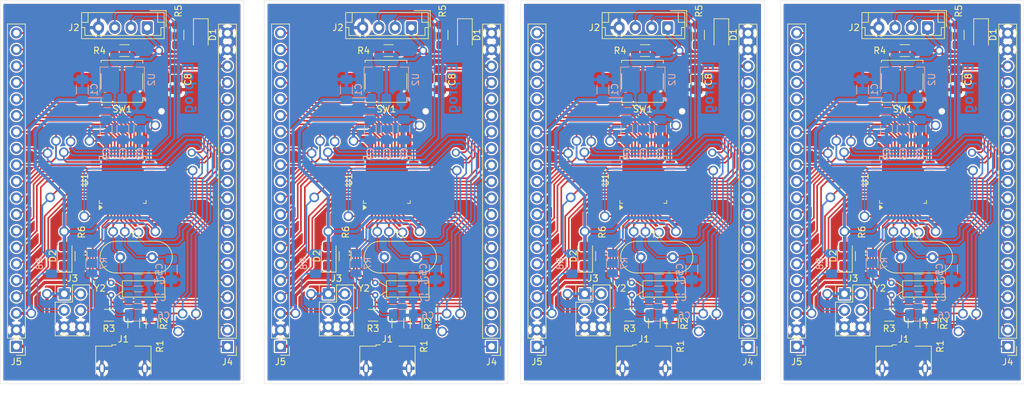
<source format=kicad_pcb>
(kicad_pcb (version 20241229) (generator "pcbnew") (generator_version "9.0")
  (layers (0 "F.Cu" signal) (2 "B.Cu" signal) (13 "F.Paste" user) (15 "B.Paste" user) (5 "F.SilkS" user "F.Silkscreen") (7 "B.SilkS" user "B.Silkscreen") (1 "F.Mask" user) (3 "B.Mask" user) (25 "Edge.Cuts" user))
  (net 0 "")
  (net 1 "Net-(J1-D-)")
  (net 2 "GND")
  (net 4 "Net-(J1-D+)")
  (net 5 "+5V")
  (net 6 "PA12")
  (net 7 "PA11")
  (net 8 "+3.3V")
  (net 9 "OSCIN")
  (net 10 "OSCOUT")
  (net 11 "Net-(D1-K)")
  (net 12 "Net-(D2-K)")
  (net 13 "SWDCLK")
  (net 14 "SWDIO")
  (net 15 "Net-(J3-Pin_4)")
  (net 16 "Net-(J3-Pin_3)")
  (net 17 "PC13")
  (net 18 "BOOT1")
  (net 19 "BOOT0")
  (net 20 "PA3")
  (net 21 "PA7")
  (net 22 "PA5")
  (net 23 "PA6")
  (net 24 "PA1")
  (net 25 "NRST")
  (net 26 "PC14")
  (net 27 "PB10")
  (net 28 "VBAT")
  (net 29 "PB0")
  (net 30 "PA4")
  (net 31 "PB11")
  (net 32 "PB1")
  (net 33 "PA2")
  (net 34 "PC15")
  (net 35 "PA0")
  (net 36 "PB14")
  (net 37 "PA8")
  (net 38 "PB15")
  (net 39 "PB8")
  (net 40 "PB3")
  (net 41 "PB13")
  (net 42 "PB12")
  (net 43 "PB5")
  (net 44 "PB4")
  (net 45 "PB6")
  (net 46 "PB7")
  (net 47 "PA10")
  (net 48 "PB9")
  (net 49 "PA9")
  (net 50 "PA15")
  (footprint "Connector_PinHeader_2.54mm:PinHeader_1x20_P2.54mm_Vertical" (layer "F.Cu") (at 163 80.765 180)
    (property "Reference" "J4")
    (property "Value" "01x20")
  )
  (footprint "Capacitor_SMD:C_1206_3216Metric_Pad1.33x1.80mm_HandSolder" (layer "F.Cu") (at 194.575 39.65 -90)
    (property "Reference" "C8")
    (property "Value" "22n")
  )
  (footprint "Connector_PinHeader_2.54mm:PinHeader_1x20_P2.54mm_Vertical" (layer "F.Cu") (at 242.5 80.765 180)
    (property "Reference" "J4")
    (property "Value" "01x20")
  )
  (footprint "Connector_PinHeader_2.54mm:PinHeader_2x03_P2.54mm_Vertical" (layer "F.Cu") (at 137.86 72.66)
    (property "Reference" "J3")
    (property "Value" "BOOT")
  )
  (footprint "Connector_JST:JST_EH_B4B-EH-A_1x04_P2.50mm_Vertical" (layer "F.Cu") (at 150.65 31.65 180)
    (property "Reference" "J2")
    (property "Value" "ST-LINK")
  )
  (footprint "Resistor_SMD:R_1206_3216Metric_Pad1.30x1.75mm_HandSolder" (layer "F.Cu") (at 140.45 66.85 90)
    (property "Reference" "R6")
    (property "Value" "510")
  )
  (footprint "Package_QFP:LQFP-48_7x7mm_P0.5mm" (layer "F.Cu") (at 146.875 55.1 90)
    (property "Reference" "U1")
    (property "Value" "STM32F103C8Tx")
  )
  (footprint "Capacitor_SMD:C_1206_3216Metric_Pad1.33x1.80mm_HandSolder" (layer "F.Cu") (at 114.4 39.65 -90)
    (property "Reference" "C8")
    (property "Value" "22n")
  )
  (footprint "Connector_USB:USB_Micro-B_Amphenol_10118193-0001LF_Horizontal" (layer "F.Cu") (at 186.475 84.125)
    (property "Reference" "J1")
    (property "Value" "USB_B_Micro")
  )
  (footprint "Connector_USB:USB_Micro-B_Amphenol_10118193-0001LF_Horizontal" (layer "F.Cu") (at 226.475 84.125)
    (property "Reference" "J1")
    (property "Value" "USB_B_Micro")
  )
  (footprint "Resistor_SMD:R_1206_3216Metric_Pad1.30x1.75mm_HandSolder" (layer "F.Cu") (at 179.95 66.85 90)
    (property "Reference" "R6")
    (property "Value" "510")
  )
  (footprint "Resistor_SMD:R_1206_3216Metric_Pad1.30x1.75mm_HandSolder" (layer "F.Cu") (at 230.875 77.225 -90)
    (property "Reference" "R2")
    (property "Value" "20R")
  )
  (footprint "Resistor_SMD:R_1206_3216Metric_Pad1.30x1.75mm_HandSolder" (layer "F.Cu") (at 226.65 35.2 180)
    (property "Reference" "R4")
    (property "Value" "10K")
  )
  (footprint "Resistor_SMD:R_1206_3216Metric_Pad1.30x1.75mm_HandSolder" (layer "F.Cu") (at 144.75 75.95)
    (property "Reference" "R3")
    (property "Value" "4k7")
  )
  (footprint "Connector_USB:USB_Micro-B_Amphenol_10118193-0001LF_Horizontal" (layer "F.Cu") (at 106.3 84.125)
    (property "Reference" "J1")
    (property "Value" "USB_B_Micro")
  )
  (footprint "Resistor_SMD:R_1206_3216Metric_Pad1.30x1.75mm_HandSolder" (layer "F.Cu") (at 147.15 35.2 180)
    (property "Reference" "R4")
    (property "Value" "10K")
  )
  (footprint "LED_SMD:LED_1206_3216Metric_Pad1.42x1.75mm_HandSolder" (layer "F.Cu") (at 137.925 66.85 90)
    (property "Reference" "D2")
    (property "Value" "LED")
  )
  (footprint "Resistor_SMD:R_1206_3216Metric_Pad1.30x1.75mm_HandSolder" (layer "F.Cu") (at 184.25 75.95)
    (property "Reference" "R3")
    (property "Value" "4k7")
  )
  (footprint "Resistor_SMD:R_1206_3216Metric_Pad1.30x1.75mm_HandSolder" (layer "F.Cu") (at 224.25 75.95)
    (property "Reference" "R3")
    (property "Value" "4k7")
  )
  (footprint "Button_Switch_SMD:SW_Push_1P1T_NO_CK_KSC6xxG" (layer "F.Cu") (at 186.25 39.925 180)
    (property "Reference" "SW1")
    (property "Value" "RST")
  )
  (footprint "Resistor_SMD:R_1206_3216Metric_Pad1.30x1.75mm_HandSolder" (layer "F.Cu") (at 228.075 77.2 -90)
    (property "Reference" "R1")
    (property "Value" "20R")
  )
  (footprint "Resistor_SMD:R_1206_3216Metric_Pad1.30x1.75mm_HandSolder" (layer "F.Cu") (at 234.875 32.775 90)
    (property "Reference" "R5")
    (property "Value" "510")
  )
  (footprint "Crystal:Crystal_HC18-U_Vertical" (layer "F.Cu") (at 226 67)
    (property "Reference" "Y1")
    (property "Value" "8MHz")
  )
  (footprint "Resistor_SMD:R_1206_3216Metric_Pad1.30x1.75mm_HandSolder" (layer "F.Cu") (at 151.375 77.225 -90)
    (property "Reference" "R2")
    (property "Value" "20R")
  )
  (footprint "Button_Switch_SMD:SW_Push_1P1T_NO_CK_KSC6xxG" (layer "F.Cu") (at 106.075 39.925 180)
    (property "Reference" "SW1")
    (property "Value" "RST")
  )
  (footprint "Resistor_SMD:R_1206_3216Metric_Pad1.30x1.75mm_HandSolder" (layer "F.Cu") (at 107.9 77.2 -90)
    (property "Reference" "R1")
    (property "Value" "20R")
  )
  (footprint "Crystal:Crystal_DS26_D2.0mm_L6.0mm_Horizontal" (layer "F.Cu") (at 145.095 72.85 90)
    (property "Reference" "Y2")
    (property "Value" "32.758K")
  )
  (footprint "Crystal:Crystal_DS26_D2.0mm_L6.0mm_Horizontal" (layer "F.Cu") (at 184.595 72.85 90)
    (property "Reference" "Y2")
    (property "Value" "32.758K")
  )
  (footprint "Package_QFP:LQFP-48_7x7mm_P0.5mm" (layer "F.Cu") (at 226.375 55.1 90)
    (property "Reference" "U1")
    (property "Value" "STM32F103C8Tx")
  )
  (footprint "Crystal:Crystal_HC18-U_Vertical" (layer "F.Cu") (at 186 67)
    (property "Reference" "Y1")
    (property "Value" "8MHz")
  )
  (footprint "Crystal:Crystal_DS26_D2.0mm_L6.0mm_Horizontal" (layer "F.Cu") (at 224.595 72.85 90)
    (property "Reference" "Y2")
    (property "Value" "32.758K")
  )
  (footprint "Crystal:Crystal_HC18-U_Vertical" (layer "F.Cu") (at 146.5 67)
    (property "Reference" "Y1")
    (property "Value" "8MHz")
  )
  (footprint "LED_SMD:LED_1206_3216Metric_Pad1.42x1.75mm_HandSolder" (layer "F.Cu") (at 97.25 66.85 90)
    (property "Reference" "D2")
    (property "Value" "LED")
  )
  (footprint "Connector_PinHeader_2.54mm:PinHeader_1x20_P2.54mm_Vertical" (layer "F.Cu") (at 210 80.74 180)
    (property "Reference" "J5")
    (property "Value" "01x20")
  )
  (footprint "Connector_PinHeader_2.54mm:PinHeader_2x03_P2.54mm_Vertical" (layer "F.Cu") (at 97.185 72.66)
    (property "Reference" "J3")
    (property "Value" "BOOT")
  )
  (footprint "Connector_JST:JST_EH_B4B-EH-A_1x04_P2.50mm_Vertical" (layer "F.Cu") (at 190.15 31.65 180)
    (property "Reference" "J2")
    (property "Value" "ST-LINK")
  )
  (footprint "Resistor_SMD:R_1206_3216Metric_Pad1.30x1.75mm_HandSolder" (layer "F.Cu") (at 106.475 35.2 180)
    (property "Reference" "R4")
    (property "Value" "10K")
  )
  (footprint "Resistor_SMD:R_1206_3216Metric_Pad1.30x1.75mm_HandSolder" (layer "F.Cu") (at 219.95 66.85 90)
    (property "Reference" "R6")
    (property "Value" "510")
  )
  (footprint "Resistor_SMD:R_1206_3216Metric_Pad1.30x1.75mm_HandSolder" (layer "F.Cu") (at 99.775 66.85 90)
    (property "Reference" "R6")
    (property "Value" "510")
  )
  (footprint "Connector_JST:JST_EH_B4B-EH-A_1x04_P2.50mm_Vertical" (layer "F.Cu") (at 230.15 31.65 180)
    (property "Reference" "J2")
    (property "Value" "ST-LINK")
  )
  (footprint "Crystal:Crystal_HC18-U_Vertical" (layer "F.Cu") (at 105.825 67)
    (property "Reference" "Y1")
    (property "Value" "8MHz")
  )
  (footprint "LED_SMD:LED_1206_3216Metric_Pad1.42x1.75mm_HandSolder" (layer "F.Cu") (at 198.4 32.75 -90)
    (property "Reference" "D1")
    (property "Value" "LED")
  )
  (footprint "Connector_USB:USB_Micro-B_Amphenol_10118193-0001LF_Horizontal" (layer "F.Cu") (at 146.975 84.125)
    (property "Reference" "J1")
    (property "Value" "USB_B_Micro")
  )
  (footprint "Resistor_SMD:R_1206_3216Metric_Pad1.30x1.75mm_HandSolder" (layer "F.Cu") (at 148.575 77.2 -90)
    (property "Reference" "R1")
    (property "Value" "20R")
  )
  (footprint "LED_SMD:LED_1206_3216Metric_Pad1.42x1.75mm_HandSolder" (layer "F.Cu") (at 177.425 66.85 90)
    (property "Reference" "D2")
    (property "Value" "LED")
  )
  (footprint "Resistor_SMD:R_1206_3216Metric_Pad1.30x1.75mm_HandSolder" (layer "F.Cu") (at 114.7 32.775 90)
    (property "Reference" "R5")
    (property "Value" "510")
  )
  (footprint "Resistor_SMD:R_1206_3216Metric_Pad1.30x1.75mm_HandSolder" (layer "F.Cu") (at 188.075 77.2 -90)
    (property "Reference" "R1")
    (property "Value" "20R")
  )
  (footprint "LED_SMD:LED_1206_3216Metric_Pad1.42x1.75mm_HandSolder" (layer "F.Cu") (at 118.225 32.75 -90)
    (property "Reference" "D1")
    (property "Value" "LED")
  )
  (footprint "Button_Switch_SMD:SW_Push_1P1T_NO_CK_KSC6xxG" (layer "F.Cu") (at 146.75 39.925 180)
    (property "Reference" "SW1")
    (property "Value" "RST")
  )
  (footprint "Resistor_SMD:R_1206_3216Metric_Pad1.30x1.75mm_HandSolder" (layer "F.Cu") (at 190.875 77.225 -90)
    (property "Reference" "R2")
    (property "Value" "20R")
  )
  (footprint "Connector_PinHeader_2.54mm:PinHeader_1x20_P2.54mm_Vertical" (layer "F.Cu") (at 202.5 80.765 180)
    (property "Reference" "J4")
    (property "Value" "01x20")
  )
  (footprint "LED_SMD:LED_1206_3216Metric_Pad1.42x1.75mm_HandSolder" (layer "F.Cu") (at 158.9 32.75 -90)
    (property "Reference" "D1")
    (property "Value" "LED")
  )
  (footprint "Resistor_SMD:R_1206_3216Metric_Pad1.30x1.75mm_HandSolder" (layer "F.Cu") (at 194.875 32.775 90)
    (property "Reference" "R5")
    (property "Value" "510")
  )
  (footprint "Resistor_SMD:R_1206_3216Metric_Pad1.30x1.75mm_HandSolder" (layer "F.Cu") (at 104.075 75.95)
    (property "Reference" "R3")
    (property "Value" "4k7")
  )
  (footprint "Crystal:Crystal_DS26_D2.0mm_L6.0mm_Horizontal" (layer "F.Cu") (at 104.42 72.85 90)
    (property "Reference" "Y2")
    (property "Value" "32.758K")
  )
  (footprint "Resistor_SMD:R_1206_3216Metric_Pad1.30x1.75mm_HandSolder" (layer "F.Cu") (at 110.7 77.225 -90)
    (property "Reference" "R2")
    (property "Value" "20R")
  )
  (footprint "Package_QFP:LQFP-48_7x7mm_P0.5mm" (layer "F.Cu") (at 186.375 55.1 90)
    (property "Reference" "U1")
    (property "Value" "STM32F103C8Tx")
  )
  (footprint "Connector_PinHeader_2.54mm:PinHeader_1x20_P2.54mm_Vertical" (layer "F.Cu") (at 89.825 80.74 180)
    (property "Reference" "J5")
    (property "Value" "01x20")
  )
  (footprint "Connector_PinHeader_2.54mm:PinHeader_2x03_P2.54mm_Vertical" (layer "F.Cu") (at 217.36 72.66)
    (property "Reference" "J3")
    (property "Value" "BOOT")
  )
  (footprint "Connector_PinHeader_2.54mm:PinHeader_1x20_P2.54mm_Vertical" (layer "F.Cu") (at 170 80.74 180)
    (property "Reference" "J5")
    (property "Value" "01x20")
  )
  (footprint "LED_SMD:LED_1206_3216Metric_Pad1.42x1.75mm_HandSolder" (layer "F.Cu") (at 238.4 32.75 -90)
    (property "Reference" "D1")
    (property "Value" "LED")
  )
  (footprint "Connector_JST:JST_EH_B4B-EH-A_1x04_P2.50mm_Vertical" (layer "F.Cu") (at 109.975 31.65 180)
    (property "Reference" "J2")
    (property "Value" "ST-LINK")
  )
  (footprint "Connector_PinHeader_2.54mm:PinHeader_1x20_P2.54mm_Vertical" (layer "F.Cu") (at 122.325 80.765 180)
    (property "Reference" "J4")
    (property "Value" "01x20")
  )
  (footprint "LED_SMD:LED_1206_3216Metric_Pad1.42x1.75mm_HandSolder" (layer "F.Cu") (at 217.425 66.85 90)
    (property "Reference" "D2")
    (property "Value" "LED")
  )
  (footprint "Capacitor_SMD:C_1206_3216Metric_Pad1.33x1.80mm_HandSolder" (layer "F.Cu") (at 234.575 39.65 -90)
    (property "Reference" "C8")
    (property "Value" "22n")
  )
  (footprint "Package_QFP:LQFP-48_7x7mm_P0.5mm" (layer "F.Cu") (at 106.2 55.1 90)
    (property "Reference" "U1")
    (property "Value" "STM32F103C8Tx")
  )
  (footprint "Connector_PinHeader_2.54mm:PinHeader_2x03_P2.54mm_Vertical" (layer "F.Cu") (at 177.36 72.66)
    (property "Reference" "J3")
    (property "Value" "BOOT")
  )
  (footprint "Capacitor_SMD:C_1206_3216Metric_Pad1.33x1.80mm_HandSolder" (layer "F.Cu") (at 155.075 39.65 -90)
    (property "Reference" "C8")
    (property "Value" "22n")
  )
  (footprint "Connector_PinHeader_2.54mm:PinHeader_1x20_P2.54mm_Vertical" (layer "F.Cu") (at 130.5 80.74 180)
    (property "Reference" "J5")
    (property "Value" "01x20")
  )
  (footprint "Resistor_SMD:R_1206_3216Metric_Pad1.30x1.75mm_HandSolder" (layer "F.Cu") (at 186.65 35.2 180)
    (property "Reference" "R4")
    (property "Value" "10K")
  )
  (footprint "Button_Switch_SMD:SW_Push_1P1T_NO_CK_KSC6xxG" (layer "F.Cu") (at 226.25 39.925 180)
    (property "Reference" "SW1")
    (property "Value" "RST")
  )
  (footprint "Resistor_SMD:R_1206_3216Metric_Pad1.30x1.75mm_HandSolder" (layer "F.Cu") (at 155.375 32.775 90)
    (property "Reference" "R5")
    (property "Value" "510")
  )
  (footprint "Capacitor_SMD:C_1206_3216Metric_Pad1.33x1.80mm_HandSolder" (layer "B.Cu") (at 193.85 68.9 -90)
    (property "Reference" "C5")
    (property "Value" "20p")
  )
  (footprint "Capacitor_SMD:C_1206_3216Metric_Pad1.33x1.80mm_HandSolder" (layer "B.Cu") (at 103.65 47.375 -90)
    (property "Reference" "C9")
    (property "Value" "22n")
  )
  (footprint "Capacitor_SMD:C_1206_3216Metric_Pad1.33x1.80mm_HandSolder" (layer "B.Cu") (at 108.825 47.375 -90)
    (property "Reference" "C2")
    (property "Value" "22n")
  )
  (footprint "Resistor_SMD:R_1206_3216Metric_Pad1.30x1.75mm_HandSolder" (layer "B.Cu") (at 181.6 67.95 90)
    (property "Reference" "R7")
    (property "Value" "100K")
  )
  (footprint "Resistor_SMD:R_1206_3216Metric_Pad1.30x1.75mm_HandSolder" (layer "B.Cu") (at 215.4 68 -90)
    (property "Reference" "R8")
    (property "Value" "100K")
  )
  (footprint "Capacitor_SMD:C_1206_3216Metric_Pad1.33x1.80mm_HandSolder" (layer "B.Cu") (at 188.9 75.95)
    (property "Reference" "C6")
    (property "Value" "20p")
  )
  (footprint "Capacitor_SMD:C_1206_3216Metric_Pad1.33x1.80mm_HandSolder" (layer "B.Cu") (at 99.975 41.2 90)
    (property "Reference" "C1")
    (property "Value" "22n")
  )
  (footprint "Capacitor_SMD:C_1206_3216Metric_Pad1.33x1.80mm_HandSolder" (layer "B.Cu") (at 149.3 70.55)
    (property "Reference" "C4")
    (property "Value" "20p")
  )
  (footprint "Capacitor_SMD:C_1206_3216Metric_Pad1.33x1.80mm_HandSolder" (layer "B.Cu") (at 149.5 47.375 -90)
    (property "Reference" "C2")
    (property "Value" "22n")
  )
  (footprint "Resistor_SMD:R_1206_3216Metric_Pad1.30x1.75mm_HandSolder" (layer "B.Cu") (at 221.6 67.95 90)
    (property "Reference" "R7")
    (property "Value" "100K")
  )
  (footprint "Capacitor_SMD:C_1206_3216Metric_Pad1.33x1.80mm_HandSolder" (layer "B.Cu") (at 229 47.375 -90)
    (property "Reference" "C2")
    (property "Value" "22n")
  )
  (footprint "Capacitor_SMD:C_1206_3216Metric_Pad1.33x1.80mm_HandSolder" (layer "B.Cu") (at 149.35 73.25)
    (property "Reference" "C7")
    (property "Value" "20p")
  )
  (footprint "Capacitor_SMD:C_1206_3216Metric_Pad1.33x1.80mm_HandSolder" (layer "B.Cu") (at 149.4 75.95)
    (property "Reference" "C6")
    (property "Value" "20p")
  )
  (footprint "Resistor_SMD:R_1206_3216Metric_Pad1.30x1.75mm_HandSolder" (layer "B.Cu") (at 142.1 67.95 90)
    (property "Reference" "R7")
    (property "Value" "100K")
  )
  (footprint "Capacitor_SMD:C_1206_3216Metric_Pad1.33x1.80mm_HandSolder" (layer "B.Cu") (at 108.725 75.95)
    (property "Reference" "C6")
    (property "Value" "20p")
  )
  (footprint "Capacitor_SMD:C_1206_3216Metric_Pad1.33x1.80mm_HandSolder" (layer "B.Cu") (at 188.8 70.55)
    (property "Reference" "C4")
    (property "Value" "20p")
  )
  (footprint "Capacitor_SMD:C_1206_3216Metric_Pad1.33x1.80mm_HandSolder" (layer "B.Cu") (at 106.225 47.375 -90)
    (property "Reference" "C3")
    (property "Value" "22n")
  )
  (footprint "Package_TO_SOT_SMD:SOT-223-3_TabPin2" (layer "B.Cu") (at 186.3 39.65 90)
    (property "Reference" "U2")
    (property "Value" "AMS1117-3.3")
  )
  (footprint "Capacitor_SMD:C_1206_3216Metric_Pad1.33x1.80mm_HandSolder" (layer "B.Cu") (at 144.325 47.375 -90)
    (property "Reference" "C9")
    (property "Value" "22n")
  )
  (footprint "Capacitor_SMD:C_1206_3216Metric_Pad1.33x1.80mm_HandSolder" (layer "B.Cu") (at 146.9 47.375 -90)
    (property "Reference" "C3")
    (property "Value" "22n")
  )
  (footprint "Capacitor_SMD:C_1206_3216Metric_Pad1.33x1.80mm_HandSolder" (layer "B.Cu") (at 228.9 75.95)
    (property "Reference" "C6")
    (property "Value" "20p")
  )
  (footprint "Capacitor_SMD:C_1206_3216Metric_Pad1.33x1.80mm_HandSolder" (layer "B.Cu") (at 233.85 68.9 -90)
    (property "Reference" "C5")
    (property "Value" "20p")
  )
  (footprint "Capacitor_SMD:C_1206_3216Metric_Pad1.33x1.80mm_HandSolder" (layer "B.Cu") (at 189 47.375 -90)
    (property "Reference" "C2")
    (property "Value" "22n")
  )
  (footprint "Package_TO_SOT_SMD:SOT-223-3_TabPin2" (layer "B.Cu") (at 226.3 39.65 90)
    (property "Reference" "U2")
    (property "Value" "AMS1117-3.3")
  )
  (footprint "Capacitor_SMD:C_1206_3216Metric_Pad1.33x1.80mm_HandSolder" (layer "B.Cu") (at 180.15 41.2 90)
    (property "Reference" "C1")
    (property "Value" "22n")
  )
  (footprint "Capacitor_SMD:C_1206_3216Metric_Pad1.33x1.80mm_HandSolder" (layer "B.Cu") (at 188.85 73.25)
    (property "Reference" "C7")
    (property "Value" "20p")
  )
  (footprint "Capacitor_SMD:C_1206_3216Metric_Pad1.33x1.80mm_HandSolder" (layer "B.Cu") (at 226.4 47.375 -90)
    (property "Reference" "C3")
    (property "Value" "22n")
  )
  (footprint "Resistor_SMD:R_1206_3216Metric_Pad1.30x1.75mm_HandSolder" (layer "B.Cu") (at 95.225 68 -90)
    (property "Reference" "R8")
    (property "Value" "100K")
  )
  (footprint "Capacitor_SMD:C_1206_3216Metric_Pad1.33x1.80mm_HandSolder" (layer "B.Cu") (at 154.35 68.9 -90)
    (property "Reference" "C5")
    (property "Value" "20p")
  )
  (footprint "Package_TO_SOT_SMD:SOT-223-3_TabPin2" (layer "B.Cu") (at 146.8 39.65 90)
    (property "Reference" "U2")
    (property "Value" "AMS1117-3.3")
  )
  (footprint "Capacitor_SMD:C_1206_3216Metric_Pad1.33x1.80mm_HandSolder" (layer "B.Cu") (at 223.825 47.375 -90)
    (property "Reference" "C9")
    (property "Value" "22n")
  )
  (footprint "Capacitor_SMD:C_1206_3216Metric_Pad1.33x1.80mm_HandSolder" (layer "B.Cu") (at 228.8 70.55)
    (property "Reference" "C4")
    (property "Value" "20p")
  )
  (footprint "Resistor_SMD:R_1206_3216Metric_Pad1.30x1.75mm_HandSolder" (layer "B.Cu") (at 101.425 67.95 90)
    (property "Reference" "R7")
    (property "Value" "100K")
  )
  (footprint "Capacitor_SMD:C_1206_3216Metric_Pad1.33x1.80mm_HandSolder" (layer "B.Cu") (at 113.675 68.9 -90)
    (property "Reference" "C5")
    (property "Value" "20p")
  )
  (footprint "Capacitor_SMD:C_1206_3216Metric_Pad1.33x1.80mm_HandSolder" (layer "B.Cu") (at 183.825 47.375 -90)
    (property "Reference" "C9")
    (property "Value" "22n")
  )
  (footprint "Package_TO_SOT_SMD:SOT-223-3_TabPin2" (layer "B.Cu") (at 106.125 39.65 90)
    (property "Reference" "U2")
    (property "Value" "AMS1117-3.3")
  )
  (footprint "Capacitor_SMD:C_1206_3216Metric_Pad1.33x1.80mm_HandSolder" (layer "B.Cu") (at 186.4 47.375 -90)
    (property "Reference" "C3")
    (property "Value" "22n")
  )
  (footprint "Capacitor_SMD:C_1206_3216Metric_Pad1.33x1.80mm_HandSolder" (layer "B.Cu") (at 108.625 70.55)
    (property "Reference" "C4")
    (property "Value" "20p")
  )
  (footprint "Resistor_SMD:R_1206_3216Metric_Pad1.30x1.75mm_HandSolder" (layer "B.Cu") (at 175.4 68 -90)
    (property "Reference" "R8")
    (property "Value" "100K")
  )
  (footprint "Resistor_SMD:R_1206_3216Metric_Pad1.30x1.75mm_HandSolder" (layer "B.Cu") (at 135.9 68 -90)
    (property "Reference" "R8")
    (property "Value" "100K")
  )
  (footprint "Capacitor_SMD:C_1206_3216Metric_Pad1.33x1.80mm_HandSolder" (layer "B.Cu") (at 220.15 41.2 90)
    (property "Reference" "C1")
    (property "Value" "22n")
  )
  (footprint "Capacitor_SMD:C_1206_3216Metric_Pad1.33x1.80mm_HandSolder" (layer "B.Cu") (at 108.675 73.25)
    (property "Reference" "C7")
    (property "Value" "20p")
  )
  (footprint "Capacitor_SMD:C_1206_3216Metric_Pad1.33x1.80mm_HandSolder" (layer "B.Cu") (at 140.65 41.2 90)
    (property "Reference" "C1")
    (property "Value" "22n")
  )
  (footprint "Capacitor_SMD:C_1206_3216Metric_Pad1.33x1.80mm_HandSolder" (layer "B.Cu") (at 228.85 73.25)
    (property "Reference" "C7")
    (property "Value" "20p")
  )
  (gr_rect (start 87.325 27.5) (end 124.825 86.5) (stroke (width 0.05)) (fill no) (layer "Edge.Cuts"))
  (gr_rect (start 167.5 27.5) (end 205 86.5) (stroke (width 0.05)) (fill no) (layer "Edge.Cuts"))
  (gr_rect (start 207.5 27.5) (end 245 86.5) (stroke (width 0.05)) (fill no) (layer "Edge.Cuts"))
  (gr_rect (start 128 27.5) (end 165.5 86.5) (stroke (width 0.05)) (fill no) (layer "Edge.Cuts"))
  (gr_text "ELAB" (at 93.825 83.65 0) (layer "F.Cu") (effects (font (size 1.5 1.5) (thickness 0.3) (bold yes)) (justify left bottom)))
  (gr_text "ELAB" (at 214 83.65 0) (layer "F.Cu") (effects (font (size 1.5 1.5) (thickness 0.3) (bold yes)) (justify left bottom)))
  (gr_text "ELAB" (at 174 83.65 0) (layer "F.Cu") (effects (font (size 1.5 1.5) (thickness 0.3) (bold yes)) (justify left bottom)))
  (gr_text "ELAB" (at 134.5 83.65 0) (layer "F.Cu") (effects (font (size 1.5 1.5) (thickness 0.3) (bold yes)) (justify left bottom)))
  (gr_text "ECprog" (at 157.8 36.85 90) (layer "B.Cu") (effects (font (size 1.5 1.5) (thickness 0.3) (bold yes)) (justify left bottom mirror)))
  (gr_text "ECprog" (at 117.125 36.85 90) (layer "B.Cu") (effects (font (size 1.5 1.5) (thickness 0.3) (bold yes)) (justify left bottom mirror)))
  (gr_text "ECprog" (at 197.3 36.85 90) (layer "B.Cu") (effects (font (size 1.5 1.5) (thickness 0.3) (bold yes)) (justify left bottom mirror)))
  (gr_text "ECprog" (at 237.3 36.85 90) (layer "B.Cu") (effects (font (size 1.5 1.5) (thickness 0.3) (bold yes)) (justify left bottom mirror)))
  (segment (start 185.825 81.45) (end 185.825 78.35) (width 0.25) (layer "F.Cu") (net 1))
  (segment (start 230.4 77.7) (end 230.875 78.175) (width 0.25) (layer "F.Cu") (net 1))
  (segment (start 110.7 78.175) (end 110.7 78.775) (width 0.25) (layer "F.Cu") (net 1))
  (segment (start 110.225 77.7) (end 110.7 78.175) (width 0.25) (layer "F.Cu") (net 1))
  (segment (start 146.325 81.45) (end 146.325 78.35) (width 0.25) (layer "F.Cu") (net 1))
  (segment (start 105.65 78.35) (end 106.3 77.7) (width 0.25) (layer "F.Cu") (net 1))
  (segment (start 150.9 77.7) (end 151.375 78.175) (width 0.25) (layer "F.Cu") (net 1))
  (segment (start 105.65 81.45) (end 105.65 78.35) (width 0.25) (layer "F.Cu") (net 1))
  (segment (start 225.825 81.45) (end 225.825 78.35) (width 0.25) (layer "F.Cu") (net 1))
  (segment (start 190.4 77.7) (end 190.875 78.175) (width 0.25) (layer "F.Cu") (net 1))
  (segment (start 151.375 78.175) (end 151.375 78.775) (width 0.25) (layer "F.Cu") (net 1))
  (segment (start 146.975 77.7) (end 150.9 77.7) (width 0.25) (layer "F.Cu") (net 1))
  (segment (start 146.325 78.35) (end 146.975 77.7) (width 0.25) (layer "F.Cu") (net 1))
  (segment (start 190.875 78.175) (end 190.875 78.775) (width 0.25) (layer "F.Cu") (net 1))
  (segment (start 230.875 78.175) (end 230.875 78.775) (width 0.25) (layer "F.Cu") (net 1))
  (segment (start 186.475 77.7) (end 190.4 77.7) (width 0.25) (layer "F.Cu") (net 1))
  (segment (start 106.3 77.7) (end 110.225 77.7) (width 0.25) (layer "F.Cu") (net 1))
  (segment (start 185.825 78.35) (end 186.475 77.7) (width 0.25) (layer "F.Cu") (net 1))
  (segment (start 226.475 77.7) (end 230.4 77.7) (width 0.25) (layer "F.Cu") (net 1))
  (segment (start 225.825 78.35) (end 226.475 77.7) (width 0.25) (layer "F.Cu") (net 1))
  (via (at 152.85 44.55) (size 1.5) (drill 1) (layers "F.Cu" "B.Cu") (net 2))
  (via (at 112.175 44.55) (size 1.5) (drill 1) (layers "F.Cu" "B.Cu") (net 2))
  (via (at 232.35 44.55) (size 1.5) (drill 1) (layers "F.Cu" "B.Cu") (net 2))
  (via (at 192.35 44.55) (size 1.5) (drill 1) (layers "F.Cu" "B.Cu") (net 2))
  (segment (start 186.475 79.225) (end 186.95 78.75) (width 0.25) (layer "F.Cu") (net 4))
  (segment (start 106.775 78.75) (end 107.9 78.75) (width 0.25) (layer "F.Cu") (net 4))
  (segment (start 226.95 78.75) (end 228.075 78.75) (width 0.25) (layer "F.Cu") (net 4))
  (segment (start 106.3 79.225) (end 106.775 78.75) (width 0.25) (layer "F.Cu") (net 4))
  (segment (start 106.3 81.45) (end 106.3 79.225) (width 0.25) (layer "F.Cu") (net 4))
  (segment (start 226.475 79.225) (end 226.95 78.75) (width 0.25) (layer "F.Cu") (net 4))
  (segment (start 146.975 79.225) (end 147.45 78.75) (width 0.25) (layer "F.Cu") (net 4))
  (segment (start 226.475 81.45) (end 226.475 79.225) (width 0.25) (layer "F.Cu") (net 4))
  (segment (start 186.475 81.45) (end 186.475 79.225) (width 0.25) (layer "F.Cu") (net 4))
  (segment (start 186.95 78.75) (end 188.075 78.75) (width 0.25) (layer "F.Cu") (net 4))
  (segment (start 146.975 81.45) (end 146.975 79.225) (width 0.25) (layer "F.Cu") (net 4))
  (segment (start 147.45 78.75) (end 148.575 78.75) (width 0.25) (layer "F.Cu") (net 4))
  (segment (start 100.975 70.9) (end 101.975 71.9) (width 0.5) (layer "F.Cu") (net 5))
  (segment (start 132.8 75.65) (end 132.8 72.95) (width 0.5) (layer "F.Cu") (net 5))
  (segment (start 174.35 70.9) (end 181.15 70.9) (width 0.5) (layer "F.Cu") (net 5))
  (segment (start 92.125 75.65) (end 92.125 72.95) (width 0.5) (layer "F.Cu") (net 5))
  (segment (start 132.79 75.66) (end 132.8 75.65) (width 0.5) (layer "F.Cu") (net 5))
  (segment (start 142.65 71.9) (end 142.65 76.95) (width 0.5) (layer "F.Cu") (net 5))
  (segment (start 185.175 79.975) (end 184.95 79.75) (width 0.25) (layer "F.Cu") (net 5))
  (segment (start 94.175 70.9) (end 100.975 70.9) (width 0.5) (layer "F.Cu") (net 5))
  (segment (start 212.29 75.66) (end 212.3 75.65) (width 0.5) (layer "F.Cu") (net 5))
  (segment (start 105 81.45) (end 105 79.975) (width 0.25) (layer "F.Cu") (net 5))
  (segment (start 105 79.975) (end 104.775 79.75) (width 0.25) (layer "F.Cu") (net 5))
  (segment (start 172.3 72.95) (end 174.35 70.9) (width 0.5) (layer "F.Cu") (net 5))
  (segment (start 210 75.66) (end 212.29 75.66) (width 0.5) (layer "F.Cu") (net 5))
  (segment (start 225.175 81.45) (end 225.175 79.975) (width 0.25) (layer "F.Cu") (net 5))
  (segment (start 185.175 81.45) (end 185.175 79.975) (width 0.25) (layer "F.Cu") (net 5))
  (segment (start 225.175 79.975) (end 224.95 79.75) (width 0.25) (layer "F.Cu") (net 5))
  (segment (start 212.3 72.95) (end 214.35 70.9) (width 0.5) (layer "F.Cu") (net 5))
  (segment (start 134.85 70.9) (end 141.65 70.9) (width 0.5) (layer "F.Cu") (net 5))
  (segment (start 222.15 76.95) (end 224.95 79.75) (width 0.5) (layer "F.Cu") (net 5))
  (segment (start 101.975 76.95) (end 104.775 79.75) (width 0.5) (layer "F.Cu") (net 5))
  (segment (start 92.125 72.95) (end 94.175 70.9) (width 0.5) (layer "F.Cu") (net 5))
  (segment (start 89.825 75.66) (end 92.115 75.66) (width 0.5) (layer "F.Cu") (net 5))
  (segment (start 132.8 72.95) (end 134.85 70.9) (width 0.5) (layer "F.Cu") (net 5))
  (segment (start 182.15 71.9) (end 182.15 76.95) (width 0.5) (layer "F.Cu") (net 5))
  (segment (start 181.15 70.9) (end 182.15 71.9) (width 0.5) (layer "F.Cu") (net 5))
  (segment (start 172.3 75.65) (end 172.3 72.95) (width 0.5) (layer "F.Cu") (net 5))
  (segment (start 92.115 75.66) (end 92.125 75.65) (width 0.5) (layer "F.Cu") (net 5))
  (segment (start 182.15 76.95) (end 184.95 79.75) (width 0.5) (layer "F.Cu") (net 5))
  (segment (start 130.5 75.66) (end 132.79 75.66) (width 0.5) (layer "F.Cu") (net 5))
  (segment (start 170 75.66) (end 172.29 75.66) (width 0.5) (layer "F.Cu") (net 5))
  (segment (start 101.975 71.9) (end 101.975 76.95) (width 0.5) (layer "F.Cu") (net 5))
  (segment (start 221.15 70.9) (end 222.15 71.9) (width 0.5) (layer "F.Cu") (net 5))
  (segment (start 214.35 70.9) (end 221.15 70.9) (width 0.5) (layer "F.Cu") (net 5))
  (segment (start 222.15 71.9) (end 222.15 76.95) (width 0.5) (layer "F.Cu") (net 5))
  (segment (start 145.675 81.45) (end 145.675 79.975) (width 0.25) (layer "F.Cu") (net 5))
  (segment (start 142.65 76.95) (end 145.45 79.75) (width 0.5) (layer "F.Cu") (net 5))
  (segment (start 145.675 79.975) (end 145.45 79.75) (width 0.25) (layer "F.Cu") (net 5))
  (segment (start 141.65 70.9) (end 142.65 71.9) (width 0.5) (layer "F.Cu") (net 5))
  (segment (start 172.29 75.66) (end 172.3 75.65) (width 0.5) (layer "F.Cu") (net 5))
  (segment (start 212.3 75.65) (end 212.3 72.95) (width 0.5) (layer "F.Cu") (net 5))
  (via (at 212.3 75.65) (size 1.5) (drill 1) (layers "F.Cu" "B.Cu") (net 5))
  (via (at 172.3 75.65) (size 1.5) (drill 1) (layers "F.Cu" "B.Cu") (net 5))
  (via (at 92.125 75.65) (size 1.5) (drill 1) (layers "F.Cu" "B.Cu") (net 5))
  (via (at 132.8 75.65) (size 1.5) (drill 1) (layers "F.Cu" "B.Cu") (net 5))
  (segment (start 136.8875 42.7625) (end 140.65 42.7625) (width 0.5) (layer "B.Cu") (net 5))
  (segment (start 216.3875 42.7625) (end 220.15 42.7625) (width 0.5) (layer "B.Cu") (net 5))
  (segment (start 96.2125 42.7625) (end 99.975 42.7625) (width 0.5) (layer "B.Cu") (net 5))
  (segment (start 183.9625 42.7625) (end 184 42.8) (width 0.5) (layer "B.Cu") (net 5))
  (segment (start 92.125 75.65) (end 92.125 74.55) (width 0.5) (layer "B.Cu") (net 5))
  (segment (start 180.15 42.7625) (end 183.9625 42.7625) (width 0.5) (layer "B.Cu") (net 5))
  (segment (start 176.3875 42.7625) (end 180.15 42.7625) (width 0.5) (layer "B.Cu") (net 5))
  (segment (start 211.95 47.2) (end 216.3875 42.7625) (width 0.5) (layer "B.Cu") (net 5))
  (segment (start 212.3 74.55) (end 211.95 74.2) (width 0.5) (layer "B.Cu") (net 5))
  (segment (start 99.975 42.7625) (end 103.7875 42.7625) (width 0.5) (layer "B.Cu") (net 5))
  (segment (start 171.95 47.2) (end 176.3875 42.7625) (width 0.5) (layer "B.Cu") (net 5))
  (segment (start 91.775 47.2) (end 96.2125 42.7625) (width 0.5) (layer "B.Cu") (net 5))
  (segment (start 212.3 75.65) (end 212.3 74.55) (width 0.5) (layer "B.Cu") (net 5))
  (segment (start 171.95 74.2) (end 171.95 47.2) (width 0.5) (layer "B.Cu") (net 5))
  (segment (start 172.3 75.65) (end 172.3 74.55) (width 0.5) (layer "B.Cu") (net 5))
  (segment (start 132.45 74.2) (end 132.45 47.2) (width 0.5) (layer "B.Cu") (net 5))
  (segment (start 92.125 74.55) (end 91.775 74.2) (width 0.5) (layer "B.Cu") (net 5))
  (segment (start 211.95 74.2) (end 211.95 47.2) (width 0.5) (layer "B.Cu") (net 5))
  (segment (start 132.8 75.65) (end 132.8 74.55) (width 0.5) (layer "B.Cu") (net 5))
  (segment (start 140.65 42.7625) (end 144.4625 42.7625) (width 0.5) (layer "B.Cu") (net 5))
  (segment (start 132.45 47.2) (end 136.8875 42.7625) (width 0.5) (layer "B.Cu") (net 5))
  (segment (start 103.7875 42.7625) (end 103.825 42.8) (width 0.5) (layer "B.Cu") (net 5))
  (segment (start 172.3 74.55) (end 171.95 74.2) (width 0.5) (layer "B.Cu") (net 5))
  (segment (start 223.9625 42.7625) (end 224 42.8) (width 0.5) (layer "B.Cu") (net 5))
  (segment (start 220.15 42.7625) (end 223.9625 42.7625) (width 0.5) (layer "B.Cu") (net 5))
  (segment (start 144.4625 42.7625) (end 144.5 42.8) (width 0.5) (layer "B.Cu") (net 5))
  (segment (start 132.8 74.55) (end 132.45 74.2) (width 0.5) (layer "B.Cu") (net 5))
  (segment (start 91.775 74.2) (end 91.775 47.2) (width 0.5) (layer "B.Cu") (net 5))
  (segment (start 136.865691 49.45) (end 136.6 49.715691) (width 0.25) (layer "F.Cu") (net 6))
  (segment (start 197.65 75.7) (end 197.6 75.65) (width 0.25) (layer "F.Cu") (net 6))
  (segment (start 237.65 75.7) (end 237.6 75.65) (width 0.25) (layer "F.Cu") (net 6))
  (segment (start 197.6 75.65) (end 197.6 76.5) (width 0.25) (layer "F.Cu") (net 6))
  (segment (start 223.94752 47.55) (end 225.125 48.72748) (width 0.25) (layer "F.Cu") (net 6))
  (segment (start 158.1 76.5) (end 157.65 76.95) (width 0.25) (layer "F.Cu") (net 6))
  (segment (start 103.77252 47.55) (end 104.95 48.72748) (width 0.25) (layer "F.Cu") (net 6))
  (segment (start 237.15 76.95) (end 228.4 76.95) (width 0.25) (layer "F.Cu") (net 6))
  (segment (start 96.190691 49.365691) (end 96.190691 49.45) (width 0.25) (layer "F.Cu") (net 6))
  (segment (start 188.05 75.675) (end 188.075 75.65) (width 0.25) (layer "F.Cu") (net 6))
  (segment (start 95.925 49.715691) (end 95.925 51.65) (width 0.25) (layer "F.Cu") (net 6))
  (segment (start 213.3 52.3) (end 212.8 52.8) (width 0.25) (layer "F.Cu") (net 6))
  (segment (start 148.55 76.6) (end 148.55 75.675) (width 0.25) (layer "F.Cu") (net 6))
  (segment (start 197.15 76.95) (end 188.4 76.95) (width 0.25) (layer "F.Cu") (net 6))
  (segment (start 237.6 76.5) (end 237.15 76.95) (width 0.25) (layer "F.Cu") (net 6))
  (segment (start 176.365691 49.45) (end 176.1 49.715691) (width 0.25) (layer "F.Cu") (net 6))
  (segment (start 176.1 49.1) (end 176.1 48) (width 0.25) (layer "F.Cu") (net 6))
  (segment (start 107.9 75.65) (end 105.925 75.65) (width 0.25) (layer "F.Cu") (net 6))
  (segment (start 228.4 76.95) (end 228.05 76.6) (width 0.25) (layer "F.Cu") (net 6))
  (segment (start 92.625 52.8) (end 89.825 52.8) (width 0.25) (layer "F.Cu") (net 6))
  (segment (start 136.865691 49.365691) (end 136.865691 49.45) (width 0.25) (layer "F.Cu") (net 6))
  (segment (start 95.925 49.1) (end 95.925 48) (width 0.25) (layer "F.Cu") (net 6))
  (segment (start 216.1 49.1) (end 216.365691 49.365691) (width 0.25) (layer "F.Cu") (net 6))
  (segment (start 175.45 52.3) (end 173.3 52.3) (width 0.25) (layer "F.Cu") (net 6))
  (segment (start 157.65 76.95) (end 148.9 76.95) (width 0.25) (layer "F.Cu") (net 6))
  (segment (start 225.125 48.72748) (end 225.125 50.9375) (width 0.25) (layer "F.Cu") (net 6))
  (segment (start 176.365691 49.365691) (end 176.365691 49.45) (width 0.25) (layer "F.Cu") (net 6))
  (segment (start 136.6 49.715691) (end 136.6 51.65) (width 0.25) (layer "F.Cu") (net 6))
  (segment (start 95.925 49.1) (end 96.190691 49.365691) (width 0.25) (layer "F.Cu") (net 6))
  (segment (start 116.975 76.95) (end 108.225 76.95) (width 0.25) (layer "F.Cu") (net 6))
  (segment (start 148.55 75.675) (end 148.575 75.65) (width 0.25) (layer "F.Cu") (net 6))
  (segment (start 95.925 51.65) (end 95.275 52.3) (width 0.25) (layer "F.Cu") (net 6))
  (segment (start 188.4 76.95) (end 188.05 76.6) (width 0.25) (layer "F.Cu") (net 6))
  (segment (start 137.05 47.55) (end 144.44752 47.55) (width 0.25) (layer "F.Cu") (net 6))
  (segment (start 117.475 75.7) (end 117.425 75.65) (width 0.25) (layer "F.Cu") (net 6))
  (segment (start 93.125 52.3) (end 92.625 52.8) (width 0.25) (layer "F.Cu") (net 6))
  (segment (start 176.1 49.715691) (end 176.1 51.65) (width 0.25) (layer "F.Cu") (net 6))
  (segment (start 173.3 52.3) (end 172.8 52.8) (width 0.25) (layer "F.Cu") (net 6))
  (segment (start 136.6 48) (end 137.05 47.55) (width 0.25) (layer "F.Cu") (net 6))
  (segment (start 172.8 52.8) (end 170 52.8) (width 0.25) (layer "F.Cu") (net 6))
  (segment (start 104.95 48.72748) (end 104.95 50.9375) (width 0.25) (layer "F.Cu") (net 6))
  (segment (start 183.94752 47.55) (end 185.125 48.72748) (width 0.25) (layer "F.Cu") (net 6))
  (segment (start 133.8 52.3) (end 133.3 52.8) (width 0.25) (layer "F.Cu") (net 6))
  (segment (start 216.1 49.1) (end 216.1 48) (width 0.25) (layer "F.Cu") (net 6))
  (segment (start 148.575 75.65) (end 146.6 75.65) (width 0.25) (layer "F.Cu") (net 6))
  (segment (start 216.1 48) (end 216.55 47.55) (width 0.25) (layer "F.Cu") (net 6))
  (segment (start 237.6 75.65) (end 237.6 76.5) (width 0.25) (layer "F.Cu") (net 6))
  (segment (start 105.925 75.65) (end 105.625 75.95) (width 0.25) (layer "F.Cu") (net 6))
  (segment (start 228.075 75.65) (end 226.1 75.65) (width 0.25) (layer "F.Cu") (net 6))
  (segment (start 136.6 49.1) (end 136.865691 49.365691) (width 0.25) (layer "F.Cu") (net 6))
  (segment (start 228.05 76.6) (end 228.05 75.675) (width 0.25) (layer "F.Cu") (net 6))
  (segment (start 117.425 75.65) (end 117.425 76.5) (width 0.25) (layer "F.Cu") (net 6))
  (segment (start 216.365691 49.365691) (end 216.365691 49.45) (width 0.25) (layer "F.Cu") (net 6))
  (segment (start 136.6 51.65) (end 135.95 52.3) (width 0.25) (layer "F.Cu") (net 6))
  (segment (start 95.275 52.3) (end 93.125 52.3) (width 0.25) (layer "F.Cu") (net 6))
  (segment (start 176.1 48) (end 176.55 47.55) (width 0.25) (layer "F.Cu") (net 6))
  (segment (start 216.1 49.715691) (end 216.1 51.65) (width 0.25) (layer "F.Cu") (net 6))
  (segment (start 216.1 51.65) (end 215.45 52.3) (width 0.25) (layer "F.Cu") (net 6))
  (segment (start 216.55 47.55) (end 223.94752 47.55) (width 0.25) (layer "F.Cu") (net 6))
  (segment (start 228.05 75.675) (end 228.075 75.65) (width 0.25) (layer "F.Cu") (net 6))
  (segment (start 107.875 76.6) (end 107.875 75.675) (width 0.25) (layer "F.Cu") (net 6))
  (segment (start 135.95 52.3) (end 133.8 52.3) (width 0.25) (layer "F.Cu") (net 6))
  (segment (start 133.3 52.8) (end 130.5 52.8) (width 0.25) (layer "F.Cu") (net 6))
  (segment (start 212.8 52.8) (end 210 52.8) (width 0.25) (layer "F.Cu") (net 6))
  (segment (start 108.225 76.95) (end 107.875 76.6) (width 0.25) (layer "F.Cu") (net 6))
  (segment (start 95.925 48) (end 96.375 47.55) (width 0.25) (layer "F.Cu") (net 6))
  (segment (start 144.44752 47.55) (end 145.625 48.72748) (width 0.25) (layer "F.Cu") (net 6))
  (segment (start 136.6 49.1) (end 136.6 48) (width 0.25) (layer "F.Cu") (net 6))
  (segment (start 176.1 51.65) (end 175.45 52.3) (width 0.25) (layer "F.Cu") (net 6))
  (segment (start 158.1 75.65) (end 158.1 76.5) (width 0.25) (layer "F.Cu") (net 6))
  (segment (start 188.05 76.6) (end 188.05 75.675) (width 0.25) (layer "F.Cu") (net 6))
  (segment (start 176.1 49.1) (end 176.365691 49.365691) (width 0.25) (layer "F.Cu") (net 6))
  (segment (start 215.45 52.3) (end 213.3 52.3) (width 0.25) (layer "F.Cu") (net 6))
  (segment (start 176.55 47.55) (end 183.94752 47.55) (width 0.25) (layer "F.Cu") (net 6))
  (segment (start 96.190691 49.45) (end 95.925 49.715691) (width 0.25) (layer "F.Cu") (net 6))
  (segment (start 145.625 48.72748) (end 145.625 50.9375) (width 0.25) (layer "F.Cu") (net 6))
  (segment (start 117.425 76.5) (end 116.975 76.95) (width 0.25) (layer "F.Cu") (net 6))
  (segment (start 185.125 48.72748) (end 185.125 50.9375) (width 0.25) (layer "F.Cu") (net 6))
  (segment (start 146.6 75.65) (end 146.3 75.95) (width 0.25) (layer "F.Cu") (net 6))
  (segment (start 186.1 75.65) (end 185.8 75.95) (width 0.25) (layer "F.Cu") (net 6))
  (segment (start 188.075 75.65) (end 186.1 75.65) (width 0.25) (layer "F.Cu") (net 6))
  (segment (start 197.6 76.5) (end 197.15 76.95) (width 0.25) (layer "F.Cu") (net 6))
  (segment (start 96.375 47.55) (end 103.77252 47.55) (width 0.25) (layer "F.Cu") (net 6))
  (segment (start 107.875 75.675) (end 107.9 75.65) (width 0.25) (layer "F.Cu") (net 6))
  (segment (start 158.15 75.7) (end 158.1 75.65) (width 0.25) (layer "F.Cu") (net 6))
  (segment (start 216.365691 49.45) (end 216.1 49.715691) (width 0.25) (layer "F.Cu") (net 6))
  (segment (start 226.1 75.65) (end 225.8 75.95) (width 0.25) (layer "F.Cu") (net 6))
  (segment (start 148.9 76.95) (end 148.55 76.6) (width 0.25) (layer "F.Cu") (net 6))
  (via (at 136.6 49.1) (size 1.5) (drill 1) (layers "F.Cu" "B.Cu") (net 6))
  (via (at 237.65 75.7) (size 1.5) (drill 1) (layers "F.Cu" "B.Cu") (net 6))
  (via (at 197.65 75.7) (size 1.5) (drill 1) (layers "F.Cu" "B.Cu") (net 6))
  (via (at 176.1 49.1) (size 1.5) (drill 1) (layers "F.Cu" "B.Cu") (net 6))
  (via (at 95.925 49.1) (size 1.5) (drill 1) (layers "F.Cu" "B.Cu") (net 6))
  (via (at 158.15 75.7) (size 1.5) (drill 1) (layers "F.Cu" "B.Cu") (net 6))
  (via (at 117.475 75.7) (size 1.5) (drill 1) (layers "F.Cu" "B.Cu") (net 6))
  (via (at 216.1 49.1) (size 1.5) (drill 1) (layers "F.Cu" "B.Cu") (net 6))
  (segment (start 235.8 48.3) (end 238.45 48.3) (width 0.25) (layer "B.Cu") (net 6))
  (segment (start 238.45 48.3) (end 240.8 50.65) (width 0.25) (layer "B.Cu") (net 6))
  (segment (start 137 52) (end 152.6 52) (width 0.25) (layer "B.Cu") (net 6))
  (segment (start 111.925 52) (end 115.625 48.3) (width 0.25) (layer "B.Cu") (net 6))
  (segment (start 232.1 52) (end 235.8 48.3) (width 0.25) (layer "B.Cu") (net 6))
  (segment (start 197.6 75.65) (end 197.65 75.7) (width 0.25) (layer "B.Cu") (net 6))
  (segment (start 160.4 61.4) (end 158.1 63.7) (width 0.25) (layer "B.Cu") (net 6))
  (segment (start 117.425 63.7) (end 117.425 75.65) (width 0.25) (layer "B.Cu") (net 6))
  (segment (start 192.1 52) (end 195.8 48.3) (width 0.25) (layer "B.Cu") (net 6))
  (segment (start 136.6 51.6) (end 137 52) (width 0.25) (layer "B.Cu") (net 6))
  (segment (start 118.275 48.3) (end 120.625 50.65) (width 0.25) (layer "B.Cu") (net 6))
  (segment (start 120.625 50.65) (end 120.625 54.95) (width 0.25) (layer "B.Cu") (net 6))
  (segment (start 237.6 63.7) (end 237.6 75.65) (width 0.25) (layer "B.Cu") (net 6))
  (segment (start 95.925 51.6) (end 96.325 52) (width 0.25) (layer "B.Cu") (net 6))
  (segment (start 200.8 50.65) (end 200.8 54.95) (width 0.25) (layer "B.Cu") (net 6))
  (segment (start 200.8 54.95) (end 199.9 55.85) (width 0.25) (layer "B.Cu") (net 6))
  (segment (start 197.6 63.7) (end 197.6 75.65) (width 0.25) (layer "B.Cu") (net 6))
  (segment (start 158.95 48.3) (end 161.3 50.65) (width 0.25) (layer "B.Cu") (net 6))
  (segment (start 240.8 50.65) (end 240.8 54.95) (width 0.25) (layer "B.Cu") (net 6))
  (segment (start 239.9 61.4) (end 237.6 63.7) (width 0.25) (layer "B.Cu") (net 6))
  (segment (start 161.3 50.65) (end 161.3 54.95) (width 0.25) (layer "B.Cu") (net 6))
  (segment (start 198.45 48.3) (end 200.8 50.65) (width 0.25) (layer "B.Cu") (net 6))
  (segment (start 160.4 55.85) (end 160.4 61.4) (width 0.25) (layer "B.Cu") (net 6))
  (segment (start 216.1 51.6) (end 216.5 52) (width 0.25) (layer "B.Cu") (net 6))
  (segment (start 176.1 51.6) (end 176.5 52) (width 0.25) (layer "B.Cu") (net 6))
  (segment (start 239.9 55.85) (end 239.9 61.4) (width 0.25) (layer "B.Cu") (net 6))
  (segment (start 119.725 55.85) (end 119.725 61.4) (width 0.25) (layer "B.Cu") (net 6))
  (segment (start 216.1 49.1) (end 216.1 51.6) (width 0.25) (layer "B.Cu") (net 6))
  (segment (start 119.725 61.4) (end 117.425 63.7) (width 0.25) (layer "B.Cu") (net 6))
  (segment (start 95.925 49.1) (end 95.925 51.6) (width 0.25) (layer "B.Cu") (net 6))
  (segment (start 115.625 48.3) (end 118.275 48.3) (width 0.25) (layer "B.Cu") (net 6))
  (segment (start 199.9 55.85) (end 199.9 61.4) (width 0.25) (layer "B.Cu") (net 6))
  (segment (start 117.425 75.65) (end 117.475 75.7) (width 0.25) (layer "B.Cu") (net 6))
  (segment (start 156.3 48.3) (end 158.95 48.3) (width 0.25) (layer "B.Cu") (net 6))
  (segment (start 216.5 52) (end 232.1 52) (width 0.25) (layer "B.Cu") (net 6))
  (segment (start 136.6 49.1) (end 136.6 51.6) (width 0.25) (layer "B.Cu") (net 6))
  (segment (start 176.1 49.1) (end 176.1 51.6) (width 0.25) (layer "B.Cu") (net 6))
  (segment (start 96.325 52) (end 111.925 52) (width 0.25) (layer "B.Cu") (net 6))
  (segment (start 158.1 63.7) (end 158.1 75.65) (width 0.25) (layer "B.Cu") (net 6))
  (segment (start 161.3 54.95) (end 160.4 55.85) (width 0.25) (layer "B.Cu") (net 6))
  (segment (start 176.5 52) (end 192.1 52) (width 0.25) (layer "B.Cu") (net 6))
  (segment (start 199.9 61.4) (end 197.6 63.7) (width 0.25) (layer "B.Cu") (net 6))
  (segment (start 158.1 75.65) (end 158.15 75.7) (width 0.25) (layer "B.Cu") (net 6))
  (segment (start 152.6 52) (end 156.3 48.3) (width 0.25) (layer "B.Cu") (net 6))
  (segment (start 195.8 48.3) (end 198.45 48.3) (width 0.25) (layer "B.Cu") (net 6))
  (segment (start 120.625 54.95) (end 119.725 55.85) (width 0.25) (layer "B.Cu") (net 6))
  (segment (start 237.6 75.65) (end 237.65 75.7) (width 0.25) (layer "B.Cu") (net 6))
  (segment (start 240.8 54.95) (end 239.9 55.85) (width 0.25) (layer "B.Cu") (net 6))
  (segment (start 136.049 47.001) (end 144.53633 47.001) (width 0.25) (layer "F.Cu") (net 7))
  (segment (start 135.3 51) (end 133.8 51) (width 0.25) (layer "F.Cu") (net 7))
  (segment (start 156.075 75.675) (end 151.375 75.675) (width 0.25) (layer "F.Cu") (net 7))
  (segment (start 135.3 51) (end 135.3 50.6) (width 0.25) (layer "F.Cu") (net 7))
  (segment (start 133.8 51) (end 133.06 50.26) (width 0.25) (layer "F.Cu") (net 7))
  (segment (start 174.8 51) (end 174.8 50.6) (width 0.25) (layer "F.Cu") (net 7))
  (segment (start 195.575 75.675) (end 190.875 75.675) (width 0.25) (layer "F.Cu") (net 7))
  (segment (start 195.6 75.7) (end 195.575 75.675) (width 0.25) (layer "F.Cu") (net 7))
  (segment (start 174.8 47.75) (end 175.549 47.001) (width 0.25) (layer "F.Cu") (net 7))
  (segment (start 93.125 51) (end 92.385 50.26) (width 0.25) (layer "F.Cu") (net 7))
  (segment (start 135.3 51) (end 135.3 47.75) (width 0.25) (layer "F.Cu") (net 7))
  (segment (start 214.8 50.6) (end 214.85 50.55) (width 0.25) (layer "F.Cu") (net 7))
  (segment (start 103.86133 47.001) (end 105.45 48.58967) (width 0.25) (layer "F.Cu") (net 7))
  (segment (start 214.8 51) (end 214.8 47.75) (width 0.25) (layer "F.Cu") (net 7))
  (segment (start 235.575 75.675) (end 230.875 75.675) (width 0.25) (layer "F.Cu") (net 7))
  (segment (start 172.56 50.26) (end 170 50.26) (width 0.25) (layer "F.Cu") (net 7))
  (segment (start 212.56 50.26) (end 210 50.26) (width 0.25) (layer "F.Cu") (net 7))
  (segment (start 135.3 50.6) (end 135.35 50.55) (width 0.25) (layer "F.Cu") (net 7))
  (segment (start 174.8 51) (end 174.8 47.75) (width 0.25) (layer "F.Cu") (net 7))
  (segment (start 185.625 48.58967) (end 185.625 50.9375) (width 0.25) (layer "F.Cu") (net 7))
  (segment (start 213.3 51) (end 212.56 50.26) (width 0.25) (layer "F.Cu") (net 7))
  (segment (start 173.3 51) (end 172.56 50.26) (width 0.25) (layer "F.Cu") (net 7))
  (segment (start 174.8 51) (end 173.3 51) (width 0.25) (layer "F.Cu") (net 7))
  (segment (start 174.8 50.6) (end 174.85 50.55) (width 0.25) (layer "F.Cu") (net 7))
  (segment (start 92.385 50.26) (end 89.825 50.26) (width 0.25) (layer "F.Cu") (net 7))
  (segment (start 215.549 47.001) (end 224.03633 47.001) (width 0.25) (layer "F.Cu") (net 7))
  (segment (start 115.4 75.675) (end 110.7 75.675) (width 0.25) (layer "F.Cu") (net 7))
  (segment (start 115.425 75.7) (end 115.4 75.675) (width 0.25) (layer "F.Cu") (net 7))
  (segment (start 94.625 50.6) (end 94.675 50.55) (width 0.25) (layer "F.Cu") (net 7))
  (segment (start 224.03633 47.001) (end 225.625 48.58967) (width 0.25) (layer "F.Cu") (net 7))
  (segment (start 146.125 48.58967) (end 146.125 50.9375) (width 0.25) (layer "F.Cu") (net 7))
  (segment (start 214.8 51) (end 213.3 51) (width 0.25) (layer "F.Cu") (net 7))
  (segment (start 94.625 51) (end 93.125 51) (width 0.25) (layer "F.Cu") (net 7))
  (segment (start 94.625 51) (end 94.625 47.75) (width 0.25) (layer "F.Cu") (net 7))
  (segment (start 94.625 51) (end 94.625 50.6) (width 0.25) (layer "F.Cu") (net 7))
  (segment (start 133.06 50.26) (end 130.5 50.26) (width 0.25) (layer "F.Cu") (net 7))
  (segment (start 94.625 47.75) (end 95.374 47.001) (width 0.25) (layer "F.Cu") (net 7))
  (segment (start 175.549 47.001) (end 184.03633 47.001) (width 0.25) (layer "F.Cu") (net 7))
  (segment (start 135.3 47.75) (end 136.049 47.001) (width 0.25) (layer "F.Cu") (net 7))
  (segment (start 214.8 51) (end 214.8 50.6) (width 0.25) (layer "F.Cu") (net 7))
  (segment (start 95.374 47.001) (end 103.86133 47.001) (width 0.25) (layer "F.Cu") (net 7))
  (segment (start 235.6 75.7) (end 235.575 75.675) (width 0.25) (layer "F.Cu") (net 7))
  (segment (start 144.53633 47.001) (end 146.125 48.58967) (width 0.25) (layer "F.Cu") (net 7))
  (segment (start 225.625 48.58967) (end 225.625 50.9375) (width 0.25) (layer "F.Cu") (net 7))
  (segment (start 184.03633 47.001) (end 185.625 48.58967) (width 0.25) (layer "F.Cu") (net 7))
  (segment (start 105.45 48.58967) (end 105.45 50.9375) (width 0.25) (layer "F.Cu") (net 7))
  (segment (start 214.8 47.75) (end 215.549 47.001) (width 0.25) (layer "F.Cu") (net 7))
  (segment (start 156.1 75.7) (end 156.075 75.675) (width 0.25) (layer "F.Cu") (net 7))
  (via (at 94.625 51) (size 1.5) (drill 1) (layers "F.Cu" "B.Cu") (net 7))
  (via (at 115.425 75.7) (size 1.5) (drill 1) (layers "F.Cu" "B.Cu") (net 7))
  (via (at 195.6 75.7) (size 1.5) (drill 1) (layers "F.Cu" "B.Cu") (net 7))
  (via (at 156.1 75.7) (size 1.5) (drill 1) (layers "F.Cu" "B.Cu") (net 7))
  (via (at 235.6 75.7) (size 1.5) (drill 1) (layers "F.Cu" "B.Cu") (net 7))
  (via (at 174.8 51) (size 1.5) (drill 1) (layers "F.Cu" "B.Cu") (net 7))
  (via (at 214.8 51) (size 1.5) (drill 1) (layers "F.Cu" "B.Cu") (net 7))
  (via (at 135.3 51) (size 1.5) (drill 1) (layers "F.Cu" "B.Cu") (net 7))
  (segment (start 240.2 54.5) (end 239.35 55.35) (width 0.25) (layer "B.Cu") (net 7))
  (segment (start 115.425 73.9) (end 115.425 75.7) (width 0.25) (layer "B.Cu") (net 7))
  (segment (start 157.45 63.6) (end 157.45 72.55) (width 0.25) (layer "B.Cu") (net 7))
  (segment (start 196.95 72.55) (end 195.6 73.9) (width 0.25) (layer "B.Cu") (net 7))
  (segment (start 159.85 55.35) (end 159.85 61.2) (width 0.25) (layer "B.Cu") (net 7))
  (segment (start 175.55 52.7) (end 192.45 52.7) (width 0.25) (layer "B.Cu") (net 7))
  (segment (start 135.3 51.95) (end 136.05 52.7) (width 0.25) (layer "B.Cu") (net 7))
  (segment (start 136.05 52.7) (end 152.95 52.7) (width 0.25) (layer "B.Cu") (net 7))
  (segment (start 232.45 52.7) (end 236.2 48.95) (width 0.25) (layer "B.Cu") (net 7))
  (segment (start 156.7 48.95) (end 158.6 48.95) (width 0.25) (layer "B.Cu") (net 7))
  (segment (start 199.35 61.2) (end 196.95 63.6) (width 0.25) (layer "B.Cu") (net 7))
  (segment (start 152.95 52.7) (end 156.7 48.95) (width 0.25) (layer "B.Cu") (net 7))
  (segment (start 174.8 51) (end 174.8 51.95) (width 0.25) (layer "B.Cu") (net 7))
  (segment (start 239.35 61.2) (end 236.95 63.6) (width 0.25) (layer "B.Cu") (net 7))
  (segment (start 120.025 54.5) (end 119.175 55.35) (width 0.25) (layer "B.Cu") (net 7))
  (segment (start 199.35 55.35) (end 199.35 61.2) (width 0.25) (layer "B.Cu") (net 7))
  (segment (start 94.625 51) (end 94.625 51.95) (width 0.25) (layer "B.Cu") (net 7))
  (segment (start 157.45 72.55) (end 156.1 73.9) (width 0.25) (layer "B.Cu") (net 7))
  (segment (start 215.55 52.7) (end 232.45 52.7) (width 0.25) (layer "B.Cu") (net 7))
  (segment (start 240.2 51.05) (end 240.2 54.5) (width 0.25) (layer "B.Cu") (net 7))
  (segment (start 95.375 52.7) (end 112.275 52.7) (width 0.25) (layer "B.Cu") (net 7))
  (segment (start 119.175 61.2) (end 116.775 63.6) (width 0.25) (layer "B.Cu") (net 7))
  (segment (start 214.8 51.95) (end 215.55 52.7) (width 0.25) (layer "B.Cu") (net 7))
  (segment (start 200.2 54.5) (end 199.35 55.35) (width 0.25) (layer "B.Cu") (net 7))
  (segment (start 236.95 72.55) (end 235.6 73.9) (width 0.25) (layer "B.Cu") (net 7))
  (segment (start 195.6 73.9) (end 195.6 75.7) (width 0.25) (layer "B.Cu") (net 7))
  (segment (start 119.175 55.35) (end 119.175 61.2) (width 0.25) (layer "B.Cu") (net 7))
  (segment (start 135.3 51) (end 135.3 51.95) (width 0.25) (layer "B.Cu") (net 7))
  (segment (start 239.35 55.35) (end 239.35 61.2) (width 0.25) (layer "B.Cu") (net 7))
  (segment (start 196.2 48.95) (end 198.1 48.95) (width 0.25) (layer "B.Cu") (net 7))
  (segment (start 158.6 48.95) (end 160.7 51.05) (width 0.25) (layer "B.Cu") (net 7))
  (segment (start 117.925 48.95) (end 120.025 51.05) (width 0.25) (layer "B.Cu") (net 7))
  (segment (start 160.7 54.5) (end 159.85 55.35) (width 0.25) (layer "B.Cu") (net 7))
  (segment (start 94.625 51.95) (end 95.375 52.7) (width 0.25) (layer "B.Cu") (net 7))
  (segment (start 112.275 52.7) (end 116.025 48.95) (width 0.25) (layer "B.Cu") (net 7))
  (segment (start 192.45 52.7) (end 196.2 48.95) (width 0.25) (layer "B.Cu") (net 7))
  (segment (start 156.1 73.9) (end 156.1 75.7) (width 0.25) (layer "B.Cu") (net 7))
  (segment (start 198.1 48.95) (end 200.2 51.05) (width 0.25) (layer "B.Cu") (net 7))
  (segment (start 116.025 48.95) (end 117.925 48.95) (width 0.25) (layer "B.Cu") (net 7))
  (segment (start 236.2 48.95) (end 238.1 48.95) (width 0.25) (layer "B.Cu") (net 7))
  (segment (start 236.95 63.6) (end 236.95 72.55) (width 0.25) (layer "B.Cu") (net 7))
  (segment (start 160.7 51.05) (end 160.7 54.5) (width 0.25) (layer "B.Cu") (net 7))
  (segment (start 174.8 51.95) (end 175.55 52.7) (width 0.25) (layer "B.Cu") (net 7))
  (segment (start 120.025 51.05) (end 120.025 54.5) (width 0.25) (layer "B.Cu") (net 7))
  (segment (start 116.775 72.55) (end 115.425 73.9) (width 0.25) (layer "B.Cu") (net 7))
  (segment (start 196.95 63.6) (end 196.95 72.55) (width 0.25) (layer "B.Cu") (net 7))
  (segment (start 159.85 61.2) (end 157.45 63.6) (width 0.25) (layer "B.Cu") (net 7))
  (segment (start 238.1 48.95) (end 240.2 51.05) (width 0.25) (layer "B.Cu") (net 7))
  (segment (start 214.8 51) (end 214.8 51.95) (width 0.25) (layer "B.Cu") (net 7))
  (segment (start 235.6 73.9) (end 235.6 75.7) (width 0.25) (layer "B.Cu") (net 7))
  (segment (start 116.775 63.6) (end 116.775 72.55) (width 0.25) (layer "B.Cu") (net 7))
  (segment (start 200.2 51.05) (end 200.2 54.5) (width 0.25) (layer "B.Cu") (net 7))
  (segment (start 239.9 34.1) (end 239.2 34.1) (width 0.5) (layer "F.Cu") (net 8))
  (segment (start 217.425 63.115) (end 217.36 63.05) (width 0.5) (layer "F.Cu") (net 8))
  (segment (start 187.625 60.625) (end 188.95 61.95) (width 0.25) (layer "F.Cu") (net 8))
  (segment (start 152.45 35.2) (end 153.3 36.05) (width 0.5) (layer "F.Cu") (net 8))
  (segment (start 111.175 46.7) (end 111.225 46.7) (width 0.25) (layer "F.Cu") (net 8))
  (segment (start 227.625 59.2625) (end 227.625 60.625) (width 0.25) (layer "F.Cu") (net 8))
  (segment (start 94.525 72.65) (end 94.525 79.3) (width 0.5) (layer "F.Cu") (net 8))
  (segment (start 177.425 63.115) (end 177.36 63.05) (width 0.5) (layer "F.Cu") (net 8))
  (segment (start 240.65 34.85) (end 239.9 34.1) (width 0.5) (layer "F.Cu") (net 8))
  (segment (start 191.95 35.2) (end 188.2 35.2) (width 0.5) (layer "F.Cu") (net 8))
  (segment (start 161.15 36.8) (end 161.15 34.85) (width 0.5) (layer "F.Cu") (net 8))
  (segment (start 187.625 59.2625) (end 187.625 60.625) (width 0.25) (layer "F.Cu") (net 8))
  (segment (start 222.2125 57.85) (end 219.7 57.85) (width 0.25) (layer "F.Cu") (net 8))
  (segment (start 230.5 47.55) (end 231.35 46.7) (width 0.25) (layer "F.Cu") (net 8))
  (segment (start 190.5 52.3125) (end 190.5 47.55) (width 0.25) (layer "F.Cu") (net 8))
  (segment (start 200.65 36.8) (end 200.65 34.85) (width 0.5) (layer "F.Cu") (net 8))
  (segment (start 182.2125 57.85) (end 179.7 57.85) (width 0.25) (layer "F.Cu") (net 8))
  (segment (start 230.5 52.3125) (end 230.5 47.55) (width 0.25) (layer "F.Cu") (net 8))
  (segment (start 103.125 49.55) (end 102.675 49.1) (width 0.25) (layer "F.Cu") (net 8))
  (segment (start 97.25 63.115) (end 97.185 63.05) (width 0.5) (layer "F.Cu") (net 8))
  (segment (start 110.325 52.3125) (end 110.325 47.55) (width 0.25) (layer "F.Cu") (net 8))
  (segment (start 137.925 65.775) (end 137.925 63.115) (width 0.5) (layer "F.Cu") (net 8))
  (segment (start 151 47.55) (end 151.85 46.7) (width 0.25) (layer "F.Cu") (net 8))
  (segment (start 111.775 35.2) (end 108.025 35.2) (width 0.5) (layer "F.Cu") (net 8))
  (segment (start 148.125 59.2625) (end 148.125 60.625) (width 0.25) (layer "F.Cu") (net 8))
  (segment (start 190.3 61.95) (end 191.4 63.05) (width 0.25) (layer "F.Cu") (net 8))
  (segment (start 163 37.585) (end 161.935 37.585) (width 0.5) (layer "F.Cu") (net 8))
  (segment (start 222.2125 57.85) (end 222.2365 57.826) (width 0.25) (layer "F.Cu") (net 8))
  (segment (start 110.325 47.55) (end 111.175 46.7) (width 0.25) (layer "F.Cu") (net 8))
  (segment (start 177.36 60.19) (end 177.36 63.05) (width 0.25) (layer "F.Cu") (net 8))
  (segment (start 121.26 37.585) (end 120.475 36.8) (width 0.5) (layer "F.Cu") (net 8))
  (segment (start 191.95 35.2) (end 192.8 36.05) (width 0.5) (layer "F.Cu") (net 8))
  (segment (start 156.69 36.05) (end 158.65 34.09) (width 0.5) (layer "F.Cu") (net 8))
  (segment (start 151 52.3125) (end 151 47.55) (width 0.25) (layer "F.Cu") (net 8))
  (segment (start 119.725 34.1) (end 119.025 34.1) (width 0.5) (layer "F.Cu") (net 8))
  (segment (start 241.435 37.585) (end 240.65 36.8) (width 0.5) (layer "F.Cu") (net 8))
  (segment (start 199.19 34.09) (end 198.15 34.09) (width 0.5) (layer "F.Cu") (net 8))
  (segment (start 174.7 79.3) (end 173.26 80.74) (width 0.5) (layer "F.Cu") (net 8))
  (segment (start 151.0375 52.35) (end 151 52.3125) (width 0.25) (layer "F.Cu") (net 8))
  (segment (start 133.76 80.74) (end 130.5 80.74) (width 0.5) (layer "F.Cu") (net 8))
  (segment (start 223.625 50.9375) (end 223.625 49.875) (width 0.25) (layer "F.Cu") (net 8))
  (segment (start 232.8 36.05) (end 236.19 36.05) (width 0.5) (layer "F.Cu") (net 8))
  (segment (start 107.45 59.2625) (end 107.45 60.625) (width 0.25) (layer "F.Cu") (net 8))
  (segment (start 110.125 61.95) (end 111.225 63.05) (width 0.25) (layer "F.Cu") (net 8))
  (segment (start 120.475 34.85) (end 119.725 34.1) (width 0.5) (layer "F.Cu") (net 8))
  (segment (start 119.025 34.1) (end 119.015 34.09) (width 0.5) (layer "F.Cu") (net 8))
  (segment (start 161.15 34.85) (end 160.4 34.1) (width 0.5) (layer "F.Cu") (net 8))
  (segment (start 223.3 49.55) (end 222.85 49.1) (width 0.25) (layer "F.Cu") (net 8))
  (segment (start 137.925 63.115) (end 137.86 63.05) (width 0.5) (layer "F.Cu") (net 8))
  (segment (start 135.2 72.65) (end 135.2 79.3) (width 0.5) (layer "F.Cu") (net 8))
  (segment (start 119.015 34.09) (end 117.975 34.09) (width 0.5) (layer "F.Cu") (net 8))
  (segment (start 222.85 49.1) (end 221.25 49.1) (width 0.25) (layer "F.Cu") (net 8))
  (segment (start 116.015 36.05) (end 117.975 34.09) (width 0.5) (layer "F.Cu") (net 8))
  (segment (start 230.3 61.95) (end 231.4 63.05) (width 0.25) (layer "F.Cu") (net 8))
  (segment (start 153.3 36.05) (end 156.69 36.05) (width 0.5) (layer "F.Cu") (net 8))
  (segment (start 142.7125 57.85) (end 140.2 57.85) (width 0.25) (layer "F.Cu") (net 8))
  (segment (start 160.4 34.1) (end 159.7 34.1) (width 0.5) (layer "F.Cu") (net 8))
  (segment (start 108.775 61.95) (end 110.125 61.95) (width 0.25) (layer "F.Cu") (net 8))
  (segment (start 148.125 60.625) (end 149.45 61.95) (width 0.25) (layer "F.Cu") (net 8))
  (segment (start 199.9 34.1) (end 199.2 34.1) (width 0.5) (layer "F.Cu") (net 8))
  (segment (start 231.95 35.2) (end 228.2 35.2) (width 0.5) (layer "F.Cu") (net 8))
  (segment (start 213.26 80.74) (end 210 80.74) (width 0.5) (layer "F.Cu") (net 8))
  (segment (start 103.45 50.9375) (end 103.45 49.875) (width 0.25) (layer "F.Cu") (net 8))
  (segment (start 122.325 37.585) (end 121.26 37.585) (width 0.5) (layer "F.Cu") (net 8))
  (segment (start 199.2 34.1) (end 199.19 34.09) (width 0.5) (layer "F.Cu") (net 8))
  (segment (start 177.425 65.775) (end 177.425 63.115) (width 0.5) (layer "F.Cu") (net 8))
  (segment (start 174.7 72.65) (end 174.7 79.3) (width 0.5) (layer "F.Cu") (net 8))
  (segment (start 152.45 35.2) (end 148.7 35.2) (width 0.5) (layer "F.Cu") (net 8))
  (segment (start 202.5 37.585) (end 201.435 37.585) (width 0.5) (layer "F.Cu") (net 8))
  (segment (start 214.7 79.3) (end 213.26 80.74) (width 0.5) (layer "F.Cu") (net 8))
  (segment (start 192.8 36.05) (end 196.19 36.05) (width 0.5) (layer "F.Cu") (net 8))
  (segment (start 142.7125 57.85) (end 142.7365 57.826) (width 0.25) (layer "F.Cu") (net 8))
  (segment (start 135.2 79.3) (end 133.76 80.74) (width 0.5) (layer "F.Cu") (net 8))
  (segment (start 217.36 60.19) (end 217.36 63.05) (width 0.25) (layer "F.Cu") (net 8))
  (segment (start 236.19 36.05) (end 238.15 34.09) (width 0.5) (layer "F.Cu") (net 8))
  (segment (start 99.525 57.85) (end 97.185 60.19) (width 0.25) (layer "F.Cu") (net 8))
  (segment (start 239.19 34.09) (end 238.15 34.09) (width 0.5) (layer "F.Cu") (net 8))
  (segment (start 231.35 46.7) (end 231.4 46.7) (width 0.25) (layer "F.Cu") (net 8))
  (segment (start 179.7 57.85) (end 177.36 60.19) (width 0.25) (layer "F.Cu") (net 8))
  (segment (start 182.2125 57.85) (end 182.2365 57.826) (width 0.25) (layer "F.Cu") (net 8))
  (segment (start 217.425 65.775) (end 217.425 63.115) (width 0.5) (layer "F.Cu") (net 8))
  (segment (start 102.0375 57.85) (end 102.0615 57.826) (width 0.25) (layer "F.Cu") (net 8))
  (segment (start 112.625 36.05) (end 116.015 36.05) (width 0.5) (layer "F.Cu") (net 8))
  (segment (start 183.3 49.55) (end 182.85 49.1) (width 0.25) (layer "F.Cu") (net 8))
  (segment (start 140.2 57.85) (end 137.86 60.19) (width 0.25) (layer "F.Cu") (net 8))
  (segment (start 111.775 35.2) (end 112.625 36.05) (width 0.5) (layer "F.Cu") (net 8))
  (segment (start 214.7 72.65) (end 214.7 79.3) (width 0.5) (layer "F.Cu") (net 8))
  (segment (start 200.65 34.85) (end 199.9 34.1) (width 0.5) (layer "F.Cu") (net 8))
  (segment (start 196.19 36.05) (end 198.15 34.09) (width 0.5) (layer "F.Cu") (net 8))
  (segment (start 97.25 65.775) (end 97.25 63.115) (width 0.5) (layer "F.Cu") (net 8))
  (segment (start 190.5 47.55) (end 191.35 46.7) (width 0.25) (layer "F.Cu") (net 8))
  (segment (start 107.45 60.625) (end 108.775 61.95) (width 0.25) (layer "F.Cu") (net 8))
  (segment (start 159.69 34.09) (end 158.65 34.09) (width 0.5) (layer "F.Cu") (net 8))
  (segment (start 183.625 50.9375) (end 183.625 49.875) (width 0.25) (layer "F.Cu") (net 8))
  (segment (start 242.5 37.585) (end 241.435 37.585) (width 0.5) (layer "F.Cu") (net 8))
  (segment (start 143.35 49.1) (end 141.75 49.1) (width 0.25) (layer "F.Cu") (net 8))
  (segment (start 137.86 60.19) (end 137.86 63.05) (width 0.25) (layer "F.Cu") (net 8))
  (segment (start 231.95 35.2) (end 232.8 36.05) (width 0.5) (layer "F.Cu") (net 8))
  (segment (start 239.2 34.1) (end 239.19 34.09) (width 0.5) (layer "F.Cu") (net 8))
  (segment (start 219.7 57.85) (end 217.36 60.19) (width 0.25) (layer "F.Cu") (net 8))
  (segment (start 110.3625 52.35) (end 110.325 52.3125) (width 0.25) (layer "F.Cu") (net 8))
  (segment (start 223.625 49.875) (end 223.3 49.55) (width 0.25) (layer "F.Cu") (net 8))
  (segment (start 97.185 60.19) (end 97.185 63.05) (width 0.25) (layer "F.Cu") (net 8))
  (segment (start 201.435 37.585) (end 200.65 36.8) (width 0.5) (layer "F.Cu") (net 8))
  (segment (start 161.935 37.585) (end 161.15 36.8) (width 0.5) (layer "F.Cu") (net 8))
  (segment (start 182.85 49.1) (end 181.25 49.1) (width 0.25) (layer "F.Cu") (net 8))
  (segment (start 190.5375 52.35) (end 190.5 52.3125) (width 0.25) (layer "F.Cu") (net 8))
  (segment (start 173.26 80.74) (end 170 80.74) (width 0.5) (layer "F.Cu") (net 8))
  (segment (start 144.125 49.875) (end 143.8 49.55) (width 0.25) (layer "F.Cu") (net 8))
  (segment (start 103.45 49.875) (end 103.125 49.55) (width 0.25) (layer "F.Cu") (net 8))
  (segment (start 94.525 79.3) (end 93.085 80.74) (width 0.5) (layer "F.Cu") (net 8))
  (segment (start 183.625 49.875) (end 183.3 49.55) (width 0.25) (layer "F.Cu") (net 8))
  (segment (start 102.0375 57.85) (end 99.525 57.85) (width 0.25) (layer "F.Cu") (net 8))
  (segment (start 159.7 34.1) (end 159.69 34.09) (width 0.5) (layer "F.Cu") (net 8))
  (segment (start 150.8 61.95) (end 151.9 63.05) (width 0.25) (layer "F.Cu") (net 8))
  (segment (start 149.45 61.95) (end 150.8 61.95) (width 0.25) (layer "F.Cu") (net 8))
  (segment (start 230.5375 52.35) (end 230.5 52.3125) (width 0.25) (layer "F.Cu") (net 8))
  (segment (start 228.95 61.95) (end 230.3 61.95) (width 0.25) (layer "F.Cu") (net 8))
  (segment (start 143.8 49.55) (end 143.35 49.1) (width 0.25) (layer "F.Cu") (net 8))
  (segment (start 93.085 80.74) (end 89.825 80.74) (width 0.5) (layer "F.Cu") (net 8))
  (segment (start 120.475 36.8) (end 120.475 34.85) (width 0.5) (layer "F.Cu") (net 8))
  (segment (start 102.675 49.1) (end 101.075 49.1) (width 0.25) (layer "F.Cu") (net 8))
  (segment (start 144.125 50.9375) (end 144.125 49.875) (width 0.25) (layer "F.Cu") (net 8))
  (segment (start 188.95 61.95) (end 190.3 61.95) (width 0.25) (layer "F.Cu") (net 8))
  (segment (start 227.625 60.625) (end 228.95 61.95) (width 0.25) (layer "F.Cu") (net 8))
  (segment (start 240.65 36.8) (end 240.65 34.85) (width 0.5) (layer "F.Cu") (net 8))
  (segment (start 151.85 46.7) (end 151.9 46.7) (width 0.25) (layer "F.Cu") (net 8))
  (segment (start 191.35 46.7) (end 191.4 46.7) (width 0.25) (layer "F.Cu") (net 8))
  (via (at 152.45 35.2) (size 1.27) (drill 0.8) (layers "F.Cu" "B.Cu") (net 8))
  (via (at 174.7 72.65) (size 1.5) (drill 1) (layers "F.Cu" "B.Cu") (net 8))
  (via (at 111.225 46.7) (size 1.5) (drill 1) (layers "F.Cu" "B.Cu") (net 8))
  (via (at 231.4 46.7) (size 1.5) (drill 1) (layers "F.Cu" "B.Cu") (net 8))
  (via (at 177.36 63.05) (size 1.5) (drill 1) (layers "F.Cu" "B.Cu") (net 8))
  (via (at 101.075 49.1) (size 1.5) (drill 1) (layers "F.Cu" "B.Cu") (net 8))
  (via (at 191.95 35.2) (size 1.27) (drill 0.8) (layers "F.Cu" "B.Cu") (net 8))
  (via (at 181.25 49.1) (size 1.5) (drill 1) (layers "F.Cu" "B.Cu") (net 8))
  (via (at 111.775 35.2) (size 1.27) (drill 0.8) (layers "F.Cu" "B.Cu") (net 8))
  (via (at 97.185 63.05) (size 1.5) (drill 1) (layers "F.Cu" "B.Cu") (net 8))
  (via (at 141.75 49.1) (size 1.5) (drill 1) (layers "F.Cu" "B.Cu") (net 8))
  (via (at 217.36 63.05) (size 1.5) (drill 1) (layers "F.Cu" "B.Cu") (net 8))
  (via (at 111.225 63.05) (size 1.5) (drill 1) (layers "F.Cu" "B.Cu") (net 8))
  (via (at 151.9 63.05) (size 1.5) (drill 1) (layers "F.Cu" "B.Cu") (net 8))
  (via (at 214.7 72.65) (size 1.5) (drill 1) (layers "F.Cu" "B.Cu") (net 8))
  (via (at 191.4 46.7) (size 1.5) (drill 1) (layers "F.Cu" "B.Cu") (net 8))
  (via (at 231.4 63.05) (size 1.5) (drill 1) (layers "F.Cu" "B.Cu") (net 8))
  (via (at 221.25 49.1) (size 1.5) (drill 1) (layers "F.Cu" "B.Cu") (net 8))
  (via (at 135.2 72.65) (size 1.5) (drill 1) (layers "F.Cu" "B.Cu") (net 8))
  (via (at 151.9 46.7) (size 1.5) (drill 1) (layers "F.Cu" "B.Cu") (net 8))
  (via (at 231.95 35.2) (size 1.27) (drill 0.8) (layers "F.Cu" "B.Cu") (net 8))
  (via (at 137.86 63.05) (size 1.5) (drill 1) (layers "F.Cu" "B.Cu") (net 8))
  (via (at 191.4 63.05) (size 1.5) (drill 1) (layers "F.Cu" "B.Cu") (net 8))
  (via (at 94.525 72.65) (size 1.5) (drill 1) (layers "F.Cu" "B.Cu") (net 8))
  (segment (start 230.5125 45.8125) (end 231.4 46.7) (width 0.5) (layer "B.Cu") (net 8))
  (segment (start 221.4625 45.8125) (end 223.825 45.8125) (width 0.5) (layer "B.Cu") (net 8))
  (segment (start 146.8 42.8) (end 146.8 45.5375) (width 0.5) (layer "B.Cu") (net 8))
  (segment (start 142.2 63.05) (end 137.86 63.05) (width 0.5) (layer "B.Cu") (net 8))
  (segment (start 174.75 45.8) (end 181.45 45.8) (width 0.5) (layer "B.Cu") (net 8))
  (segment (start 191.4 62.3) (end 190.05 60.95) (width 0.5) (layer "B.Cu") (net 8))
  (segment (start 144.325 45.8125) (end 146.9 45.8125) (width 0.5) (layer "B.Cu") (net 8))
  (segment (start 181.75 46.95) (end 181.25 47.45) (width 0.5) (layer "B.Cu") (net 8))
  (segment (start 101.575 46.95) (end 101.075 47.45) (width 0.5) (layer "B.Cu") (net 8))
  (segment (start 177.36 63.05) (end 177.36 57.56) (width 0.5) (layer "B.Cu") (net 8))
  (segment (start 151.9 63.05) (end 151.9 62.3) (width 0.5) (layer "B.Cu") (net 8))
  (segment (start 141.95 45.8) (end 141.9625 45.8125) (width 0.5) (layer "B.Cu") (net 8))
  (segment (start 101.275 45.8) (end 101.2875 45.8125) (width 0.5) (layer "B.Cu") (net 8))
  (segment (start 186.3 36.5) (end 190.65 36.5) (width 0.5) (layer "B.Cu") (net 8))
  (segment (start 230.05 60.95) (end 223.8 60.95) (width 0.5) (layer "B.Cu") (net 8))
  (segment (start 97.185 72.66) (end 94.535 72.66) (width 0.5) (layer "B.Cu") (net 8))
  (segment (start 214.7 72.65) (end 214.71 72.66) (width 0.5) (layer "B.Cu") (net 8))
  (segment (start 92.725 47.65) (end 94.575 45.8) (width 0.5) (layer "B.Cu") (net 8))
  (segment (start 230.15 32.8) (end 230.15 31.65) (width 0.5) (layer "B.Cu") (net 8))
  (segment (start 146.8 36.5) (end 146.8 42.8) (width 0.5) (layer "B.Cu") (net 8))
  (segment (start 150.55 60.95) (end 144.3 60.95) (width 0.5) (layer "B.Cu") (net 8))
  (segment (start 223.55 45.5375) (end 223.825 45.8125) (width 0.5) (layer "B.Cu") (net 8))
  (segment (start 191.95 35.2) (end 191.95 34.6) (width 0.5) (layer "B.Cu") (net 8))
  (segment (start 177.36 72.66) (end 174.71 72.66) (width 0.5) (layer "B.Cu") (net 8))
  (segment (start 221.7 63.05) (end 217.36 63.05) (width 0.5) (layer "B.Cu") (net 8))
  (segment (start 231.95 35.2) (end 231.95 34.6) (width 0.5) (layer "B.Cu") (net 8))
  (segment (start 179.9 72.66) (end 177.36 72.66) (width 0.5) (layer "B.Cu") (net 8))
  (segment (start 103.625 60.95) (end 101.525 63.05) (width 0.5) (layer "B.Cu") (net 8))
  (segment (start 183.3 46.95) (end 181.75 46.95) (width 0.5) (layer "B.Cu") (net 8))
  (segment (start 181.4625 45.8125) (end 183.825 45.8125) (width 0.5) (layer "B.Cu") (net 8))
  (segment (start 217.36 63.05) (end 217.36 57.56) (width 0.5) (layer "B.Cu") (net 8))
  (segment (start 144.325 45.8125) (end 144.325 46.425) (width 0.5) (layer "B.Cu") (net 8))
  (segment (start 97.185 63.05) (end 97.185 57.56) (width 0.5) (layer "B.Cu") (net 8))
  (segment (start 101.2875 45.8125) (end 103.65 45.8125) (width 0.5) (layer "B.Cu") (net 8))
  (segment (start 137.86 72.66) (end 137.86 63.05) (width 0.5) (layer "B.Cu") (net 8))
  (segment (start 226.3 36.5) (end 226.3 42.8) (width 0.5) (layer "B.Cu") (net 8))
  (segment (start 144.325 46.425) (end 143.8 46.95) (width 0.5) (layer "B.Cu") (net 8))
  (segment (start 137.86 63.05) (end 137.86 57.56) (width 0.5) (layer "B.Cu") (net 8))
  (segment (start 223.825 45.8125) (end 226.4 45.8125) (width 0.5) (layer "B.Cu") (net 8))
  (segment (start 172.9 47.65) (end 174.75 45.8) (width 0.5) (layer "B.Cu") (net 8))
  (segment (start 103.375 45.5375) (end 103.65 45.8125) (width 0.5) (layer "B.Cu") (net 8))
  (segment (start 106.125 36.5) (end 110.475 36.5) (width 0.5) (layer "B.Cu") (net 8))
  (segment (start 226.3 42.8) (end 226.3 45.5375) (width 0.5) (layer "B.Cu") (net 8))
  (segment (start 223.8 60.95) (end 221.7 63.05) (width 0.5) (layer "B.Cu") (net 8))
  (segment (start 183.825 46.425) (end 183.3 46.95) (width 0.5) (layer "B.Cu") (net 8))
  (segment (start 101.075 47.45) (end 101.075 49.1) (width 0.5) (layer "B.Cu") (net 8))
  (segment (start 181.45 45.8) (end 181.4625 45.8125) (width 0.5) (layer "B.Cu") (net 8))
  (segment (start 111.775 34.6) (end 109.975 32.8) (width 0.5) (layer "B.Cu") (net 8))
  (segment (start 186.3 36.5) (end 186.3 42.8) (width 0.5) (layer "B.Cu") (net 8))
  (segment (start 191.4 63.05) (end 191.4 62.3) (width 0.5) (layer "B.Cu") (net 8))
  (segment (start 144.3 60.95) (end 142.2 63.05) (width 0.5) (layer "B.Cu") (net 8))
  (segment (start 103.65 45.8125) (end 103.65 46.425) (width 0.5) (layer "B.Cu") (net 8))
  (segment (start 111.775 35.2) (end 111.775 34.6) (width 0.5) (layer "B.Cu") (net 8))
  (segment (start 212.9 47.65) (end 214.75 45.8) (width 0.5) (layer "B.Cu") (net 8))
  (segment (start 229 45.8125) (end 226.4 45.8125) (width 0.5) (layer "B.Cu") (net 8))
  (segment (start 190.15 32.8) (end 190.15 31.65) (width 0.5) (layer "B.Cu") (net 8))
  (segment (start 231.4 62.3) (end 230.05 60.95) (width 0.5) (layer "B.Cu") (net 8))
  (segment (start 144.05 45.5375) (end 144.325 45.8125) (width 0.5) (layer "B.Cu") (net 8))
  (segment (start 94.525 72.65) (end 94.535 72.66) (width 0.5) (layer "B.Cu") (net 8))
  (segment (start 135.25 45.8) (end 141.95 45.8) (width 0.5) (layer "B.Cu") (net 8))
  (segment (start 133.4 53.1) (end 133.4 47.65) (width 0.5) (layer "B.Cu") (net 8))
  (segment (start 229 45.8125) (end 230.5125 45.8125) (width 0.5) (layer "B.Cu") (net 8))
  (segment (start 217.36 72.66) (end 214.71 72.66) (width 0.5) (layer "B.Cu") (net 8))
  (segment (start 231.95 34.6) (end 230.15 32.8) (width 0.5) (layer "B.Cu") (net 8))
  (segment (start 181.25 47.45) (end 181.25 49.1) (width 0.5) (layer "B.Cu") (net 8))
  (segment (start 221.75 46.95) (end 221.25 47.45) (width 0.5) (layer "B.Cu") (net 8))
  (segment (start 106.125 36.5) (end 106.125 42.8) (width 0.5) (layer "B.Cu") (net 8))
  (segment (start 109.875 60.95) (end 103.625 60.95) (width 0.5) (layer "B.Cu") (net 8))
  (segment (start 94.575 45.8) (end 101.275 45.8) (width 0.5) (layer "B.Cu") (net 8))
  (segment (start 219.9 72.66) (end 217.36 72.66) (width 0.5) (layer "B.Cu") (net 8))
  (segment (start 141.9625 45.8125) (end 144.325 45.8125) (width 0.5) (layer "B.Cu") (net 8))
  (segment (start 92.725 53.1) (end 92.725 47.65) (width 0.5) (layer "B.Cu") (net 8))
  (segment (start 103.65 45.8125) (end 106.225 45.8125) (width 0.5) (layer "B.Cu") (net 8))
  (segment (start 151.0125 45.8125) (end 151.9 46.7) (width 0.5) (layer "B.Cu") (net 8))
  (segment (start 221.25 47.45) (end 221.25 49.1) (width 0.5) (layer "B.Cu") (net 8))
  (segment (start 223.825 45.8125) (end 223.825 46.425) (width 0.5) (layer "B.Cu") (net 8))
  (segment (start 99.725 72.66) (end 97.185 72.66) (width 0.5) (layer "B.Cu") (net 8))
  (segment (start 217.36 57.56) (end 212.9 53.1) (width 0.5) (layer "B.Cu") (net 8))
  (segment (start 183.825 45.8125) (end 186.4 45.8125) (width 0.5) (layer "B.Cu") (net 8))
  (segment (start 191.95 34.6) (end 190.15 32.8) (width 0.5) (layer "B.Cu") (net 8))
  (segment (start 97.185 72.66) (end 97.185 63.05) (width 0.5) (layer "B.Cu") (net 8))
  (segment (start 183.825 45.8125) (end 183.825 46.425) (width 0.5) (layer "B.Cu") (net 8))
  (segment (start 110.475 36.5) (end 111.775 35.2) (width 0.5) (layer "B.Cu") (net 8))
  (segment (start 109.975 32.8) (end 109.975 31.65) (width 0.5) (layer "B.Cu") (net 8))
  (segment (start 226.3 36.5) (end 230.65 36.5) (width 0.5) (layer "B.Cu") (net 8))
  (segment (start 103.65 46.425) (end 103.125 46.95) (width 0.5) (layer "B.Cu") (net 8))
  (segment (start 143.8 46.95) (end 142.25 46.95) (width 0.5) (layer "B.Cu") (net 8))
  (segment (start 190.05 60.95) (end 183.8 60.95) (width 0.5) (layer "B.Cu") (net 8))
  (segment (start 183.8 60.95) (end 181.7 63.05) (width 0.5) (layer "B.Cu") (net 8))
  (segment (start 108.825 45.8125) (end 110.3375 45.8125) (width 0.5) (layer "B.Cu") (net 8))
  (segment (start 231.4 63.05) (end 231.4 62.3) (width 0.5) (layer "B.Cu") (net 8))
  (segment (start 172.9 53.1) (end 172.9 47.65) (width 0.5) (layer "B.Cu") (net 8))
  (segment (start 151.15 36.5) (end 152.45 35.2) (width 0.5) (layer "B.Cu") (net 8))
  (segment (start 106.125 42.8) (end 106.125 45.5375) (width 0.5) (layer "B.Cu") (net 8))
  (segment (start 190.65 36.5) (end 191.95 35.2) (width 0.5) (layer "B.Cu") (net 8))
  (segment (start 183.55 45.5375) (end 183.825 45.8125) (width 0.5) (layer "B.Cu") (net 8))
  (segment (start 190.5125 45.8125) (end 191.4 46.7) (width 0.5) (layer "B.Cu") (net 8))
  (segment (start 214.75 45.8) (end 221.45 45.8) (width 0.5) (layer "B.Cu") (net 8))
  (segment (start 137.86 57.56) (end 133.4 53.1) (width 0.5) (layer "B.Cu") (net 8))
  (segment (start 221.45 45.8) (end 221.4625 45.8125) (width 0.5) (layer "B.Cu") (net 8))
  (segment (start 108.825 45.8125) (end 106.225 45.8125) (width 0.5) (layer "B.Cu") (net 8))
  (segment (start 135.2 72.65) (end 135.21 72.66) (width 0.5) (layer "B.Cu") (net 8))
  (segment (start 177.36 72.66) (end 177.36 63.05) (width 0.5) (layer "B.Cu") (net 8))
  (segment (start 150.65 32.8) (end 150.65 31.65) (width 0.5) (layer "B.Cu") (net 8))
  (segment (start 149.5 45.8125) (end 151.0125 45.8125) (width 0.5) (layer "B.Cu") (net 8))
  (segment (start 151.9 62.3) (end 150.55 60.95) (width 0.5) (layer "B.Cu") (net 8))
  (segment (start 141.75 47.45) (end 141.75 49.1) (width 0.5) (layer "B.Cu") (net 8))
  (segment (start 152.45 35.2) (end 152.45 34.6) (width 0.5) (layer "B.Cu") (net 8))
  (segment (start 186.3 42.8) (end 186.3 45.5375) (width 0.5) (layer "B.Cu") (net 8))
  (segment (start 142.25 46.95) (end 141.75 47.45) (width 0.5) (layer "B.Cu") (net 8))
  (segment (start 133.4 47.65) (end 135.25 45.8) (width 0.5) (layer "B.Cu") (net 8))
  (segment (start 189 45.8125) (end 190.5125 45.8125) (width 0.5) (layer "B.Cu") (net 8))
  (segment (start 137.86 72.66) (end 135.21 72.66) (width 0.5) (layer "B.Cu") (net 8))
  (segment (start 217.36 72.66) (end 217.36 63.05) (width 0.5) (layer "B.Cu") (net 8))
  (segment (start 223.3 46.95) (end 221.75 46.95) (width 0.5) (layer "B.Cu") (net 8))
  (segment (start 181.7 63.05) (end 177.36 63.05) (width 0.5) (layer "B.Cu") (net 8))
  (segment (start 110.3375 45.8125) (end 111.225 46.7) (width 0.5) (layer "B.Cu") (net 8))
  (segment (start 146.8 36.5) (end 151.15 36.5) (width 0.5) (layer "B.Cu") (net 8))
  (segment (start 103.125 46.95) (end 101.575 46.95) (width 0.5) (layer "B.Cu") (net 8))
  (segment (start 174.7 72.65) (end 174.71 72.66) (width 0.5) (layer "B.Cu") (net 8))
  (segment (start 101.525 63.05) (end 97.185 63.05) (width 0.5) (layer "B.Cu") (net 8))
  (segment (start 140.4 72.66) (end 137.86 72.66) (width 0.5) (layer "B.Cu") (net 8))
  (segment (start 223.825 46.425) (end 223.3 46.95) (width 0.5) (layer "B.Cu") (net 8))
  (segment (start 111.225 62.3) (end 109.875 60.95) (width 0.5) (layer "B.Cu") (net 8))
  (segment (start 212.9 53.1) (end 212.9 47.65) (width 0.5) (layer "B.Cu") (net 8))
  (segment (start 177.36 57.56) (end 172.9 53.1) (width 0.5) (layer "B.Cu") (net 8))
  (segment (start 97.185 57.56) (end 92.725 53.1) (width 0.5) (layer "B.Cu") (net 8))
  (segment (start 230.65 36.5) (end 231.95 35.2) (width 0.5) (layer "B.Cu") (net 8))
  (segment (start 152.45 34.6) (end 150.65 32.8) (width 0.5) (layer "B.Cu") (net 8))
  (segment (start 149.5 45.8125) (end 146.9 45.8125) (width 0.5) (layer "B.Cu") (net 8))
  (segment (start 189 45.8125) (end 186.4 45.8125) (width 0.5) (layer "B.Cu") (net 8))
  (segment (start 111.225 63.05) (end 111.225 62.3) (width 0.5) (layer "B.Cu") (net 8))
  (segment (start 145.4 62.05) (end 146.125 61.325) (width 0.25) (layer "F.Cu") (net 9))
  (segment (start 184.9 63.075) (end 184.9 62.05) (width 0.25) (layer "F.Cu") (net 9))
  (segment (start 224.9 63.075) (end 224.9 62.05) (width 0.25) (layer "F.Cu") (net 9))
  (segment (start 184.9 63.075) (end 184.9 63.45) (width 0.25) (layer "F.Cu") (net 9))
  (segment (start 104.725 63.075) (end 104.725 62.05) (width 0.25) (layer "F.Cu") (net 9))
  (segment (start 225.625 61.325) (end 225.625 59.2625) (width 0.25) (layer "F.Cu") (net 9))
  (segment (start 224.9 63.075) (end 224.9 63.45) (width 0.25) (layer "F.Cu") (net 9))
  (segment (start 146.125 61.325) (end 146.125 59.2625) (width 0.25) (layer "F.Cu") (net 9))
  (segment (start 184.9 62.05) (end 185.625 61.325) (width 0.25) (layer "F.Cu") (net 9))
  (segment (start 224.9 62.05) (end 225.625 61.325) (width 0.25) (layer "F.Cu") (net 9))
  (segment (start 104.725 62.05) (end 105.45 61.325) (width 0.25) (layer "F.Cu") (net 9))
  (segment (start 185.625 61.325) (end 185.625 59.2625) (width 0.25) (layer "F.Cu") (net 9))
  (segment (start 145.4 63.075) (end 145.4 62.05) (width 0.25) (layer "F.Cu") (net 9))
  (segment (start 145.4 63.075) (end 145.4 63.45) (width 0.25) (layer "F.Cu") (net 9))
  (segment (start 104.725 63.075) (end 104.725 63.45) (width 0.25) (layer "F.Cu") (net 9))
  (segment (start 105.45 61.325) (end 105.45 59.2625) (width 0.25) (layer "F.Cu") (net 9))
  (via (at 224.9 63.075) (size 1.5) (drill 1) (layers "F.Cu" "B.Cu") (net 9))
  (via (at 145.4 63.075) (size 1.5) (drill 1) (layers "F.Cu" "B.Cu") (net 9))
  (via (at 184.9 63.075) (size 1.5) (drill 1) (layers "F.Cu" "B.Cu") (net 9))
  (via (at 104.725 63.075) (size 1.5) (drill 1) (layers "F.Cu" "B.Cu") (net 9))
  (segment (start 224.9 63.075) (end 224.9 65.75) (width 0.25) (layer "B.Cu") (net 9))
  (segment (start 106.875 70.55) (end 107.0625 70.55) (width 0.25) (layer "B.Cu") (net 9))
  (segment (start 145.4 63.075) (end 145.4 65.75) (width 0.25) (layer "B.Cu") (net 9))
  (segment (start 186 69.5) (end 187.05 70.55) (width 0.25) (layer "B.Cu") (net 9))
  (segment (start 227.05 70.55) (end 227.2375 70.55) (width 0.25) (layer "B.Cu") (net 9))
  (segment (start 226 69.5) (end 227.05 70.55) (width 0.25) (layer "B.Cu") (net 9))
  (segment (start 184.9 63.075) (end 184.9 65.75) (width 0.25) (layer "B.Cu") (net 9))
  (segment (start 187.05 70.55) (end 187.2375 70.55) (width 0.25) (layer "B.Cu") (net 9))
  (segment (start 146.5 69.5) (end 147.55 70.55) (width 0.25) (layer "B.Cu") (net 9))
  (segment (start 224.9 65.75) (end 226 66.85) (width 0.25) (layer "B.Cu") (net 9))
  (segment (start 145.4 65.75) (end 146.5 66.85) (width 0.25) (layer "B.Cu") (net 9))
  (segment (start 105.825 66.85) (end 105.825 69.5) (width 0.25) (layer "B.Cu") (net 9))
  (segment (start 147.55 70.55) (end 147.7375 70.55) (width 0.25) (layer "B.Cu") (net 9))
  (segment (start 105.825 69.5) (end 106.875 70.55) (width 0.25) (layer "B.Cu") (net 9))
  (segment (start 104.725 63.075) (end 104.725 65.75) (width 0.25) (layer "B.Cu") (net 9))
  (segment (start 186 66.85) (end 186 69.5) (width 0.25) (layer "B.Cu") (net 9))
  (segment (start 184.9 65.75) (end 186 66.85) (width 0.25) (layer "B.Cu") (net 9))
  (segment (start 226 66.85) (end 226 69.5) (width 0.25) (layer "B.Cu") (net 9))
  (segment (start 104.725 65.75) (end 105.825 66.85) (width 0.25) (layer "B.Cu") (net 9))
  (segment (start 146.5 66.85) (end 146.5 69.5) (width 0.25) (layer "B.Cu") (net 9))
  (segment (start 226.7 63.1) (end 226.7 61.95) (width 0.25) (layer "F.Cu") (net 10))
  (segment (start 226.125 61.375) (end 226.125 59.2625) (width 0.25) (layer "F.Cu") (net 10))
  (segment (start 186.7 63.1) (end 186.7 61.95) (width 0.25) (layer "F.Cu") (net 10))
  (segment (start 186.125 61.375) (end 186.125 59.2625) (width 0.25) (layer "F.Cu") (net 10))
  (segment (start 147.2 63.1) (end 147.2 61.95) (width 0.25) (layer "F.Cu") (net 10))
  (segment (start 147.2 61.95) (end 146.625 61.375) (width 0.25) (layer "F.Cu") (net 10))
  (segment (start 106.525 63.1) (end 106.525 61.95) (width 0.25) (layer "F.Cu") (net 10))
  (segment (start 106.525 61.95) (end 105.95 61.375) (width 0.25) (layer "F.Cu") (net 10))
  (segment (start 186.7 61.95) (end 186.125 61.375) (width 0.25) (layer "F.Cu") (net 10))
  (segment (start 226.7 61.95) (end 226.125 61.375) (width 0.25) (layer "F.Cu") (net 10))
  (segment (start 146.625 61.375) (end 146.625 59.2625) (width 0.25) (layer "F.Cu") (net 10))
  (segment (start 105.95 61.375) (end 105.95 59.2625) (width 0.25) (layer "F.Cu") (net 10))
  (via (at 147.2 63.1) (size 1.5) (drill 1) (layers "F.Cu" "B.Cu") (net 10))
  (via (at 106.525 63.1) (size 1.5) (drill 1) (layers "F.Cu" "B.Cu") (net 10))
  (via (at 226.7 63.1) (size 1.5) (drill 1) (layers "F.Cu" "B.Cu") (net 10))
  (via (at 186.7 63.1) (size 1.5) (drill 1) (layers "F.Cu" "B.Cu") (net 10))
  (segment (start 226.7 65.2) (end 228.5 67) (width 0.25) (layer "B.Cu") (net 10))
  (segment (start 233.2125 67) (end 233.85 67.6375) (width 0.25) (layer "B.Cu") (net 10))
  (segment (start 106.525 65.2) (end 108.325 67) (width 0.25) (layer "B.Cu") (net 10))
  (segment (start 193.2125 67) (end 193.85 67.6375) (width 0.25) (layer "B.Cu") (net 10))
  (segment (start 186.7 63.1) (end 186.7 65.2) (width 0.25) (layer "B.Cu") (net 10))
  (segment (start 186.7 65.2) (end 188.5 67) (width 0.25) (layer "B.Cu") (net 10))
  (segment (start 153.7125 67) (end 154.35 67.6375) (width 0.25) (layer "B.Cu") (net 10))
  (segment (start 108.325 67) (end 113.0375 67) (width 0.25) (layer "B.Cu") (net 10))
  (segment (start 228.5 67) (end 233.2125 67) (width 0.25) (layer "B.Cu") (net 10))
  (segment (start 147.2 63.1) (end 147.2 65.2) (width 0.25) (layer "B.Cu") (net 10))
  (segment (start 147.2 65.2) (end 149 67) (width 0.25) (layer "B.Cu") (net 10))
  (segment (start 188.5 67) (end 193.2125 67) (width 0.25) (layer "B.Cu") (net 10))
  (segment (start 113.0375 67) (end 113.675 67.6375) (width 0.25) (layer "B.Cu") (net 10))
  (segment (start 226.7 63.1) (end 226.7 65.2) (width 0.25) (layer "B.Cu") (net 10))
  (segment (start 106.525 63.1) (end 106.525 65.2) (width 0.25) (layer "B.Cu") (net 10))
  (segment (start 149 67) (end 153.7125 67) (width 0.25) (layer "B.Cu") (net 10))
  (segment (start 194.875 34.325) (end 195.975 34.325) (width 0.25) (layer "F.Cu") (net 11))
  (segment (start 234.875 34.325) (end 235.975 34.325) (width 0.25) (layer "F.Cu") (net 11))
  (segment (start 237.96 32.15) (end 238.4 31.71) (width 0.25) (layer "F.Cu") (net 11))
  (segment (start 157.2 32.55) (end 157.6 32.15) (width 0.25) (layer "F.Cu") (net 11))
  (segment (start 238.4 31.71) (end 238.4 31.2625) (width 0.25) (layer "F.Cu") (net 11))
  (segment (start 236.7 33.6) (end 236.7 32.55) (width 0.25) (layer "F.Cu") (net 11))
  (segment (start 198.4 31.71) (end 198.4 31.2625) (width 0.25) (layer "F.Cu") (net 11))
  (segment (start 237.1 32.15) (end 237.96 32.15) (width 0.25) (layer "F.Cu") (net 11))
  (segment (start 158.9 31.71) (end 158.9 31.2625) (width 0.25) (layer "F.Cu") (net 11))
  (segment (start 235.975 34.325) (end 236.7 33.6) (width 0.25) (layer "F.Cu") (net 11))
  (segment (start 158.46 32.15) (end 158.9 31.71) (width 0.25) (layer "F.Cu") (net 11))
  (segment (start 197.96 32.15) (end 198.4 31.71) (width 0.25) (layer "F.Cu") (net 11))
  (segment (start 115.8 34.325) (end 116.525 33.6) (width 0.25) (layer "F.Cu") (net 11))
  (segment (start 116.525 33.6) (end 116.525 32.55) (width 0.25) (layer "F.Cu") (net 11))
  (segment (start 118.225 31.71) (end 118.225 31.2625) (width 0.25) (layer "F.Cu") (net 11))
  (segment (start 236.7 32.55) (end 237.1 32.15) (width 0.25) (layer "F.Cu") (net 11))
  (segment (start 195.975 34.325) (end 196.7 33.6) (width 0.25) (layer "F.Cu") (net 11))
  (segment (start 116.525 32.55) (end 116.925 32.15) (width 0.25) (layer "F.Cu") (net 11))
  (segment (start 157.2 33.6) (end 157.2 32.55) (width 0.25) (layer "F.Cu") (net 11))
  (segment (start 156.475 34.325) (end 157.2 33.6) (width 0.25) (layer "F.Cu") (net 11))
  (segment (start 114.7 34.325) (end 115.8 34.325) (width 0.25) (layer "F.Cu") (net 11))
  (segment (start 117.785 32.15) (end 118.225 31.71) (width 0.25) (layer "F.Cu") (net 11))
  (segment (start 116.925 32.15) (end 117.785 32.15) (width 0.25) (layer "F.Cu") (net 11))
  (segment (start 197.1 32.15) (end 197.96 32.15) (width 0.25) (layer "F.Cu") (net 11))
  (segment (start 196.7 32.55) (end 197.1 32.15) (width 0.25) (layer "F.Cu") (net 11))
  (segment (start 196.7 33.6) (end 196.7 32.55) (width 0.25) (layer "F.Cu") (net 11))
  (segment (start 157.6 32.15) (end 158.46 32.15) (width 0.25) (layer "F.Cu") (net 11))
  (segment (start 155.375 34.325) (end 156.475 34.325) (width 0.25) (layer "F.Cu") (net 11))
  (segment (start 218.15 68.4) (end 218.0875 68.3375) (width 0.25) (layer "F.Cu") (net 12))
  (segment (start 97.975 68.4) (end 97.9125 68.3375) (width 0.25) (layer "F.Cu") (net 12))
  (segment (start 178.15 68.4) (end 178.0875 68.3375) (width 0.25) (layer "F.Cu") (net 12))
  (segment (start 178.0875 68.3375) (end 177.425 68.3375) (width 0.25) (layer "F.Cu") (net 12))
  (segment (start 218.0875 68.3375) (end 217.425 68.3375) (width 0.25) (layer "F.Cu") (net 12))
  (segment (start 138.5875 68.3375) (end 137.925 68.3375) (width 0.25) (layer "F.Cu") (net 12))
  (segment (start 179.95 68.4) (end 178.15 68.4) (width 0.25) (layer "F.Cu") (net 12))
  (segment (start 219.95 68.4) (end 218.15 68.4) (width 0.25) (layer "F.Cu") (net 12))
  (segment (start 97.9125 68.3375) (end 97.25 68.3375) (width 0.25) (layer "F.Cu") (net 12))
  (segment (start 138.65 68.4) (end 138.5875 68.3375) (width 0.25) (layer "F.Cu") (net 12))
  (segment (start 99.775 68.4) (end 97.975 68.4) (width 0.25) (layer "F.Cu") (net 12))
  (segment (start 140.45 68.4) (end 138.65 68.4) (width 0.25) (layer "F.Cu") (net 12))
  (segment (start 137.8 50.85) (end 137.8 51.95) (width 0.25) (layer "F.Cu") (net 13))
  (segment (start 217.7 52.35) (end 222.2125 52.35) (width 0.25) (layer "F.Cu") (net 13))
  (segment (start 97.125 50.85) (end 97.125 51.95) (width 0.25) (layer "F.Cu") (net 13))
  (segment (start 138.2 52.35) (end 142.7125 52.35) (width 0.25) (layer "F.Cu") (net 13))
  (segment (start 97.525 52.35) (end 102.0375 52.35) (width 0.25) (layer "F.Cu") (net 13))
  (segment (start 177.3 51.95) (end 177.7 52.35) (width 0.25) (layer "F.Cu") (net 13))
  (segment (start 217.3 51.95) (end 217.7 52.35) (width 0.25) (layer "F.Cu") (net 13))
  (segment (start 97.125 51.95) (end 97.525 52.35) (width 0.25) (layer "F.Cu") (net 13))
  (segment (start 177.7 52.35) (end 182.2125 52.35) (width 0.25) (layer "F.Cu") (net 13))
  (segment (start 217.3 50.85) (end 217.3 51.95) (width 0.25) (layer "F.Cu") (net 13))
  (segment (start 177.3 50.85) (end 177.3 51.95) (width 0.25) (layer "F.Cu") (net 13))
  (segment (start 137.8 51.95) (end 138.2 52.35) (width 0.25) (layer "F.Cu") (net 13))
  (via (at 177.3 50.85) (size 1.5) (drill 1) (layers "F.Cu" "B.Cu") (net 13))
  (via (at 97.125 50.85) (size 1.5) (drill 1) (layers "F.Cu" "B.Cu") (net 13))
  (via (at 137.8 50.85) (size 1.5) (drill 1) (layers "F.Cu" "B.Cu") (net 13))
  (via (at 217.3 50.85) (size 1.5) (drill 1) (layers "F.Cu" "B.Cu") (net 13))
  (segment (start 138.65 50.85) (end 139.15 51.35) (width 0.25) (layer "B.Cu") (net 13))
  (segment (start 97.975 50.85) (end 98.475 51.35) (width 0.25) (layer "B.Cu") (net 13))
  (segment (start 225.15 29.7) (end 225.15 31.65) (width 0.25) (layer "B.Cu") (net 13))
  (segment (start 234.35 30.85) (end 232.8 29.3) (width 0.25) (layer "B.Cu") (net 13))
  (segment (start 137.8 50.85) (end 138.65 50.85) (width 0.25) (layer "B.Cu") (net 13))
  (segment (start 231.7 51.35) (end 234.35 48.7) (width 0.25) (layer "B.Cu") (net 13))
  (segment (start 145.65 29.7) (end 145.65 31.65) (width 0.25) (layer "B.Cu") (net 13))
  (segment (start 152.2 51.35) (end 154.85 48.7) (width 0.25) (layer "B.Cu") (net 13))
  (segment (start 153.3 29.3) (end 146.05 29.3) (width 0.25) (layer "B.Cu") (net 13))
  (segment (start 112.625 29.3) (end 105.375 29.3) (width 0.25) (layer "B.Cu") (net 13))
  (segment (start 154.85 48.7) (end 154.85 30.85) (width 0.25) (layer "B.Cu") (net 13))
  (segment (start 154.85 30.85) (end 153.3 29.3) (width 0.25) (layer "B.Cu") (net 13))
  (segment (start 111.525 51.35) (end 114.175 48.7) (width 0.25) (layer "B.Cu") (net 13))
  (segment (start 191.7 51.35) (end 194.35 48.7) (width 0.25) (layer "B.Cu") (net 13))
  (segment (start 217.3 50.85) (end 218.15 50.85) (width 0.25) (layer "B.Cu") (net 13))
  (segment (start 218.65 51.35) (end 231.7 51.35) (width 0.25) (layer "B.Cu") (net 13))
  (segment (start 139.15 51.35) (end 152.2 51.35) (width 0.25) (layer "B.Cu") (net 13))
  (segment (start 185.15 29.7) (end 185.15 31.65) (width 0.25) (layer "B.Cu") (net 13))
  (segment (start 104.975 29.7) (end 104.975 31.65) (width 0.25) (layer "B.Cu") (net 13))
  (segment (start 98.475 51.35) (end 111.525 51.35) (width 0.25) (layer "B.Cu") (net 13))
  (segment (start 234.35 48.7) (end 234.35 30.85) (width 0.25) (layer "B.Cu") (net 13))
  (segment (start 194.35 30.85) (end 192.8 29.3) (width 0.25) (layer "B.Cu") (net 13))
  (segment (start 114.175 30.85) (end 112.625 29.3) (width 0.25) (layer "B.Cu") (net 13))
  (segment (start 232.8 29.3) (end 225.55 29.3) (width 0.25) (layer "B.Cu") (net 13))
  (segment (start 114.175 48.7) (end 114.175 30.85) (width 0.25) (layer "B.Cu") (net 13))
  (segment (start 194.35 48.7) (end 194.35 30.85) (width 0.25) (layer "B.Cu") (net 13))
  (segment (start 192.8 29.3) (end 185.55 29.3) (width 0.25) (layer "B.Cu") (net 13))
  (segment (start 97.125 50.85) (end 97.975 50.85) (width 0.25) (layer "B.Cu") (net 13))
  (segment (start 177.3 50.85) (end 178.15 50.85) (width 0.25) (layer "B.Cu") (net 13))
  (segment (start 185.55 29.3) (end 185.15 29.7) (width 0.25) (layer "B.Cu") (net 13))
  (segment (start 225.55 29.3) (end 225.15 29.7) (width 0.25) (layer "B.Cu") (net 13))
  (segment (start 105.375 29.3) (end 104.975 29.7) (width 0.25) (layer "B.Cu") (net 13))
  (segment (start 178.65 51.35) (end 191.7 51.35) (width 0.25) (layer "B.Cu") (net 13))
  (segment (start 178.15 50.85) (end 178.65 51.35) (width 0.25) (layer "B.Cu") (net 13))
  (segment (start 146.05 29.3) (end 145.65 29.7) (width 0.25) (layer "B.Cu") (net 13))
  (segment (start 218.15 50.85) (end 218.65 51.35) (width 0.25) (layer "B.Cu") (net 13))
  (segment (start 98.175 49.2) (end 98.175 48.35) (width 0.25) (layer "F.Cu") (net 14))
  (segment (start 223.651 48.001) (end 224.625 48.975) (width 0.25) (layer "F.Cu") (net 14))
  (segment (start 183.651 48.001) (end 184.625 48.975) (width 0.25) (layer "F.Cu") (net 14))
  (segment (start 144.151 48.001) (end 145.125 48.975) (width 0.25) (layer "F.Cu") (net 14))
  (segment (start 145.125 48.975) (end 145.125 50.9375) (width 0.25) (layer "F.Cu") (net 14))
  (segment (start 103.476 48.001) (end 104.45 48.975) (width 0.25) (layer "F.Cu") (net 14))
  (segment (start 184.625 48.975) (end 184.625 50.9375) (width 0.25) (layer "F.Cu") (net 14))
  (segment (start 178.699 48.001) (end 183.651 48.001) (width 0.25) (layer "F.Cu") (net 14))
  (segment (start 218.35 48.35) (end 218.699 48.001) (width 0.25) (layer "F.Cu") (net 14))
  (segment (start 138.85 49.2) (end 138.85 48.35) (width 0.25) (layer "F.Cu") (net 14))
  (segment (start 98.524 48.001) (end 103.476 48.001) (width 0.25) (layer "F.Cu") (net 14))
  (segment (start 178.35 48.35) (end 178.699 48.001) (width 0.25) (layer "F.Cu") (net 14))
  (segment (start 139.199 48.001) (end 144.151 48.001) (width 0.25) (layer "F.Cu") (net 14))
  (segment (start 98.175 48.35) (end 98.524 48.001) (width 0.25) (layer "F.Cu") (net 14))
  (segment (start 224.625 48.975) (end 224.625 50.9375) (width 0.25) (layer "F.Cu") (net 14))
  (segment (start 138.85 48.35) (end 139.199 48.001) (width 0.25) (layer "F.Cu") (net 14))
  (segment (start 218.699 48.001) (end 223.651 48.001) (width 0.25) (layer "F.Cu") (net 14))
  (segment (start 104.45 48.975) (end 104.45 50.9375) (width 0.25) (layer "F.Cu") (net 14))
  (segment (start 178.35 49.2) (end 178.35 48.35) (width 0.25) (layer "F.Cu") (net 14))
  (segment (start 218.35 49.2) (end 218.35 48.35) (width 0.25) (layer "F.Cu") (net 14))
  (via (at 178.35 49.2) (size 1.5) (drill 1) (layers "F.Cu" "B.Cu") (net 14))
  (via (at 98.175 49.2) (size 1.5) (drill 1) (layers "F.Cu" "B.Cu") (net 14))
  (via (at 218.35 49.2) (size 1.5) (drill 1) (layers "F.Cu" "B.Cu") (net 14))
  (via (at 138.85 49.2) (size 1.5) (drill 1) (layers "F.Cu" "B.Cu") (net 14))
  (segment (start 191.15 50.8) (end 193.7 48.25) (width 0.25) (layer "B.Cu") (net 14))
  (segment (start 218.3 49.25) (end 218.3 50) (width 0.25) (layer "B.Cu") (net 14))
  (segment (start 108.125 29.95) (end 107.475 30.6) (width 0.25) (layer "B.Cu") (net 14))
  (segment (start 227.65 30.6) (end 227.65 31.65) (width 0.25) (layer "B.Cu") (net 14))
  (segment (start 233.7 48.25) (end 233.7 31.1) (width 0.25) (layer "B.Cu") (net 14))
  (segment (start 98.175 49.2) (end 98.125 49.25) (width 0.25) (layer "B.Cu") (net 14))
  (segment (start 219.1 50.8) (end 231.15 50.8) (width 0.25) (layer "B.Cu") (net 14))
  (segment (start 232.55 29.95) (end 228.3 29.95) (width 0.25) (layer "B.Cu") (net 14))
  (segment (start 233.7 31.1) (end 232.55 29.95) (width 0.25) (layer "B.Cu") (net 14))
  (segment (start 193.7 48.25) (end 193.7 31.1) (width 0.25) (layer "B.Cu") (net 14))
  (segment (start 153.05 29.95) (end 148.8 29.95) (width 0.25) (layer "B.Cu") (net 14))
  (segment (start 151.65 50.8) (end 154.2 48.25) (width 0.25) (layer "B.Cu") (net 14))
  (segment (start 148.8 29.95) (end 148.15 30.6) (width 0.25) (layer "B.Cu") (net 14))
  (segment (start 187.65 30.6) (end 187.65 31.65) (width 0.25) (layer "B.Cu") (net 14))
  (segment (start 179.1 50.8) (end 191.15 50.8) (width 0.25) (layer "B.Cu") (net 14))
  (segment (start 138.85 49.2) (end 138.8 49.25) (width 0.25) (layer "B.Cu") (net 14))
  (segment (start 139.6 50.8) (end 151.65 50.8) (width 0.25) (layer "B.Cu") (net 14))
  (segment (start 231.15 50.8) (end 233.7 48.25) (width 0.25) (layer "B.Cu") (net 14))
  (segment (start 178.35 49.2) (end 178.3 49.25) (width 0.25) (layer "B.Cu") (net 14))
  (segment (start 148.15 30.6) (end 148.15 31.65) (width 0.25) (layer "B.Cu") (net 14))
  (segment (start 154.2 31.1) (end 153.05 29.95) (width 0.25) (layer "B.Cu") (net 14))
  (segment (start 178.3 49.25) (end 178.3 50) (width 0.25) (layer "B.Cu") (net 14))
  (segment (start 107.475 30.6) (end 107.475 31.65) (width 0.25) (layer "B.Cu") (net 14))
  (segment (start 154.2 48.25) (end 154.2 31.1) (width 0.25) (layer "B.Cu") (net 14))
  (segment (start 98.125 49.25) (end 98.125 50) (width 0.25) (layer "B.Cu") (net 14))
  (segment (start 113.525 48.25) (end 113.525 31.1) (width 0.25) (layer "B.Cu") (net 14))
  (segment (start 192.55 29.95) (end 188.3 29.95) (width 0.25) (layer "B.Cu") (net 14))
  (segment (start 112.375 29.95) (end 108.125 29.95) (width 0.25) (layer "B.Cu") (net 14))
  (segment (start 98.125 50) (end 98.925 50.8) (width 0.25) (layer "B.Cu") (net 14))
  (segment (start 188.3 29.95) (end 187.65 30.6) (width 0.25) (layer "B.Cu") (net 14))
  (segment (start 98.925 50.8) (end 110.975 50.8) (width 0.25) (layer "B.Cu") (net 14))
  (segment (start 113.525 31.1) (end 112.375 29.95) (width 0.25) (layer "B.Cu") (net 14))
  (segment (start 193.7 31.1) (end 192.55 29.95) (width 0.25) (layer "B.Cu") (net 14))
  (segment (start 138.8 49.25) (end 138.8 50) (width 0.25) (layer "B.Cu") (net 14))
  (segment (start 228.3 29.95) (end 227.65 30.6) (width 0.25) (layer "B.Cu") (net 14))
  (segment (start 110.975 50.8) (end 113.525 48.25) (width 0.25) (layer "B.Cu") (net 14))
  (segment (start 178.3 50) (end 179.1 50.8) (width 0.25) (layer "B.Cu") (net 14))
  (segment (start 218.35 49.2) (end 218.3 49.25) (width 0.25) (layer "B.Cu") (net 14))
  (segment (start 138.8 50) (end 139.6 50.8) (width 0.25) (layer "B.Cu") (net 14))
  (segment (start 218.3 50) (end 219.1 50.8) (width 0.25) (layer "B.Cu") (net 14))
  (segment (start 181.1 75.2) (end 181.7 74.6) (width 0.25) (layer "B.Cu") (net 15))
  (segment (start 100.925 75.2) (end 101.525 74.6) (width 0.25) (layer "B.Cu") (net 15))
  (segment (start 141.6 75.2) (end 142.2 74.6) (width 0.25) (layer "B.Cu") (net 15))
  (segment (start 99.725 75.2) (end 100.925 75.2) (width 0.25) (layer "B.Cu") (net 15))
  (segment (start 219.9 75.2) (end 221.1 75.2) (width 0.25) (layer "B.Cu") (net 15))
  (segment (start 101.525 74.6) (end 101.525 70) (width 0.25) (layer "B.Cu") (net 15))
  (segment (start 101.525 70) (end 101.025 69.5) (width 0.25) (layer "B.Cu") (net 15))
  (segment (start 221.7 70) (end 221.2 69.5) (width 0.25) (layer "B.Cu") (net 15))
  (segment (start 181.7 74.6) (end 181.7 70) (width 0.25) (layer "B.Cu") (net 15))
  (segment (start 140.4 75.2) (end 141.6 75.2) (width 0.25) (layer "B.Cu") (net 15))
  (segment (start 142.2 74.6) (end 142.2 70) (width 0.25) (layer "B.Cu") (net 15))
  (segment (start 179.9 75.2) (end 181.1 75.2) (width 0.25) (layer "B.Cu") (net 15))
  (segment (start 181.7 70) (end 181.2 69.5) (width 0.25) (layer "B.Cu") (net 15))
  (segment (start 221.7 74.6) (end 221.7 70) (width 0.25) (layer "B.Cu") (net 15))
  (segment (start 221.1 75.2) (end 221.7 74.6) (width 0.25) (layer "B.Cu") (net 15))
  (segment (start 142.2 70) (end 141.7 69.5) (width 0.25) (layer "B.Cu") (net 15))
  (segment (start 213.85 69.55) (end 215.4 69.55) (width 0.25) (layer "B.Cu") (net 16))
  (segment (start 133.75 70.15) (end 134.35 69.55) (width 0.25) (layer "B.Cu") (net 16))
  (segment (start 174.05 75.2) (end 173.25 74.4) (width 0.25) (layer "B.Cu") (net 16))
  (segment (start 213.25 70.15) (end 213.85 69.55) (width 0.25) (layer "B.Cu") (net 16))
  (segment (start 214.05 75.2) (end 213.25 74.4) (width 0.25) (layer "B.Cu") (net 16))
  (segment (start 134.35 69.55) (end 135.9 69.55) (width 0.25) (layer "B.Cu") (net 16))
  (segment (start 137.86 75.2) (end 134.55 75.2) (width 0.25) (layer "B.Cu") (net 16))
  (segment (start 173.85 69.55) (end 175.4 69.55) (width 0.25) (layer "B.Cu") (net 16))
  (segment (start 97.185 75.2) (end 93.875 75.2) (width 0.25) (layer "B.Cu") (net 16))
  (segment (start 93.875 75.2) (end 93.075 74.4) (width 0.25) (layer "B.Cu") (net 16))
  (segment (start 133.75 74.4) (end 133.75 70.15) (width 0.25) (layer "B.Cu") (net 16))
  (segment (start 93.075 70.15) (end 93.675 69.55) (width 0.25) (layer "B.Cu") (net 16))
  (segment (start 213.25 74.4) (end 213.25 70.15) (width 0.25) (layer "B.Cu") (net 16))
  (segment (start 134.55 75.2) (end 133.75 74.4) (width 0.25) (layer "B.Cu") (net 16))
  (segment (start 93.075 74.4) (end 93.075 70.15) (width 0.25) (layer "B.Cu") (net 16))
  (segment (start 173.25 74.4) (end 173.25 70.15) (width 0.25) (layer "B.Cu") (net 16))
  (segment (start 173.25 70.15) (end 173.85 69.55) (width 0.25) (layer "B.Cu") (net 16))
  (segment (start 217.36 75.2) (end 214.05 75.2) (width 0.25) (layer "B.Cu") (net 16))
  (segment (start 93.675 69.55) (end 95.225 69.55) (width 0.25) (layer "B.Cu") (net 16))
  (segment (start 177.36 75.2) (end 174.05 75.2) (width 0.25) (layer "B.Cu") (net 16))
  (segment (start 180.875 66.45) (end 180.15 66.45) (width 0.25) (layer "F.Cu") (net 17))
  (segment (start 102.65 73.425) (end 102.65 71.31281) (width 0.25) (layer "F.Cu") (net 17))
  (segment (start 240.9 75.25) (end 240.25 74.6) (width 0.25) (layer "F.Cu") (net 17))
  (segment (start 181.25 65.3) (end 179.95 65.3) (width 0.25) (layer "F.Cu") (net 17))
  (segment (start 219.95 66.25) (end 219.95 65.3) (width 0.25) (layer "F.Cu") (net 17))
  (segment (start 143.2 63.85) (end 141.75 65.3) (width 0.25) (layer "F.Cu") (net 17))
  (segment (start 200.9 75.25) (end 200.25 74.6) (width 0.25) (layer "F.Cu") (net 17))
  (segment (start 200.25 74.6) (end 184 74.6) (width 0.25) (layer "F.Cu") (net 17))
  (segment (start 182.825 73.425) (end 182.825 71.31281) (width 0.25) (layer "F.Cu") (net 17))
  (segment (start 144.625 60.575) (end 143.2 62) (width 0.25) (layer "F.Cu") (net 17))
  (segment (start 122.325 78.225) (end 120.725 76.625) (width 0.25) (layer "F.Cu") (net 17))
  (segment (start 120.725 75.25) (end 120.075 74.6) (width 0.25) (layer "F.Cu") (net 17))
  (segment (start 182.825 71.31281) (end 181.299 69.78681) (width 0.25) (layer "F.Cu") (net 17))
  (segment (start 160.75 74.6) (end 144.5 74.6) (width 0.25) (layer "F.Cu") (net 17))
  (segment (start 102.65 71.31281) (end 101.124 69.78681) (width 0.25) (layer "F.Cu") (net 17))
  (segment (start 163 78.225) (end 161.4 76.625) (width 0.25) (layer "F.Cu") (net 17))
  (segment (start 103.95 60.575) (end 102.525 62) (width 0.25) (layer "F.Cu") (net 17))
  (segment (start 141.799 69.78681) (end 141.799 66.874) (width 0.25) (layer "F.Cu") (net 17))
  (segment (start 103.95 59.2625) (end 103.95 60.575) (width 0.25) (layer "F.Cu") (net 17))
  (segment (start 101.075 65.3) (end 99.775 65.3) (width 0.25) (layer "F.Cu") (net 17))
  (segment (start 221.299 69.78681) (end 221.299 66.874) (width 0.25) (layer "F.Cu") (net 17))
  (segment (start 141.375 66.45) (end 140.65 66.45) (width 0.25) (layer "F.Cu") (net 17))
  (segment (start 200.9 76.625) (end 200.9 75.25) (width 0.25) (layer "F.Cu") (net 17))
  (segment (start 220.15 66.45) (end 219.95 66.25) (width 0.25) (layer "F.Cu") (net 17))
  (segment (start 222.7 62) (end 222.7 63.85) (width 0.25) (layer "F.Cu") (net 17))
  (segment (start 161.4 75.25) (end 160.75 74.6) (width 0.25) (layer "F.Cu") (net 17))
  (segment (start 202.5 78.225) (end 200.9 76.625) (width 0.25) (layer "F.Cu") (net 17))
  (segment (start 161.4 76.625) (end 161.4 75.25) (width 0.25) (layer "F.Cu") (net 17))
  (segment (start 224.125 59.2625) (end 224.125 60.575) (width 0.25) (layer "F.Cu") (net 17))
  (segment (start 101.124 69.78681) (end 101.124 66.874) (width 0.25) (layer "F.Cu") (net 17))
  (segment (start 143.325 73.425) (end 143.325 71.31281) (width 0.25) (layer "F.Cu") (net 17))
  (segment (start 179.95 66.25) (end 179.95 65.3) (width 0.25) (layer "F.Cu") (net 17))
  (segment (start 224.125 60.575) (end 222.7 62) (width 0.25) (layer "F.Cu") (net 17))
  (segment (start 240.9 76.625) (end 240.9 75.25) (width 0.25) (layer "F.Cu") (net 17))
  (segment (start 101.124 66.874) (end 100.7 66.45) (width 0.25) (layer "F.Cu") (net 17))
  (segment (start 240.25 74.6) (end 224 74.6) (width 0.25) (layer "F.Cu") (net 17))
  (segment (start 140.45 66.25) (end 140.45 65.3) (width 0.25) (layer "F.Cu") (net 17))
  (segment (start 144.5 74.6) (end 143.325 73.425) (width 0.25) (layer "F.Cu") (net 17))
  (segment (start 141.75 65.3) (end 140.45 65.3) (width 0.25) (layer "F.Cu") (net 17))
  (segment (start 224 74.6) (end 222.825 73.425) (width 0.25) (layer "F.Cu") (net 17))
  (segment (start 143.2 62) (end 143.2 63.85) (width 0.25) (layer "F.Cu") (net 17))
  (segment (start 221.25 65.3) (end 219.95 65.3) (width 0.25) (layer "F.Cu") (net 17))
  (segment (start 100.7 66.45) (end 99.975 66.45) (width 0.25) (layer "F.Cu") (net 17))
  (segment (start 220.875 66.45) (end 220.15 66.45) (width 0.25) (layer "F.Cu") (net 17))
  (segment (start 144.625 59.2625) (end 144.625 60.575) (width 0.25) (layer "F.Cu") (net 17))
  (segment (start 99.775 66.25) (end 99.775 65.3) (width 0.25) (layer "F.Cu") (net 17))
  (segment (start 181.299 66.874) (end 180.875 66.45) (width 0.25) (layer "F.Cu") (net 17))
  (segment (start 120.725 76.625) (end 120.725 75.25) (width 0.25) (layer "F.Cu") (net 17))
  (segment (start 141.799 66.874) (end 141.375 66.45) (width 0.25) (layer "F.Cu") (net 17))
  (segment (start 222.825 73.425) (end 222.825 71.31281) (width 0.25) (layer "F.Cu") (net 17))
  (segment (start 184.125 59.2625) (end 184.125 60.575) (width 0.25) (layer "F.Cu") (net 17))
  (segment (start 184 74.6) (end 182.825 73.425) (width 0.25) (layer "F.Cu") (net 17))
  (segment (start 222.7 63.85) (end 221.25 65.3) (width 0.25) (layer "F.Cu") (net 17))
  (segment (start 182.7 63.85) (end 181.25 65.3) (width 0.25) (layer "F.Cu") (net 17))
  (segment (start 182.7 62) (end 182.7 63.85) (width 0.25) (layer "F.Cu") (net 17))
  (segment (start 221.299 66.874) (end 220.875 66.45) (width 0.25) (layer "F.Cu") (net 17))
  (segment (start 103.825 74.6) (end 102.65 73.425) (width 0.25) (layer "F.Cu") (net 17))
  (segment (start 102.525 63.85) (end 101.075 65.3) (width 0.25) (layer "F.Cu") (net 17))
  (segment (start 140.65 66.45) (end 140.45 66.25) (width 0.25) (layer "F.Cu") (net 17))
  (segment (start 180.15 66.45) (end 179.95 66.25) (width 0.25) (layer "F.Cu") (net 17))
  (segment (start 184.125 60.575) (end 182.7 62) (width 0.25) (layer "F.Cu") (net 17))
  (segment (start 143.325 71.31281) (end 141.799 69.78681) (width 0.25) (layer "F.Cu") (net 17))
  (segment (start 120.075 74.6) (end 103.825 74.6) (width 0.25) (layer "F.Cu") (net 17))
  (segment (start 102.525 62) (end 102.525 63.85) (width 0.25) (layer "F.Cu") (net 17))
  (segment (start 242.5 78.225) (end 240.9 76.625) (width 0.25) (layer "F.Cu") (net 17))
  (segment (start 222.825 71.31281) (end 221.299 69.78681) (width 0.25) (layer "F.Cu") (net 17))
  (segment (start 99.975 66.45) (end 99.775 66.25) (width 0.25) (layer "F.Cu") (net 17))
  (segment (start 181.299 69.78681) (end 181.299 66.874) (width 0.25) (layer "F.Cu") (net 17))
  (segment (start 237.15 53.65) (end 237 53.5) (width 0.25) (layer "F.Cu") (net 18))
  (segment (start 195.9875 53.5) (end 195.1375 54.35) (width 0.25) (layer "F.Cu") (net 18))
  (segment (start 156.4875 53.5) (end 155.6375 54.35) (width 0.25) (layer "F.Cu") (net 18))
  (segment (start 115.8125 53.5) (end 114.9625 54.35) (width 0.25) (layer "F.Cu") (net 18))
  (segment (start 197 53.5) (end 195.9875 53.5) (width 0.25) (layer "F.Cu") (net 18))
  (segment (start 195.1375 54.35) (end 190.5375 54.35) (width 0.25) (layer "F.Cu") (net 18))
  (segment (start 237 53.5) (end 235.9875 53.5) (width 0.25) (layer "F.Cu") (net 18))
  (segment (start 235.9875 53.5) (end 235.1375 54.35) (width 0.25) (layer "F.Cu") (net 18))
  (segment (start 114.9625 54.35) (end 110.3625 54.35) (width 0.25) (layer "F.Cu") (net 18))
  (segment (start 197.15 53.65) (end 197 53.5) (width 0.25) (layer "F.Cu") (net 18))
  (segment (start 157.65 53.65) (end 157.5 53.5) (width 0.25) (layer "F.Cu") (net 18))
  (segment (start 235.1375 54.35) (end 230.5375 54.35) (width 0.25) (layer "F.Cu") (net 18))
  (segment (start 157.5 53.5) (end 156.4875 53.5) (width 0.25) (layer "F.Cu") (net 18))
  (segment (start 116.825 53.5) (end 115.8125 53.5) (width 0.25) (layer "F.Cu") (net 18))
  (segment (start 116.975 53.65) (end 116.825 53.5) (width 0.25) (layer "F.Cu") (net 18))
  (segment (start 155.6375 54.35) (end 151.0375 54.35) (width 0.25) (layer "F.Cu") (net 18))
  (via (at 116.975 53.65) (size 1.5) (drill 1) (layers "F.Cu" "B.Cu") (net 18))
  (via (at 237.15 53.65) (size 1.5) (drill 1) (layers "F.Cu" "B.Cu") (net 18))
  (via (at 197.15 53.65) (size 1.5) (drill 1) (layers "F.Cu" "B.Cu") (net 18))
  (via (at 157.65 53.65) (size 1.5) (drill 1) (layers "F.Cu" "B.Cu") (net 18))
  (segment (start 103.025 62.7) (end 103.025 64.8) (width 0.25) (layer "B.Cu") (net 18))
  (segment (start 230.55 64.4) (end 230.1 63.95) (width 0.25) (layer "B.Cu") (net 18))
  (segment (start 197.15 60.35) (end 195.1 62.4) (width 0.25) (layer "B.Cu") (net 18))
  (segment (start 190.1 62.3) (end 189.55 61.75) (width 0.25) (layer "B.Cu") (net 18))
  (segment (start 237.15 53.65) (end 237.15 60.35) (width 0.25) (layer "B.Cu") (net 18))
  (segment (start 230.1 63.95) (end 230.1 62.3) (width 0.25) (layer "B.Cu") (net 18))
  (segment (start 114.925 63.75) (end 114.275 64.4) (width 0.25) (layer "B.Cu") (net 18))
  (segment (start 194.45 64.4) (end 190.55 64.4) (width 0.25) (layer "B.Cu") (net 18))
  (segment (start 150.6 63.95) (end 150.6 62.3) (width 0.25) (layer "B.Cu") (net 18))
  (segment (start 189.55 61.75) (end 184.15 61.75) (width 0.25) (layer "B.Cu") (net 18))
  (segment (start 109.375 61.75) (end 103.975 61.75) (width 0.25) (layer "B.Cu") (net 18))
  (segment (start 110.375 64.4) (end 109.925 63.95) (width 0.25) (layer "B.Cu") (net 18))
  (segment (start 195.1 62.4) (end 195.1 63.75) (width 0.25) (layer "B.Cu") (net 18))
  (segment (start 157.65 53.65) (end 157.65 60.35) (width 0.25) (layer "B.Cu") (net 18))
  (segment (start 155.6 63.75) (end 154.95 64.4) (width 0.25) (layer "B.Cu") (net 18))
  (segment (start 235.1 63.75) (end 234.45 64.4) (width 0.25) (layer "B.Cu") (net 18))
  (segment (start 114.925 62.4) (end 114.925 63.75) (width 0.25) (layer "B.Cu") (net 18))
  (segment (start 190.55 64.4) (end 190.1 63.95) (width 0.25) (layer "B.Cu") (net 18))
  (segment (start 150.05 61.75) (end 144.65 61.75) (width 0.25) (layer "B.Cu") (net 18))
  (segment (start 190.1 63.95) (end 190.1 62.3) (width 0.25) (layer "B.Cu") (net 18))
  (segment (start 197.15 53.65) (end 197.15 60.35) (width 0.25) (layer "B.Cu") (net 18))
  (segment (start 116.975 60.35) (end 114.925 62.4) (width 0.25) (layer "B.Cu") (net 18))
  (segment (start 183.2 62.7) (end 183.2 64.8) (width 0.25) (layer "B.Cu") (net 18))
  (segment (start 195.1 63.75) (end 194.45 64.4) (width 0.25) (layer "B.Cu") (net 18))
  (segment (start 103.025 64.8) (end 101.425 66.4) (width 0.25) (layer "B.Cu") (net 18))
  (segment (start 109.925 62.3) (end 109.375 61.75) (width 0.25) (layer "B.Cu") (net 18))
  (segment (start 109.925 63.95) (end 109.925 62.3) (width 0.25) (layer "B.Cu") (net 18))
  (segment (start 235.1 62.4) (end 235.1 63.75) (width 0.25) (layer "B.Cu") (net 18))
  (segment (start 237.15 60.35) (end 235.1 62.4) (width 0.25) (layer "B.Cu") (net 18))
  (segment (start 224.15 61.75) (end 223.2 62.7) (width 0.25) (layer "B.Cu") (net 18))
  (segment (start 114.275 64.4) (end 110.375 64.4) (width 0.25) (layer "B.Cu") (net 18))
  (segment (start 157.65 60.35) (end 155.6 62.4) (width 0.25) (layer "B.Cu") (net 18))
  (segment (start 184.15 61.75) (end 183.2 62.7) (width 0.25) (layer "B.Cu") (net 18))
  (segment (start 116.975 53.65) (end 116.975 60.35) (width 0.25) (layer "B.Cu") (net 18))
  (segment (start 143.7 64.8) (end 142.1 66.4) (width 0.25) (layer "B.Cu") (net 18))
  (segment (start 151.05 64.4) (end 150.6 63.95) (width 0.25) (layer "B.Cu") (net 18))
  (segment (start 183.2 64.8) (end 181.6 66.4) (width 0.25) (layer "B.Cu") (net 18))
  (segment (start 103.975 61.75) (end 103.025 62.7) (width 0.25) (layer "B.Cu") (net 18))
  (segment (start 234.45 64.4) (end 230.55 64.4) (width 0.25) (layer "B.Cu") (net 18))
  (segment (start 223.2 64.8) (end 221.6 66.4) (width 0.25) (layer "B.Cu") (net 18))
  (segment (start 144.65 61.75) (end 143.7 62.7) (width 0.25) (layer "B.Cu") (net 18))
  (segment (start 229.55 61.75) (end 224.15 61.75) (width 0.25) (layer "B.Cu") (net 18))
  (segment (start 143.7 62.7) (end 143.7 64.8) (width 0.25) (layer "B.Cu") (net 18))
  (segment (start 223.2 62.7) (end 223.2 64.8) (width 0.25) (layer "B.Cu") (net 18))
  (segment (start 230.1 62.3) (end 229.55 61.75) (width 0.25) (layer "B.Cu") (net 18))
  (segment (start 150.6 62.3) (end 150.05 61.75) (width 0.25) (layer "B.Cu") (net 18))
  (segment (start 155.6 62.4) (end 155.6 63.75) (width 0.25) (layer "B.Cu") (net 18))
  (segment (start 154.95 64.4) (end 151.05 64.4) (width 0.25) (layer "B.Cu") (net 18))
  (segment (start 175.2 57.8) (end 177.15 55.85) (width 0.25) (layer "F.Cu") (net 19))
  (segment (start 95.025 57.8) (end 96.975 55.85) (width 0.25) (layer "F.Cu") (net 19))
  (segment (start 177.15 55.85) (end 182.2125 55.85) (width 0.25) (layer "F.Cu") (net 19))
  (segment (start 137.65 55.85) (end 142.7125 55.85) (width 0.25) (layer "F.Cu") (net 19))
  (segment (start 135.7 57.8) (end 137.65 55.85) (width 0.25) (layer "F.Cu") (net 19))
  (segment (start 217.15 55.85) (end 222.2125 55.85) (width 0.25) (layer "F.Cu") (net 19))
  (segment (start 215.2 57.8) (end 217.15 55.85) (width 0.25) (layer "F.Cu") (net 19))
  (segment (start 96.975 55.85) (end 102.0375 55.85) (width 0.25) (layer "F.Cu") (net 19))
  (via (at 95.025 57.8) (size 1.5) (drill 1) (layers "F.Cu" "B.Cu") (net 19))
  (via (at 175.2 57.8) (size 1.5) (drill 1) (layers "F.Cu" "B.Cu") (net 19))
  (via (at 135.7 57.8) (size 1.5) (drill 1) (layers "F.Cu" "B.Cu") (net 19))
  (via (at 215.2 57.8) (size 1.5) (drill 1) (layers "F.Cu" "B.Cu") (net 19))
  (segment (start 95.025 57.8) (end 95.025 57.85) (width 0.25) (layer "B.Cu") (net 19))
  (segment (start 94.175 66.45) (end 95.225 66.45) (width 0.25) (layer "B.Cu") (net 19))
  (segment (start 174 59.05) (end 174 66.1) (width 0.25) (layer "B.Cu") (net 19))
  (segment (start 134.5 59.05) (end 134.5 66.1) (width 0.25) (layer "B.Cu") (net 19))
  (segment (start 93.825 59.05) (end 93.825 66.1) (width 0.25) (layer "B.Cu") (net 19))
  (segment (start 214.35 66.45) (end 215.4 66.45) (width 0.25) (layer "B.Cu") (net 19))
  (segment (start 134.85 66.45) (end 135.9 66.45) (width 0.25) (layer "B.Cu") (net 19))
  (segment (start 135.7 57.8) (end 135.7 57.85) (width 0.25) (layer "B.Cu") (net 19))
  (segment (start 93.825 66.1) (end 94.175 66.45) (width 0.25) (layer "B.Cu") (net 19))
  (segment (start 174 66.1) (end 174.35 66.45) (width 0.25) (layer "B.Cu") (net 19))
  (segment (start 175.2 57.8) (end 175.2 57.85) (width 0.25) (layer "B.Cu") (net 19))
  (segment (start 215.2 57.85) (end 214 59.05) (width 0.25) (layer "B.Cu") (net 19))
  (segment (start 214 59.05) (end 214 66.1) (width 0.25) (layer "B.Cu") (net 19))
  (segment (start 134.5 66.1) (end 134.85 66.45) (width 0.25) (layer "B.Cu") (net 19))
  (segment (start 215.2 57.8) (end 215.2 57.85) (width 0.25) (layer "B.Cu") (net 19))
  (segment (start 175.2 57.85) (end 174 59.05) (width 0.25) (layer "B.Cu") (net 19))
  (segment (start 135.7 57.85) (end 134.5 59.05) (width 0.25) (layer "B.Cu") (net 19))
  (segment (start 214 66.1) (end 214.35 66.45) (width 0.25) (layer "B.Cu") (net 19))
  (segment (start 95.025 57.85) (end 93.825 59.05) (width 0.25) (layer "B.Cu") (net 19))
  (segment (start 174.35 66.45) (end 175.4 66.45) (width 0.25) (layer "B.Cu") (net 19))
  (segment (start 120.875 61.35) (end 120.875 59.45) (width 0.25) (layer "F.Cu") (net 20))
  (segment (start 120.875 59.45) (end 119.275 57.85) (width 0.25) (layer "F.Cu") (net 20))
  (segment (start 202.5 62.985) (end 202.5 62.8) (width 0.25) (layer "F.Cu") (net 20))
  (segment (start 241.05 61.35) (end 241.05 59.45) (width 0.25) (layer "F.Cu") (net 20))
  (segment (start 161.55 61.35) (end 161.55 59.45) (width 0.25) (layer "F.Cu") (net 20))
  (segment (start 163 62.8) (end 161.55 61.35) (width 0.25) (layer "F.Cu") (net 20))
  (segment (start 119.275 57.85) (end 110.3625 57.85) (width 0.25) (layer "F.Cu") (net 20))
  (segment (start 241.05 59.45) (end 239.45 57.85) (width 0.25) (layer "F.Cu") (net 20))
  (segment (start 199.45 57.85) (end 190.5375 57.85) (width 0.25) (layer "F.Cu") (net 20))
  (segment (start 161.55 59.45) (end 159.95 57.85) (width 0.25) (layer "F.Cu") (net 20))
  (segment (start 159.95 57.85) (end 151.0375 57.85) (width 0.25) (layer "F.Cu") (net 20))
  (segment (start 122.325 62.985) (end 122.325 62.8) (width 0.25) (layer "F.Cu") (net 20))
  (segment (start 201.05 61.35) (end 201.05 59.45) (width 0.25) (layer "F.Cu") (net 20))
  (segment (start 242.5 62.985) (end 242.5 62.8) (width 0.25) (layer "F.Cu") (net 20))
  (segment (start 202.5 62.8) (end 201.05 61.35) (width 0.25) (layer "F.Cu") (net 20))
  (segment (start 163 62.985) (end 163 62.8) (width 0.25) (layer "F.Cu") (net 20))
  (segment (start 239.45 57.85) (end 230.5375 57.85) (width 0.25) (layer "F.Cu") (net 20))
  (segment (start 201.05 59.45) (end 199.45 57.85) (width 0.25) (layer "F.Cu") (net 20))
  (segment (start 242.5 62.8) (end 241.05 61.35) (width 0.25) (layer "F.Cu") (net 20))
  (segment (start 122.325 62.8) (end 120.875 61.35) (width 0.25) (layer "F.Cu") (net 20))
  (segment (start 160.05 55.85) (end 163 52.9) (width 0.25) (layer "F.Cu") (net 21))
  (segment (start 119.375 55.85) (end 122.325 52.9) (width 0.25) (layer "F.Cu") (net 21))
  (segment (start 151.0375 55.85) (end 160.05 55.85) (width 0.25) (layer "F.Cu") (net 21))
  (segment (start 239.55 55.85) (end 242.5 52.9) (width 0.25) (layer "F.Cu") (net 21))
  (segment (start 230.5375 55.85) (end 239.55 55.85) (width 0.25) (layer "F.Cu") (net 21))
  (segment (start 122.325 52.9) (end 122.325 52.825) (width 0.25) (layer "F.Cu") (net 21))
  (segment (start 190.5375 55.85) (end 199.55 55.85) (width 0.25) (layer "F.Cu") (net 21))
  (segment (start 202.5 52.9) (end 202.5 52.825) (width 0.25) (layer "F.Cu") (net 21))
  (segment (start 163 52.9) (end 163 52.825) (width 0.25) (layer "F.Cu") (net 21))
  (segment (start 199.55 55.85) (end 202.5 52.9) (width 0.25) (layer "F.Cu") (net 21))
  (segment (start 110.3625 55.85) (end 119.375 55.85) (width 0.25) (layer "F.Cu") (net 21))
  (segment (start 242.5 52.9) (end 242.5 52.825) (width 0.25) (layer "F.Cu") (net 21))
  (segment (start 161.1 56.85) (end 162.155 57.905) (width 0.25) (layer "F.Cu") (net 22))
  (segment (start 120.425 56.85) (end 121.48 57.905) (width 0.25) (layer "F.Cu") (net 22))
  (segment (start 240.6 56.85) (end 241.655 57.905) (width 0.25) (layer "F.Cu") (net 22))
  (segment (start 151.0375 56.85) (end 161.1 56.85) (width 0.25) (layer "F.Cu") (net 22))
  (segment (start 190.5375 56.85) (end 200.6 56.85) (width 0.25) (layer "F.Cu") (net 22))
  (segment (start 201.655 57.905) (end 202.5 57.905) (width 0.25) (layer "F.Cu") (net 22))
  (segment (start 162.155 57.905) (end 163 57.905) (width 0.25) (layer "F.Cu") (net 22))
  (segment (start 200.6 56.85) (end 201.655 57.905) (width 0.25) (layer "F.Cu") (net 22))
  (segment (start 241.655 57.905) (end 242.5 57.905) (width 0.25) (layer "F.Cu") (net 22))
  (segment (start 110.3625 56.85) (end 120.425 56.85) (width 0.25) (layer "F.Cu") (net 22))
  (segment (start 230.5375 56.85) (end 240.6 56.85) (width 0.25) (layer "F.Cu") (net 22))
  (segment (start 121.48 57.905) (end 122.325 57.905) (width 0.25) (layer "F.Cu") (net 22))
  (segment (start 162.085 55.365) (end 163 55.365) (width 0.25) (layer "F.Cu") (net 23))
  (segment (start 151.0375 56.35) (end 161.1 56.35) (width 0.25) (layer "F.Cu") (net 23))
  (segment (start 120.425 56.35) (end 121.41 55.365) (width 0.25) (layer "F.Cu") (net 23))
  (segment (start 190.5375 56.35) (end 200.6 56.35) (width 0.25) (layer "F.Cu") (net 23))
  (segment (start 161.1 56.35) (end 162.085 55.365) (width 0.25) (layer "F.Cu") (net 23))
  (segment (start 230.5375 56.35) (end 240.6 56.35) (width 0.25) (layer "F.Cu") (net 23))
  (segment (start 240.6 56.35) (end 241.585 55.365) (width 0.25) (layer "F.Cu") (net 23))
  (segment (start 200.6 56.35) (end 201.585 55.365) (width 0.25) (layer "F.Cu") (net 23))
  (segment (start 241.585 55.365) (end 242.5 55.365) (width 0.25) (layer "F.Cu") (net 23))
  (segment (start 121.41 55.365) (end 122.325 55.365) (width 0.25) (layer "F.Cu") (net 23))
  (segment (start 201.585 55.365) (end 202.5 55.365) (width 0.25) (layer "F.Cu") (net 23))
  (segment (start 110.3625 56.35) (end 120.425 56.35) (width 0.25) (layer "F.Cu") (net 23))
  (segment (start 120.875 67.55) (end 121.39 68.065) (width 0.25) (layer "F.Cu") (net 24))
  (segment (start 121.39 68.065) (end 122.325 68.065) (width 0.25) (layer "F.Cu") (net 24))
  (segment (start 241.565 68.065) (end 242.5 68.065) (width 0.25) (layer "F.Cu") (net 24))
  (segment (start 108.45 59.2625) (end 108.45 60.275) (width 0.25) (layer "F.Cu") (net 24))
  (segment (start 241.05 64.8) (end 241.05 67.55) (width 0.25) (layer "F.Cu") (net 24))
  (segment (start 197.125 60.875) (end 201.05 64.8) (width 0.25) (layer "F.Cu") (net 24))
  (segment (start 149.125 60.275) (end 149.725 60.875) (width 0.25) (layer "F.Cu") (net 24))
  (segment (start 188.625 59.2625) (end 188.625 60.275) (width 0.25) (layer "F.Cu") (net 24))
  (segment (start 149.125 59.2625) (end 149.125 60.275) (width 0.25) (layer "F.Cu") (net 24))
  (segment (start 241.05 67.55) (end 241.565 68.065) (width 0.25) (layer "F.Cu") (net 24))
  (segment (start 201.565 68.065) (end 202.5 68.065) (width 0.25) (layer "F.Cu") (net 24))
  (segment (start 201.05 64.8) (end 201.05 67.55) (width 0.25) (layer "F.Cu") (net 24))
  (segment (start 188.625 60.275) (end 189.225 60.875) (width 0.25) (layer "F.Cu") (net 24))
  (segment (start 108.45 60.275) (end 109.05 60.875) (width 0.25) (layer "F.Cu") (net 24))
  (segment (start 161.55 67.55) (end 162.065 68.065) (width 0.25) (layer "F.Cu") (net 24))
  (segment (start 229.225 60.875) (end 237.125 60.875) (width 0.25) (layer "F.Cu") (net 24))
  (segment (start 116.95 60.875) (end 120.875 64.8) (width 0.25) (layer "F.Cu") (net 24))
  (segment (start 149.725 60.875) (end 157.625 60.875) (width 0.25) (layer "F.Cu") (net 24))
  (segment (start 201.05 67.55) (end 201.565 68.065) (width 0.25) (layer "F.Cu") (net 24))
  (segment (start 237.125 60.875) (end 241.05 64.8) (width 0.25) (layer "F.Cu") (net 24))
  (segment (start 228.625 59.2625) (end 228.625 60.275) (width 0.25) (layer "F.Cu") (net 24))
  (segment (start 161.55 64.8) (end 161.55 67.55) (width 0.25) (layer "F.Cu") (net 24))
  (segment (start 228.625 60.275) (end 229.225 60.875) (width 0.25) (layer "F.Cu") (net 24))
  (segment (start 189.225 60.875) (end 197.125 60.875) (width 0.25) (layer "F.Cu") (net 24))
  (segment (start 120.875 64.8) (end 120.875 67.55) (width 0.25) (layer "F.Cu") (net 24))
  (segment (start 162.065 68.065) (end 163 68.065) (width 0.25) (layer "F.Cu") (net 24))
  (segment (start 157.625 60.875) (end 161.55 64.8) (width 0.25) (layer "F.Cu") (net 24))
  (segment (start 109.05 60.875) (end 116.95 60.875) (width 0.25) (layer "F.Cu") (net 24))
  (segment (start 149 63.05) (end 147.125 61.175) (width 0.25) (layer "F.Cu") (net 25))
  (segment (start 230.7 37.925) (end 234.4125 37.925) (width 0.25) (layer "F.Cu") (net 25))
  (segment (start 188.65 63.05) (end 188.5 63.05) (width 0.25) (layer "F.Cu") (net 25))
  (segment (start 157.5 50.9) (end 157.55 50.85) (width 0.25) (layer "F.Cu") (net 25))
  (segment (start 151.2 37.925) (end 154.9125 37.925) (width 0.25) (layer "F.Cu") (net 25))
  (segment (start 228.8 63.2) (end 228.65 63.05) (width 0.25) (layer "F.Cu") (net 25))
  (segment (start 116.825 50.9) (end 116.875 50.85) (width 0.25) (layer "F.Cu") (net 25))
  (segment (start 143.4 35.2) (end 142.3 36.3) (width 0.25) (layer "F.Cu") (net 25))
  (segment (start 197 50.9) (end 197.05 50.85) (width 0.25) (layer "F.Cu") (net 25))
  (segment (start 240.4625 38.0875) (end 242.5 40.125) (width 0.25) (layer "F.Cu") (net 25))
  (segment (start 106.45 61.175) (end 106.45 59.2625) (width 0.25) (layer "F.Cu") (net 25))
  (segment (start 198.4 50.85) (end 198.9 50.35) (width 0.25) (layer "F.Cu") (net 25))
  (segment (start 186.625 61.175) (end 186.625 59.2625) (width 0.25) (layer "F.Cu") (net 25))
  (segment (start 190.7 37.925) (end 194.4125 37.925) (width 0.25) (layer "F.Cu") (net 25))
  (segment (start 199.65 48.1) (end 199.65 42.975) (width 0.25) (layer "F.Cu") (net 25))
  (segment (start 116.875 50.85) (end 118.225 50.85) (width 0.25) (layer "F.Cu") (net 25))
  (segment (start 114.2375 37.925) (end 114.4 38.0875) (width 0.25) (layer "F.Cu") (net 25))
  (segment (start 142.3 37.925) (end 151.2 37.925) (width 0.25) (layer "F.Cu") (net 25))
  (segment (start 155.075 38.0875) (end 160.9625 38.0875) (width 0.25) (layer "F.Cu") (net 25))
  (segment (start 142.3 36.3) (end 142.3 37.925) (width 0.25) (layer "F.Cu") (net 25))
  (segment (start 234.4125 37.925) (end 234.575 38.0875) (width 0.25) (layer "F.Cu") (net 25))
  (segment (start 237.05 50.85) (end 238.4 50.85) (width 0.25) (layer "F.Cu") (net 25))
  (segment (start 225.1 35.2) (end 222.9 35.2) (width 0.25) (layer "F.Cu") (net 25))
  (segment (start 185.1 35.2) (end 182.9 35.2) (width 0.25) (layer "F.Cu") (net 25))
  (segment (start 159.4 48.85) (end 160.15 48.1) (width 0.25) (layer "F.Cu") (net 25))
  (segment (start 228.5 63.05) (end 226.625 61.175) (width 0.25) (layer "F.Cu") (net 25))
  (segment (start 200.4625 38.0875) (end 202.5 40.125) (width 0.25) (layer "F.Cu") (net 25))
  (segment (start 238.9 48.85) (end 239.65 48.1) (width 0.25) (layer "F.Cu") (net 25))
  (segment (start 101.625 37.925) (end 110.525 37.925) (width 0.25) (layer "F.Cu") (net 25))
  (segment (start 234.575 38.0875) (end 240.4625 38.0875) (width 0.25) (layer "F.Cu") (net 25))
  (segment (start 119.475 42.975) (end 122.325 40.125) (width 0.25) (layer "F.Cu") (net 25))
  (segment (start 145.6 35.2) (end 143.4 35.2) (width 0.25) (layer "F.Cu") (net 25))
  (segment (start 228.65 63.05) (end 228.5 63.05) (width 0.25) (layer "F.Cu") (net 25))
  (segment (start 199.65 42.975) (end 202.5 40.125) (width 0.25) (layer "F.Cu") (net 25))
  (segment (start 188.8 63.2) (end 188.65 63.05) (width 0.25) (layer "F.Cu") (net 25))
  (segment (start 194.575 38.0875) (end 200.4625 38.0875) (width 0.25) (layer "F.Cu") (net 25))
  (segment (start 149.3 63.2) (end 149.15 63.05) (width 0.25) (layer "F.Cu") (net 25))
  (segment (start 239.65 48.1) (end 239.65 42.975) (width 0.25) (layer "F.Cu") (net 25))
  (segment (start 119.475 48.1) (end 119.475 42.975) (width 0.25) (layer "F.Cu") (net 25))
  (segment (start 239.65 42.975) (end 242.5 40.125) (width 0.25) (layer "F.Cu") (net 25))
  (segment (start 108.625 63.2) (end 108.475 63.05) (width 0.25) (layer "F.Cu") (net 25))
  (segment (start 147.125 61.175) (end 147.125 59.2625) (width 0.25) (layer "F.Cu") (net 25))
  (segment (start 198.9 50.35) (end 198.9 48.85) (width 0.25) (layer "F.Cu") (net 25))
  (segment (start 104.925 35.2) (end 102.725 35.2) (width 0.25) (layer "F.Cu") (net 25))
  (segment (start 160.15 48.1) (end 160.15 42.975) (width 0.25) (layer "F.Cu") (net 25))
  (segment (start 120.2875 38.0875) (end 122.325 40.125) (width 0.25) (layer "F.Cu") (net 25))
  (segment (start 118.225 50.85) (end 118.725 50.35) (width 0.25) (layer "F.Cu") (net 25))
  (segment (start 181.8 37.925) (end 190.7 37.925) (width 0.25) (layer "F.Cu") (net 25))
  (segment (start 118.725 48.85) (end 119.475 48.1) (width 0.25) (layer "F.Cu") (net 25))
  (segment (start 237 50.9) (end 237.05 50.85) (width 0.25) (layer "F.Cu") (net 25))
  (segment (start 159.4 50.35) (end 159.4 48.85) (width 0.25) (layer "F.Cu") (net 25))
  (segment (start 101.625 36.3) (end 101.625 37.925) (width 0.25) (layer "F.Cu") (net 25))
  (segment (start 226.625 61.175) (end 226.625 59.2625) (width 0.25) (layer "F.Cu") (net 25))
  (segment (start 160.9625 38.0875) (end 163 40.125) (width 0.25) (layer "F.Cu") (net 25))
  (segment (start 118.725 50.35) (end 118.725 48.85) (width 0.25) (layer "F.Cu") (net 25))
  (segment (start 157.55 50.85) (end 158.9 50.85) (width 0.25) (layer "F.Cu") (net 25))
  (segment (start 238.9 50.35) (end 238.9 48.85) (width 0.25) (layer "F.Cu") (net 25))
  (segment (start 102.725 35.2) (end 101.625 36.3) (width 0.25) (layer "F.Cu") (net 25))
  (segment (start 238.4 50.85) (end 238.9 50.35) (width 0.25) (layer "F.Cu") (net 25))
  (segment (start 188.5 63.05) (end 186.625 61.175) (width 0.25) (layer "F.Cu") (net 25))
  (segment (start 108.475 63.05) (end 108.325 63.05) (width 0.25) (layer "F.Cu") (net 25))
  (segment (start 194.4125 37.925) (end 194.575 38.0875) (width 0.25) (layer "F.Cu") (net 25))
  (segment (start 181.8 36.3) (end 181.8 37.925) (width 0.25) (layer "F.Cu") (net 25))
  (segment (start 154.9125 37.925) (end 155.075 38.0875) (width 0.25) (layer "F.Cu") (net 25))
  (segment (start 197.05 50.85) (end 198.4 50.85) (width 0.25) (layer "F.Cu") (net 25))
  (segment (start 149.15 63.05) (end 149 63.05) (width 0.25) (layer "F.Cu") (net 25))
  (segment (start 114.4 38.0875) (end 120.2875 38.0875) (width 0.25) (layer "F.Cu") (net 25))
  (segment (start 108.325 63.05) (end 106.45 61.175) (width 0.25) (layer "F.Cu") (net 25))
  (segment (start 160.15 42.975) (end 163 40.125) (width 0.25) (layer "F.Cu") (net 25))
  (segment (start 110.525 37.925) (end 114.2375 37.925) (width 0.25) (layer "F.Cu") (net 25))
  (segment (start 221.8 37.925) (end 230.7 37.925) (width 0.25) (layer "F.Cu") (net 25))
  (segment (start 182.9 35.2) (end 181.8 36.3) (width 0.25) (layer "F.Cu") (net 25))
  (segment (start 158.9 50.85) (end 159.4 50.35) (width 0.25) (layer "F.Cu") (net 25))
  (segment (start 198.9 48.85) (end 199.65 48.1) (width 0.25) (layer "F.Cu") (net 25))
  (segment (start 221.8 36.3) (end 221.8 37.925) (width 0.25) (layer "F.Cu") (net 25))
  (segment (start 222.9 35.2) (end 221.8 36.3) (width 0.25) (layer "F.Cu") (net 25))
  (via (at 157.5 50.9) (size 1.27) (drill 0.8) (layers "F.Cu" "B.Cu") (net 25))
  (via (at 228.8 63.2) (size 1.5) (drill 1) (layers "F.Cu" "B.Cu") (net 25))
  (via (at 149.3 63.2) (size 1.5) (drill 1) (layers "F.Cu" "B.Cu") (net 25))
  (via (at 197 50.9) (size 1.27) (drill 0.8) (layers "F.Cu" "B.Cu") (net 25))
  (via (at 116.825 50.9) (size 1.27) (drill 0.8) (layers "F.Cu" "B.Cu") (net 25))
  (via (at 108.625 63.2) (size 1.5) (drill 1) (layers "F.Cu" "B.Cu") (net 25))
  (via (at 188.8 63.2) (size 1.5) (drill 1) (layers "F.Cu" "B.Cu") (net 25))
  (via (at 237 50.9) (size 1.27) (drill 0.8) (layers "F.Cu" "B.Cu") (net 25))
  (segment (start 158.2 55) (end 159.1 54.1) (width 0.25) (layer "B.Cu") (net 25))
  (segment (start 159.1 54.1) (end 159.1 51.7) (width 0.25) (layer "B.Cu") (net 25))
  (segment (start 117.575 50.85) (end 116.875 50.85) (width 0.25) (layer "B.Cu") (net 25))
  (segment (start 149.3 64) (end 150.35 65.05) (width 0.25) (layer "B.Cu") (net 25))
  (segment (start 238.6 51.7) (end 237.75 50.85) (width 0.25) (layer "B.Cu") (net 25))
  (segment (start 156.15 64.25) (end 156.15 62.85) (width 0.25) (layer "B.Cu") (net 25))
  (segment (start 195.65 62.85) (end 197.7 60.8) (width 0.25) (layer "B.Cu") (net 25))
  (segment (start 118.425 54.1) (end 118.425 51.7) (width 0.25) (layer "B.Cu") (net 25))
  (segment (start 117.525 60.8) (end 117.525 55) (width 0.25) (layer "B.Cu") (net 25))
  (segment (start 197.7 55) (end 198.6 54.1) (width 0.25) (layer "B.Cu") (net 25))
  (segment (start 228.8 64) (end 229.85 65.05) (width 0.25) (layer "B.Cu") (net 25))
  (segment (start 235.65 64.25) (end 235.65 62.85) (width 0.25) (layer "B.Cu") (net 25))
  (segment (start 115.475 64.25) (end 115.475 62.85) (width 0.25) (layer "B.Cu") (net 25))
  (segment (start 158.2 60.8) (end 158.2 55) (width 0.25) (layer "B.Cu") (net 25))
  (segment (start 237.05 50.85) (end 237 50.9) (width 0.25) (layer "B.Cu") (net 25))
  (segment (start 155.35 65.05) (end 156.15 64.25) (width 0.25) (layer "B.Cu") (net 25))
  (segment (start 158.25 50.85) (end 157.55 50.85) (width 0.25) (layer "B.Cu") (net 25))
  (segment (start 188.8 63.2) (end 188.8 64) (width 0.25) (layer "B.Cu") (net 25))
  (segment (start 229.85 65.05) (end 234.85 65.05) (width 0.25) (layer "B.Cu") (net 25))
  (segment (start 234.85 65.05) (end 235.65 64.25) (width 0.25) (layer "B.Cu") (net 25))
  (segment (start 116.875 50.85) (end 116.825 50.9) (width 0.25) (layer "B.Cu") (net 25))
  (segment (start 118.425 51.7) (end 117.575 50.85) (width 0.25) (layer "B.Cu") (net 25))
  (segment (start 197.75 50.85) (end 197.05 50.85) (width 0.25) (layer "B.Cu") (net 25))
  (segment (start 117.525 55) (end 118.425 54.1) (width 0.25) (layer "B.Cu") (net 25))
  (segment (start 237.75 50.85) (end 237.05 50.85) (width 0.25) (layer "B.Cu") (net 25))
  (segment (start 149.3 63.2) (end 149.3 64) (width 0.25) (layer "B.Cu") (net 25))
  (segment (start 198.6 51.7) (end 197.75 50.85) (width 0.25) (layer "B.Cu") (net 25))
  (segment (start 188.8 64) (end 189.85 65.05) (width 0.25) (layer "B.Cu") (net 25))
  (segment (start 159.1 51.7) (end 158.25 50.85) (width 0.25) (layer "B.Cu") (net 25))
  (segment (start 238.6 54.1) (end 238.6 51.7) (width 0.25) (layer "B.Cu") (net 25))
  (segment (start 197.05 50.85) (end 197 50.9) (width 0.25) (layer "B.Cu") (net 25))
  (segment (start 115.475 62.85) (end 117.525 60.8) (width 0.25) (layer "B.Cu") (net 25))
  (segment (start 237.7 55) (end 238.6 54.1) (width 0.25) (layer "B.Cu") (net 25))
  (segment (start 189.85 65.05) (end 194.85 65.05) (width 0.25) (layer "B.Cu") (net 25))
  (segment (start 108.625 64) (end 109.675 65.05) (width 0.25) (layer "B.Cu") (net 25))
  (segment (start 235.65 62.85) (end 237.7 60.8) (width 0.25) (layer "B.Cu") (net 25))
  (segment (start 198.6 54.1) (end 198.6 51.7) (width 0.25) (layer "B.Cu") (net 25))
  (segment (start 108.625 63.2) (end 108.625 64) (width 0.25) (layer "B.Cu") (net 25))
  (segment (start 195.65 64.25) (end 195.65 62.85) (width 0.25) (layer "B.Cu") (net 25))
  (segment (start 157.55 50.85) (end 157.5 50.9) (width 0.25) (layer "B.Cu") (net 25))
  (segment (start 150.35 65.05) (end 155.35 65.05) (width 0.25) (layer "B.Cu") (net 25))
  (segment (start 114.675 65.05) (end 115.475 64.25) (width 0.25) (layer "B.Cu") (net 25))
  (segment (start 109.675 65.05) (end 114.675 65.05) (width 0.25) (layer "B.Cu") (net 25))
  (segment (start 197.7 60.8) (end 197.7 55) (width 0.25) (layer "B.Cu") (net 25))
  (segment (start 237.7 60.8) (end 237.7 55) (width 0.25) (layer "B.Cu") (net 25))
  (segment (start 228.8 63.2) (end 228.8 64) (width 0.25) (layer "B.Cu") (net 25))
  (segment (start 156.15 62.85) (end 158.2 60.8) (width 0.25) (layer "B.Cu") (net 25))
  (segment (start 194.85 65.05) (end 195.65 64.25) (width 0.25) (layer "B.Cu") (net 25))
  (segment (start 145.125 59.2625) (end 145.125 60.825) (width 0.25) (layer "F.Cu") (net 26))
  (segment (start 224.55 72.824669) (end 224.55 73.7) (width 0.25) (layer "F.Cu") (net 26))
  (segment (start 183.25 64.05) (end 181.75 65.55) (width 0.25) (layer "F.Cu") (net 26))
  (segment (start 224.625 59.2625) (end 224.625 60.825) (width 0.25) (layer "F.Cu") (net 26))
  (segment (start 104.45 60.825) (end 103.075 62.2) (width 0.25) (layer "F.Cu") (net 26))
  (segment (start 144.05 70.9) (end 144.05 72.3) (width 0.25) (layer "F.Cu") (net 26))
  (segment (start 223.25 62.2) (end 223.25 64.05) (width 0.25) (layer "F.Cu") (net 26))
  (segment (start 142.25 69.1) (end 144.05 70.9) (width 0.25) (layer "F.Cu") (net 26))
  (segment (start 145.05 72.824669) (end 145.05 73.7) (width 0.25) (layer "F.Cu") (net 26))
  (segment (start 223.25 64.05) (end 221.75 65.55) (width 0.25) (layer "F.Cu") (net 26))
  (segment (start 221.75 69.1) (end 223.55 70.9) (width 0.25) (layer "F.Cu") (net 26))
  (segment (start 104.375 72.824669) (end 104.375 73.7) (width 0.25) (layer "F.Cu") (net 26))
  (segment (start 225 74.15) (end 240.965 74.15) (width 0.25) (layer "F.Cu") (net 26))
  (segment (start 143.75 64.05) (end 142.25 65.55) (width 0.25) (layer "F.Cu") (net 26))
  (segment (start 144.45 72.7) (end 144.925331 72.7) (width 0.25) (layer "F.Cu") (net 26))
  (segment (start 101.575 65.55) (end 101.575 69.1) (width 0.25) (layer "F.Cu") (net 26))
  (segment (start 184.625 60.825) (end 183.25 62.2) (width 0.25) (layer "F.Cu") (net 26))
  (segment (start 223.55 72.3) (end 223.95 72.7) (width 0.25) (layer "F.Cu") (net 26))
  (segment (start 183.55 70.9) (end 183.55 72.3) (width 0.25) (layer "F.Cu") (net 26))
  (segment (start 144.05 72.3) (end 144.45 72.7) (width 0.25) (layer "F.Cu") (net 26))
  (segment (start 104.825 74.15) (end 120.79 74.15) (width 0.25) (layer "F.Cu") (net 26))
  (segment (start 104.250331 72.7) (end 104.375 72.824669) (width 0.25) (layer "F.Cu") (net 26))
  (segment (start 223.55 70.9) (end 223.55 72.3) (width 0.25) (layer "F.Cu") (net 26))
  (segment (start 142.25 65.55) (end 142.25 69.1) (width 0.25) (layer "F.Cu") (net 26))
  (segment (start 181.75 65.55) (end 181.75 69.1) (width 0.25) (layer "F.Cu") (net 26))
  (segment (start 184.55 72.824669) (end 184.55 73.7) (width 0.25) (layer "F.Cu") (net 26))
  (segment (start 184.55 73.7) (end 185 74.15) (width 0.25) (layer "F.Cu") (net 26))
  (segment (start 200.965 74.15) (end 202.5 75.685) (width 0.25) (layer "F.Cu") (net 26))
  (segment (start 221.75 65.55) (end 221.75 69.1) (width 0.25) (layer "F.Cu") (net 26))
  (segment (start 240.965 74.15) (end 242.5 75.685) (width 0.25) (layer "F.Cu") (net 26))
  (segment (start 183.95 72.7) (end 184.425331 72.7) (width 0.25) (layer "F.Cu") (net 26))
  (segment (start 144.925331 72.7) (end 145.05 72.824669) (width 0.25) (layer "F.Cu") (net 26))
  (segment (start 104.375 73.7) (end 104.825 74.15) (width 0.25) (layer "F.Cu") (net 26))
  (segment (start 181.75 69.1) (end 183.55 70.9) (width 0.25) (layer "F.Cu") (net 26))
  (segment (start 143.75 62.2) (end 143.75 64.05) (width 0.25) (layer "F.Cu") (net 26))
  (segment (start 184.625 59.2625) (end 184.625 60.825) (width 0.25) (layer "F.Cu") (net 26))
  (segment (start 183.25 62.2) (end 183.25 64.05) (width 0.25) (layer "F.Cu") (net 26))
  (segment (start 183.55 72.3) (end 183.95 72.7) (width 0.25) (layer "F.Cu") (net 26))
  (segment (start 161.465 74.15) (end 163 75.685) (width 0.25) (layer "F.Cu") (net 26))
  (segment (start 185 74.15) (end 200.965 74.15) (width 0.25) (layer "F.Cu") (net 26))
  (segment (start 103.375 72.3) (end 103.775 72.7) (width 0.25) (layer "F.Cu") (net 26))
  (segment (start 224.55 73.7) (end 225 74.15) (width 0.25) (layer "F.Cu") (net 26))
  (segment (start 103.075 64.05) (end 101.575 65.55) (width 0.25) (layer "F.Cu") (net 26))
  (segment (start 103.075 62.2) (end 103.075 64.05) (width 0.25) (layer "F.Cu") (net 26))
  (segment (start 145.5 74.15) (end 161.465 74.15) (width 0.25) (layer "F.Cu") (net 26))
  (segment (start 103.775 72.7) (end 104.250331 72.7) (width 0.25) (layer "F.Cu") (net 26))
  (segment (start 145.125 60.825) (end 143.75 62.2) (width 0.25) (layer "F.Cu") (net 26))
  (segment (start 104.45 59.2625) (end 104.45 60.825) (width 0.25) (layer "F.Cu") (net 26))
  (segment (start 224.625 60.825) (end 223.25 62.2) (width 0.25) (layer "F.Cu") (net 26))
  (segment (start 120.79 74.15) (end 122.325 75.685) (width 0.25) (layer "F.Cu") (net 26))
  (segment (start 184.425331 72.7) (end 184.55 72.824669) (width 0.25) (layer "F.Cu") (net 26))
  (segment (start 224.425331 72.7) (end 224.55 72.824669) (width 0.25) (layer "F.Cu") (net 26))
  (segment (start 145.05 73.7) (end 145.5 74.15) (width 0.25) (layer "F.Cu") (net 26))
  (segment (start 223.95 72.7) (end 224.425331 72.7) (width 0.25) (layer "F.Cu") (net 26))
  (segment (start 101.575 69.1) (end 103.375 70.9) (width 0.25) (layer "F.Cu") (net 26))
  (segment (start 103.375 70.9) (end 103.375 72.3) (width 0.25) (layer "F.Cu") (net 26))
  (segment (start 227.3375 75.95) (end 225.55 75.95) (width 0.25) (layer "B.Cu") (net 26))
  (segment (start 104.42 74.995) (end 104.42 72.85) (width 0.25) (layer "B.Cu") (net 26))
  (segment (start 224.595 74.995) (end 224.595 72.85) (width 0.25) (layer "B.Cu") (net 26))
  (segment (start 187.3375 75.95) (end 185.55 75.95) (width 0.25) (layer "B.Cu") (net 26))
  (segment (start 185.55 75.95) (end 184.595 74.995) (width 0.25) (layer "B.Cu") (net 26))
  (segment (start 105.375 75.95) (end 104.42 74.995) (width 0.25) (layer "B.Cu") (net 26))
  (segment (start 147.8375 75.95) (end 146.05 75.95) (width 0.25) (layer "B.Cu") (net 26))
  (segment (start 146.05 75.95) (end 145.095 74.995) (width 0.25) (layer "B.Cu") (net 26))
  (segment (start 107.1625 75.95) (end 105.375 75.95) (width 0.25) (layer "B.Cu") (net 26))
  (segment (start 184.595 74.995) (end 184.595 72.85) (width 0.25) (layer "B.Cu") (net 26))
  (segment (start 145.095 74.995) (end 145.095 72.85) (width 0.25) (layer "B.Cu") (net 26))
  (segment (start 225.55 75.95) (end 224.595 74.995) (width 0.25) (layer "B.Cu") (net 26))
  (segment (start 239 52.45) (end 239.9 51.55) (width 0.25) (layer "F.Cu") (net 27))
  (segment (start 242.495 45.205) (end 242.5 45.205) (width 0.25) (layer "F.Cu") (net 27))
  (segment (start 110.3625 53.85) (end 114.82469 53.85) (width 0.25) (layer "F.Cu") (net 27))
  (segment (start 114.82469 53.85) (end 116.22469 52.45) (width 0.25) (layer "F.Cu") (net 27))
  (segment (start 160.4 49.45) (end 161.45 48.4) (width 0.25) (layer "F.Cu") (net 27))
  (segment (start 199.9 51.55) (end 199.9 49.45) (width 0.25) (layer "F.Cu") (net 27))
  (segment (start 120.775 48.4) (end 120.775 46.75) (width 0.25) (layer "F.Cu") (net 27))
  (segment (start 118.825 52.45) (end 119.725 51.55) (width 0.25) (layer "F.Cu") (net 27))
  (segment (start 240.95 48.4) (end 240.95 46.75) (width 0.25) (layer "F.Cu") (net 27))
  (segment (start 236.39969 52.45) (end 239 52.45) (width 0.25) (layer "F.Cu") (net 27))
  (segment (start 161.45 48.4) (end 161.45 46.75) (width 0.25) (layer "F.Cu") (net 27))
  (segment (start 119.725 51.55) (end 119.725 49.45) (width 0.25) (layer "F.Cu") (net 27))
  (segment (start 239.9 49.45) (end 240.95 48.4) (width 0.25) (layer "F.Cu") (net 27))
  (segment (start 161.45 46.75) (end 162.995 45.205) (width 0.25) (layer "F.Cu") (net 27))
  (segment (start 239.9 51.55) (end 239.9 49.45) (width 0.25) (layer "F.Cu") (net 27))
  (segment (start 159.5 52.45) (end 160.4 51.55) (width 0.25) (layer "F.Cu") (net 27))
  (segment (start 200.95 48.4) (end 200.95 46.75) (width 0.25) (layer "F.Cu") (net 27))
  (segment (start 230.5375 53.85) (end 234.99969 53.85) (width 0.25) (layer "F.Cu") (net 27))
  (segment (start 199 52.45) (end 199.9 51.55) (width 0.25) (layer "F.Cu") (net 27))
  (segment (start 234.99969 53.85) (end 236.39969 52.45) (width 0.25) (layer "F.Cu") (net 27))
  (segment (start 119.725 49.45) (end 120.775 48.4) (width 0.25) (layer "F.Cu") (net 27))
  (segment (start 122.32 45.205) (end 122.325 45.205) (width 0.25) (layer "F.Cu") (net 27))
  (segment (start 199.9 49.45) (end 200.95 48.4) (width 0.25) (layer "F.Cu") (net 27))
  (segment (start 155.49969 53.85) (end 156.89969 52.45) (width 0.25) (layer "F.Cu") (net 27))
  (segment (start 160.4 51.55) (end 160.4 49.45) (width 0.25) (layer "F.Cu") (net 27))
  (segment (start 156.89969 52.45) (end 159.5 52.45) (width 0.25) (layer "F.Cu") (net 27))
  (segment (start 116.22469 52.45) (end 118.825 52.45) (width 0.25) (layer "F.Cu") (net 27))
  (segment (start 196.39969 52.45) (end 199 52.45) (width 0.25) (layer "F.Cu") (net 27))
  (segment (start 190.5375 53.85) (end 194.99969 53.85) (width 0.25) (layer "F.Cu") (net 27))
  (segment (start 200.95 46.75) (end 202.495 45.205) (width 0.25) (layer "F.Cu") (net 27))
  (segment (start 151.0375 53.85) (end 155.49969 53.85) (width 0.25) (layer "F.Cu") (net 27))
  (segment (start 202.495 45.205) (end 202.5 45.205) (width 0.25) (layer "F.Cu") (net 27))
  (segment (start 240.95 46.75) (end 242.495 45.205) (width 0.25) (layer "F.Cu") (net 27))
  (segment (start 120.775 46.75) (end 122.32 45.205) (width 0.25) (layer "F.Cu") (net 27))
  (segment (start 194.99969 53.85) (end 196.39969 52.45) (width 0.25) (layer "F.Cu") (net 27))
  (segment (start 162.995 45.205) (end 163 45.205) (width 0.25) (layer "F.Cu") (net 27))
  (segment (start 183.625 60.175) (end 183.1 60.7) (width 0.25) (layer "F.Cu") (net 28))
  (segment (start 163 80.765) (end 161.865 80.765) (width 0.25) (layer "F.Cu") (net 28))
  (segment (start 241.365 80.765) (end 240.65 80.05) (width 0.25) (layer "F.Cu") (net 28))
  (segment (start 120.475 80.05) (end 120.475 79) (width 0.25) (layer "F.Cu") (net 28))
  (segment (start 122.325 80.765) (end 121.19 80.765) (width 0.25) (layer "F.Cu") (net 28))
  (segment (start 160.65 78.5) (end 155.45 78.5) (width 0.25) (layer "F.Cu") (net 28))
  (segment (start 114.775 78.5) (end 114.725 78.45) (width 0.25) (layer "F.Cu") (net 28))
  (segment (start 119.975 78.5) (end 114.775 78.5) (width 0.25) (layer "F.Cu") (net 28))
  (segment (start 144.125 59.2625) (end 144.125 60.175) (width 0.25) (layer "F.Cu") (net 28))
  (segment (start 121.19 80.765) (end 120.475 80.05) (width 0.25) (layer "F.Cu") (net 28))
  (segment (start 144.125 60.175) (end 143.6 60.7) (width 0.25) (layer "F.Cu") (net 28))
  (segment (start 240.65 80.05) (end 240.65 79) (width 0.25) (layer "F.Cu") (net 28))
  (segment (start 155.45 78.5) (end 155.4 78.45) (width 0.25) (layer "F.Cu") (net 28))
  (segment (start 223.1 60.7) (end 220.45 60.7) (width 0.25) (layer "F.Cu") (net 28))
  (segment (start 183.625 59.2625) (end 183.625 60.175) (width 0.25) (layer "F.Cu") (net 28))
  (segment (start 201.365 80.765) (end 200.65 80.05) (width 0.25) (layer "F.Cu") (net 28))
  (segment (start 103.45 60.175) (end 102.925 60.7) (width 0.25) (layer "F.Cu") (net 28))
  (segment (start 223.625 60.175) (end 223.1 60.7) (width 0.25) (layer "F.Cu") (net 28))
  (segment (start 200.65 80.05) (end 200.65 79) (width 0.25) (layer "F.Cu") (net 28))
  (segment (start 240.65 79) (end 240.15 78.5) (width 0.25) (layer "F.Cu") (net 28))
  (segment (start 161.15 79) (end 160.65 78.5) (width 0.25) (layer "F.Cu") (net 28))
  (segment (start 200.15 78.5) (end 194.95 78.5) (width 0.25) (layer "F.Cu") (net 28))
  (segment (start 120.475 79) (end 119.975 78.5) (width 0.25) (layer "F.Cu") (net 28))
  (segment (start 200.65 79) (end 200.15 78.5) (width 0.25) (layer "F.Cu") (net 28))
  (segment (start 194.95 78.5) (end 194.9 78.45) (width 0.25) (layer "F.Cu") (net 28))
  (segment (start 102.925 60.7) (end 100.275 60.7) (width 0.25) (layer "F.Cu") (net 28))
  (segment (start 223.625 59.2625) (end 223.625 60.175) (width 0.25) (layer "F.Cu") (net 28))
  (segment (start 143.6 60.7) (end 140.95 60.7) (width 0.25) (layer "F.Cu") (net 28))
  (segment (start 242.5 80.765) (end 241.365 80.765) (width 0.25) (layer "F.Cu") (net 28))
  (segment (start 183.1 60.7) (end 180.45 60.7) (width 0.25) (layer "F.Cu") (net 28))
  (segment (start 234.95 78.5) (end 234.9 78.45) (width 0.25) (layer "F.Cu") (net 28))
  (segment (start 103.45 59.2625) (end 103.45 60.175) (width 0.25) (layer "F.Cu") (net 28))
  (segment (start 202.5 80.765) (end 201.365 80.765) (width 0.25) (layer "F.Cu") (net 28))
  (segment (start 240.15 78.5) (end 234.95 78.5) (width 0.25) (layer "F.Cu") (net 28))
  (segment (start 161.865 80.765) (end 161.15 80.05) (width 0.25) (layer "F.Cu") (net 28))
  (segment (start 161.15 80.05) (end 161.15 79) (width 0.25) (layer "F.Cu") (net 28))
  (via (at 140.95 60.7) (size 1.5) (drill 1) (layers "F.Cu" "B.Cu") (net 28))
  (via (at 100.275 60.7) (size 1.5) (drill 1) (layers "F.Cu" "B.Cu") (net 28))
  (via (at 114.725 78.45) (size 1.5) (drill 1) (layers "F.Cu" "B.Cu") (net 28))
  (via (at 155.4 78.45) (size 1.5) (drill 1) (layers "F.Cu" "B.Cu") (net 28))
  (via (at 194.9 78.45) (size 1.5) (drill 1) (layers "F.Cu" "B.Cu") (net 28))
  (via (at 180.45 60.7) (size 1.5) (drill 1) (layers "F.Cu" "B.Cu") (net 28))
  (via (at 220.45 60.7) (size 1.5) (drill 1) (layers "F.Cu" "B.Cu") (net 28))
  (via (at 234.9 78.45) (size 1.5) (drill 1) (layers "F.Cu" "B.Cu") (net 28))
  (segment (start 238.65 60.85) (end 238.65 55.1) (width 0.25) (layer "B.Cu") (net 28))
  (segment (start 140.95 54) (end 140.95 60.7) (width 0.25) (layer "B.Cu") (net 28))
  (segment (start 234.2 77.75) (end 234.2 74.55) (width 0.25) (layer "B.Cu") (net 28))
  (segment (start 232.75 53.4) (end 221.05 53.4) (width 0.25) (layer "B.Cu") (net 28))
  (segment (start 198.65 55.1) (end 199.45 54.3) (width 0.25) (layer "B.Cu") (net 28))
  (segment (start 181.05 53.4) (end 180.45 54) (width 0.25) (layer "B.Cu") (net 28))
  (segment (start 153.25 53.4) (end 141.55 53.4) (width 0.25) (layer "B.Cu") (net 28))
  (segment (start 154.7 74.55) (end 156.85 72.4) (width 0.25) (layer "B.Cu") (net 28))
  (segment (start 192.75 53.4) (end 181.05 53.4) (width 0.25) (layer "B.Cu") (net 28))
  (segment (start 141.55 53.4) (end 140.95 54) (width 0.25) (layer "B.Cu") (net 28))
  (segment (start 236.35 63.15) (end 238.65 60.85) (width 0.25) (layer "B.Cu") (net 28))
  (segment (start 236.5 49.65) (end 232.75 53.4) (width 0.25) (layer "B.Cu") (net 28))
  (segment (start 221.05 53.4) (end 220.45 54) (width 0.25) (layer "B.Cu") (net 28))
  (segment (start 154.7 77.75) (end 154.7 74.55) (width 0.25) (layer "B.Cu") (net 28))
  (segment (start 119.275 51.2) (end 117.725 49.65) (width 0.25) (layer "B.Cu") (net 28))
  (segment (start 237.9 49.65) (end 236.5 49.65) (width 0.25) (layer "B.Cu") (net 28))
  (segment (start 116.325 49.65) (end 112.575 53.4) (width 0.25) (layer "B.Cu") (net 28))
  (segment (start 196.35 72.4) (end 196.35 63.15) (width 0.25) (layer "B.Cu") (net 28))
  (segment (start 159.15 55.1) (end 159.95 54.3) (width 0.25) (layer "B.Cu") (net 28))
  (segment (start 194.9 78.45) (end 194.2 77.75) (width 0.25) (layer "B.Cu") (net 28))
  (segment (start 220.45 54) (end 220.45 60.7) (width 0.25) (layer "B.Cu") (net 28))
  (segment (start 100.875 53.4) (end 100.275 54) (width 0.25) (layer "B.Cu") (net 28))
  (segment (start 116.175 72.4) (end 116.175 63.15) (width 0.25) (layer "B.Cu") (net 28))
  (segment (start 118.475 55.1) (end 119.275 54.3) (width 0.25) (layer "B.Cu") (net 28))
  (segment (start 114.025 77.75) (end 114.025 74.55) (width 0.25) (layer "B.Cu") (net 28))
  (segment (start 159.95 54.3) (end 159.95 51.2) (width 0.25) (layer "B.Cu") (net 28))
  (segment (start 116.175 63.15) (end 118.475 60.85) (width 0.25) (layer "B.Cu") (net 28))
  (segment (start 196.35 63.15) (end 198.65 60.85) (width 0.25) (layer "B.Cu") (net 28))
  (segment (start 156.85 63.15) (end 159.15 60.85) (width 0.25) (layer "B.Cu") (net 28))
  (segment (start 199.45 54.3) (end 199.45 51.2) (width 0.25) (layer "B.Cu") (net 28))
  (segment (start 156.85 72.4) (end 156.85 63.15) (width 0.25) (layer "B.Cu") (net 28))
  (segment (start 180.45 54) (end 180.45 60.7) (width 0.25) (layer "B.Cu") (net 28))
  (segment (start 194.2 77.75) (end 194.2 74.55) (width 0.25) (layer "B.Cu") (net 28))
  (segment (start 239.45 54.3) (end 239.45 51.2) (width 0.25) (layer "B.Cu") (net 28))
  (segment (start 197.9 49.65) (end 196.5 49.65) (width 0.25) (layer "B.Cu") (net 28))
  (segment (start 198.65 60.85) (end 198.65 55.1) (width 0.25) (layer "B.Cu") (net 28))
  (segment (start 159.15 60.85) (end 159.15 55.1) (width 0.25) (layer "B.Cu") (net 28))
  (segment (start 157 49.65) (end 153.25 53.4) (width 0.25) (layer "B.Cu") (net 28))
  (segment (start 234.2 74.55) (end 236.35 72.4) (width 0.25) (layer "B.Cu") (net 28))
  (segment (start 199.45 51.2) (end 197.9 49.65) (width 0.25) (layer "B.Cu") (net 28))
  (segment (start 112.575 53.4) (end 100.875 53.4) (width 0.25) (layer "B.Cu") (net 28))
  (segment (start 114.025 74.55) (end 116.175 72.4) (width 0.25) (layer "B.Cu") (net 28))
  (segment (start 234.9 78.45) (end 234.2 77.75) (width 0.25) (layer "B.Cu") (net 28))
  (segment (start 158.4 49.65) (end 157 49.65) (width 0.25) (layer "B.Cu") (net 28))
  (segment (start 155.4 78.45) (end 154.7 77.75) (width 0.25) (layer "B.Cu") (net 28))
  (segment (start 239.45 51.2) (end 237.9 49.65) (width 0.25) (layer "B.Cu") (net 28))
  (segment (start 194.2 74.55) (end 196.35 72.4) (width 0.25) (layer "B.Cu") (net 28))
  (segment (start 118.475 60.85) (end 118.475 55.1) (width 0.25) (layer "B.Cu") (net 28))
  (segment (start 159.95 51.2) (end 158.4 49.65) (width 0.25) (layer "B.Cu") (net 28))
  (segment (start 117.725 49.65) (end 116.325 49.65) (width 0.25) (layer "B.Cu") (net 28))
  (segment (start 196.5 49.65) (end 192.75 53.4) (width 0.25) (layer "B.Cu") (net 28))
  (segment (start 119.275 54.3) (end 119.275 51.2) (width 0.25) (layer "B.Cu") (net 28))
  (segment (start 114.725 78.45) (end 114.025 77.75) (width 0.25) (layer "B.Cu") (net 28))
  (segment (start 100.275 54) (end 100.275 60.7) (width 0.25) (layer "B.Cu") (net 28))
  (segment (start 236.35 72.4) (end 236.35 63.15) (width 0.25) (layer "B.Cu") (net 28))
  (segment (start 238.65 55.1) (end 239.45 54.3) (width 0.25) (layer "B.Cu") (net 28))
  (segment (start 120.875 51.7) (end 122.29 50.285) (width 0.25) (layer "F.Cu") (net 29))
  (segment (start 159.65 55.35) (end 161.55 53.45) (width 0.25) (layer "F.Cu") (net 29))
  (segment (start 230.5375 55.35) (end 239.15 55.35) (width 0.25) (layer "F.Cu") (net 29))
  (segment (start 242.465 50.285) (end 242.5 50.285) (width 0.25) (layer "F.Cu") (net 29))
  (segment (start 241.05 53.45) (end 241.05 51.7) (width 0.25) (layer "F.Cu") (net 29))
  (segment (start 151.0375 55.35) (end 159.65 55.35) (width 0.25) (layer "F.Cu") (net 29))
  (segment (start 239.15 55.35) (end 241.05 53.45) (width 0.25) (layer "F.Cu") (net 29))
  (segment (start 120.875 53.45) (end 120.875 51.7) (width 0.25) (layer "F.Cu") (net 29))
  (segment (start 190.5375 55.35) (end 199.15 55.35) (width 0.25) (layer "F.Cu") (net 29))
  (segment (start 161.55 51.7) (end 162.965 50.285) (width 0.25) (layer "F.Cu") (net 29))
  (segment (start 241.05 51.7) (end 242.465 50.285) (width 0.25) (layer "F.Cu") (net 29))
  (segment (start 201.05 51.7) (end 202.465 50.285) (width 0.25) (layer "F.Cu") (net 29))
  (segment (start 110.3625 55.35) (end 118.975 55.35) (width 0.25) (layer "F.Cu") (net 29))
  (segment (start 162.965 50.285) (end 163 50.285) (width 0.25) (layer "F.Cu") (net 29))
  (segment (start 161.55 53.45) (end 161.55 51.7) (width 0.25) (layer "F.Cu") (net 29))
  (segment (start 202.465 50.285) (end 202.5 50.285) (width 0.25) (layer "F.Cu") (net 29))
  (segment (start 201.05 53.45) (end 201.05 51.7) (width 0.25) (layer "F.Cu") (net 29))
  (segment (start 118.975 55.35) (end 120.875 53.45) (width 0.25) (layer "F.Cu") (net 29))
  (segment (start 199.15 55.35) (end 201.05 53.45) (width 0.25) (layer "F.Cu") (net 29))
  (segment (start 122.29 50.285) (end 122.325 50.285) (width 0.25) (layer "F.Cu") (net 29))
  (segment (start 160.2 57.35) (end 163 60.15) (width 0.25) (layer "F.Cu") (net 30))
  (segment (start 190.5375 57.35) (end 199.7 57.35) (width 0.25) (layer "F.Cu") (net 30))
  (segment (start 239.7 57.35) (end 242.5 60.15) (width 0.25) (layer "F.Cu") (net 30))
  (segment (start 110.3625 57.35) (end 119.525 57.35) (width 0.25) (layer "F.Cu") (net 30))
  (segment (start 122.325 60.15) (end 122.325 60.445) (width 0.25) (layer "F.Cu") (net 30))
  (segment (start 163 60.15) (end 163 60.445) (width 0.25) (layer "F.Cu") (net 30))
  (segment (start 242.5 60.15) (end 242.5 60.445) (width 0.25) (layer "F.Cu") (net 30))
  (segment (start 199.7 57.35) (end 202.5 60.15) (width 0.25) (layer "F.Cu") (net 30))
  (segment (start 230.5375 57.35) (end 239.7 57.35) (width 0.25) (layer "F.Cu") (net 30))
  (segment (start 202.5 60.15) (end 202.5 60.445) (width 0.25) (layer "F.Cu") (net 30))
  (segment (start 151.0375 57.35) (end 160.2 57.35) (width 0.25) (layer "F.Cu") (net 30))
  (segment (start 119.525 57.35) (end 122.325 60.15) (width 0.25) (layer "F.Cu") (net 30))
  (segment (start 200.3 44.8) (end 202.435 42.665) (width 0.25) (layer "F.Cu") (net 31))
  (segment (start 156.71288 51.999) (end 159.201 51.999) (width 0.25) (layer "F.Cu") (net 31))
  (segment (start 120.125 44.8) (end 122.26 42.665) (width 0.25) (layer "F.Cu") (net 31))
  (segment (start 190.5375 53.35) (end 194.86188 53.35) (width 0.25) (layer "F.Cu") (net 31))
  (segment (start 242.435 42.665) (end 242.5 42.665) (width 0.25) (layer "F.Cu") (net 31))
  (segment (start 116.03788 51.999) (end 118.526 51.999) (width 0.25) (layer "F.Cu") (net 31))
  (segment (start 234.86188 53.35) (end 236.21288 51.999) (width 0.25) (layer "F.Cu") (net 31))
  (segment (start 199.449 49.26319) (end 200.3 48.41219) (width 0.25) (layer "F.Cu") (net 31))
  (segment (start 200.3 48.41219) (end 200.3 44.8) (width 0.25) (layer "F.Cu") (net 31))
  (segment (start 151.0375 53.35) (end 155.36188 53.35) (width 0.25) (layer "F.Cu") (net 31))
  (segment (start 155.36188 53.35) (end 156.71288 51.999) (width 0.25) (layer "F.Cu") (net 31))
  (segment (start 160.8 48.41219) (end 160.8 44.8) (width 0.25) (layer "F.Cu") (net 31))
  (segment (start 194.86188 53.35) (end 196.21288 51.999) (width 0.25) (layer "F.Cu") (net 31))
  (segment (start 119.274 51.251) (end 119.274 49.26319) (width 0.25) (layer "F.Cu") (net 31))
  (segment (start 118.526 51.999) (end 119.274 51.251) (width 0.25) (layer "F.Cu") (net 31))
  (segment (start 110.3625 53.35) (end 114.68688 53.35) (width 0.25) (layer "F.Cu") (net 31))
  (segment (start 202.435 42.665) (end 202.5 42.665) (width 0.25) (layer "F.Cu") (net 31))
  (segment (start 159.201 51.999) (end 159.949 51.251) (width 0.25) (layer "F.Cu") (net 31))
  (segment (start 240.3 48.41219) (end 240.3 44.8) (width 0.25) (layer "F.Cu") (net 31))
  (segment (start 239.449 49.26319) (end 240.3 48.41219) (width 0.25) (layer "F.Cu") (net 31))
  (segment (start 240.3 44.8) (end 242.435 42.665) (width 0.25) (layer "F.Cu") (net 31))
  (segment (start 120.125 48.41219) (end 120.125 44.8) (width 0.25) (layer "F.Cu") (net 31))
  (segment (start 196.21288 51.999) (end 198.701 51.999) (width 0.25) (layer "F.Cu") (net 31))
  (segment (start 114.68688 53.35) (end 116.03788 51.999) (width 0.25) (layer "F.Cu") (net 31))
  (segment (start 238.701 51.999) (end 239.449 51.251) (width 0.25) (layer "F.Cu") (net 31))
  (segment (start 159.949 51.251) (end 159.949 49.26319) (width 0.25) (layer "F.Cu") (net 31))
  (segment (start 236.21288 51.999) (end 238.701 51.999) (width 0.25) (layer "F.Cu") (net 31))
  (segment (start 230.5375 53.35) (end 234.86188 53.35) (width 0.25) (layer "F.Cu") (net 31))
  (segment (start 162.935 42.665) (end 163 42.665) (width 0.25) (layer "F.Cu") (net 31))
  (segment (start 159.949 49.26319) (end 160.8 48.41219) (width 0.25) (layer "F.Cu") (net 31))
  (segment (start 198.701 51.999) (end 199.449 51.251) (width 0.25) (layer "F.Cu") (net 31))
  (segment (start 122.26 42.665) (end 122.325 42.665) (width 0.25) (layer "F.Cu") (net 31))
  (segment (start 239.449 51.251) (end 239.449 49.26319) (width 0.25) (layer "F.Cu") (net 31))
  (segment (start 160.8 44.8) (end 162.935 42.665) (width 0.25) (layer "F.Cu") (net 31))
  (segment (start 119.274 49.26319) (end 120.125 48.41219) (width 0.25) (layer "F.Cu") (net 31))
  (segment (start 199.449 51.251) (end 199.449 49.26319) (width 0.25) (layer "F.Cu") (net 31))
  (segment (start 160.95 53.2) (end 160.95 49.85) (width 0.25) (layer "F.Cu") (net 32))
  (segment (start 240.45 49.85) (end 242.5 47.8) (width 0.25) (layer "F.Cu") (net 32))
  (segment (start 120.275 53.2) (end 120.275 49.85) (width 0.25) (layer "F.Cu") (net 32))
  (segment (start 122.325 47.8) (end 122.325 47.745) (width 0.25) (layer "F.Cu") (net 32))
  (segment (start 159.3 54.85) (end 160.95 53.2) (width 0.25) (layer "F.Cu") (net 32))
  (segment (start 200.45 49.85) (end 202.5 47.8) (width 0.25) (layer "F.Cu") (net 32))
  (segment (start 230.5375 54.85) (end 238.8 54.85) (width 0.25) (layer "F.Cu") (net 32))
  (segment (start 242.5 47.8) (end 242.5 47.745) (width 0.25) (layer "F.Cu") (net 32))
  (segment (start 163 47.8) (end 163 47.745) (width 0.25) (layer "F.Cu") (net 32))
  (segment (start 198.8 54.85) (end 200.45 53.2) (width 0.25) (layer "F.Cu") (net 32))
  (segment (start 118.625 54.85) (end 120.275 53.2) (width 0.25) (layer "F.Cu") (net 32))
  (segment (start 160.95 49.85) (end 163 47.8) (width 0.25) (layer "F.Cu") (net 32))
  (segment (start 151.0375 54.85) (end 159.3 54.85) (width 0.25) (layer "F.Cu") (net 32))
  (segment (start 200.45 53.2) (end 200.45 49.85) (width 0.25) (layer "F.Cu") (net 32))
  (segment (start 120.275 49.85) (end 122.325 47.8) (width 0.25) (layer "F.Cu") (net 32))
  (segment (start 190.5375 54.85) (end 198.8 54.85) (width 0.25) (layer "F.Cu") (net 32))
  (segment (start 202.5 47.8) (end 202.5 47.745) (width 0.25) (layer "F.Cu") (net 32))
  (segment (start 110.3625 54.85) (end 118.625 54.85) (width 0.25) (layer "F.Cu") (net 32))
  (segment (start 240.45 53.2) (end 240.45 49.85) (width 0.25) (layer "F.Cu") (net 32))
  (segment (start 238.8 54.85) (end 240.45 53.2) (width 0.25) (layer "F.Cu") (net 32))
  (segment (start 229.125 59.2625) (end 229.125 60.05) (width 0.25) (layer "F.Cu") (net 33))
  (segment (start 229.125 60.05) (end 229.45 60.375) (width 0.25) (layer "F.Cu") (net 33))
  (segment (start 189.45 60.375) (end 197.375 60.375) (width 0.25) (layer "F.Cu") (net 33))
  (segment (start 229.45 60.375) (end 237.375 60.375) (width 0.25) (layer "F.Cu") (net 33))
  (segment (start 108.95 59.2625) (end 108.95 60.05) (width 0.25) (layer "F.Cu") (net 33))
  (segment (start 242.5 65.5) (end 242.5 65.525) (width 0.25) (layer "F.Cu") (net 33))
  (segment (start 109.275 60.375) (end 117.2 60.375) (width 0.25) (layer "F.Cu") (net 33))
  (segment (start 149.95 60.375) (end 157.875 60.375) (width 0.25) (layer "F.Cu") (net 33))
  (segment (start 189.125 60.05) (end 189.45 60.375) (width 0.25) (layer "F.Cu") (net 33))
  (segment (start 237.375 60.375) (end 242.5 65.5) (width 0.25) (layer "F.Cu") (net 33))
  (segment (start 108.95 60.05) (end 109.275 60.375) (width 0.25) (layer "F.Cu") (net 33))
  (segment (start 202.5 65.5) (end 202.5 65.525) (width 0.25) (layer "F.Cu") (net 33))
  (segment (start 149.625 59.2625) (end 149.625 60.05) (width 0.25) (layer "F.Cu") (net 33))
  (segment (start 157.875 60.375) (end 163 65.5) (width 0.25) (layer "F.Cu") (net 33))
  (segment (start 122.325 65.5) (end 122.325 65.525) (width 0.25) (layer "F.Cu") (net 33))
  (segment (start 197.375 60.375) (end 202.5 65.5) (width 0.25) (layer "F.Cu") (net 33))
  (segment (start 149.625 60.05) (end 149.95 60.375) (width 0.25) (layer "F.Cu") (net 33))
  (segment (start 163 65.5) (end 163 65.525) (width 0.25) (layer "F.Cu") (net 33))
  (segment (start 189.125 59.2625) (end 189.125 60.05) (width 0.25) (layer "F.Cu") (net 33))
  (segment (start 117.2 60.375) (end 122.325 65.5) (width 0.25) (layer "F.Cu") (net 33))
  (segment (start 104.95 61.125) (end 103.526 62.549) (width 0.25) (layer "F.Cu") (net 34))
  (segment (start 185.6 73.236859) (end 185.963141 73.6) (width 0.25) (layer "F.Cu") (net 34))
  (segment (start 222.201 68.551) (end 224.545 70.895) (width 0.25) (layer "F.Cu") (net 34))
  (segment (start 121.225 73.1) (end 122.28 73.1) (width 0.25) (layer "F.Cu") (net 34))
  (segment (start 144.201 62.549) (end 144.201 64.249) (width 0.25) (layer "F.Cu") (net 34))
  (segment (start 184.545 70.895) (end 184.995 70.895) (width 0.25) (layer "F.Cu") (net 34))
  (segment (start 146.463141 73.6) (end 161.4 73.6) (width 0.25) (layer "F.Cu") (net 34))
  (segment (start 146.1 71.5) (end 146.1 73.236859) (width 0.25) (layer "F.Cu") (net 34))
  (segment (start 183.701 64.249) (end 182.201 65.749) (width 0.25) (layer "F.Cu") (net 34))
  (segment (start 241.4 73.1) (end 242.455 73.1) (width 0.25) (layer "F.Cu") (net 34))
  (segment (start 202.455 73.1) (end 202.5 73.145) (width 0.25) (layer "F.Cu") (net 34))
  (segment (start 223.701 64.249) (end 222.201 65.749) (width 0.25) (layer "F.Cu") (net 34))
  (segment (start 183.701 62.549) (end 183.701 64.249) (width 0.25) (layer "F.Cu") (net 34))
  (segment (start 102.026 68.551) (end 104.37 70.895) (width 0.25) (layer "F.Cu") (net 34))
  (segment (start 105.425 71.5) (end 105.425 73.236859) (width 0.25) (layer "F.Cu") (net 34))
  (segment (start 185.125 61.125) (end 183.701 62.549) (width 0.25) (layer "F.Cu") (net 34))
  (segment (start 146.1 73.236859) (end 146.463141 73.6) (width 0.25) (layer "F.Cu") (net 34))
  (segment (start 182.201 65.749) (end 182.201 68.551) (width 0.25) (layer "F.Cu") (net 34))
  (segment (start 224.545 70.895) (end 224.995 70.895) (width 0.25) (layer "F.Cu") (net 34))
  (segment (start 184.995 70.895) (end 185.6 71.5) (width 0.25) (layer "F.Cu") (net 34))
  (segment (start 104.95 59.2625) (end 104.95 61.125) (width 0.25) (layer "F.Cu") (net 34))
  (segment (start 161.4 73.6) (end 161.9 73.1) (width 0.25) (layer "F.Cu") (net 34))
  (segment (start 120.725 73.6) (end 121.225 73.1) (width 0.25) (layer "F.Cu") (net 34))
  (segment (start 102.026 65.749) (end 102.026 68.551) (width 0.25) (layer "F.Cu") (net 34))
  (segment (start 182.201 68.551) (end 184.545 70.895) (width 0.25) (layer "F.Cu") (net 34))
  (segment (start 104.82 70.895) (end 105.425 71.5) (width 0.25) (layer "F.Cu") (net 34))
  (segment (start 144.201 64.249) (end 142.701 65.749) (width 0.25) (layer "F.Cu") (net 34))
  (segment (start 225.963141 73.6) (end 240.9 73.6) (width 0.25) (layer "F.Cu") (net 34))
  (segment (start 225.125 59.2625) (end 225.125 61.125) (width 0.25) (layer "F.Cu") (net 34))
  (segment (start 145.625 59.2625) (end 145.625 61.125) (width 0.25) (layer "F.Cu") (net 34))
  (segment (start 223.701 62.549) (end 223.701 64.249) (width 0.25) (layer "F.Cu") (net 34))
  (segment (start 225.125 61.125) (end 223.701 62.549) (width 0.25) (layer "F.Cu") (net 34))
  (segment (start 185.125 59.2625) (end 185.125 61.125) (width 0.25) (layer "F.Cu") (net 34))
  (segment (start 103.526 64.249) (end 102.026 65.749) (width 0.25) (layer "F.Cu") (net 34))
  (segment (start 201.4 73.1) (end 202.455 73.1) (width 0.25) (layer "F.Cu") (net 34))
  (segment (start 224.995 70.895) (end 225.6 71.5) (width 0.25) (layer "F.Cu") (net 34))
  (segment (start 142.701 65.749) (end 142.701 68.551) (width 0.25) (layer "F.Cu") (net 34))
  (segment (start 200.9 73.6) (end 201.4 73.1) (width 0.25) (layer "F.Cu") (net 34))
  (segment (start 225.6 71.5) (end 225.6 73.236859) (width 0.25) (layer "F.Cu") (net 34))
  (segment (start 122.28 73.1) (end 122.325 73.145) (width 0.25) (layer "F.Cu") (net 34))
  (segment (start 103.526 62.549) (end 103.526 64.249) (width 0.25) (layer "F.Cu") (net 34))
  (segment (start 145.625 61.125) (end 144.201 62.549) (width 0.25) (layer "F.Cu") (net 34))
  (segment (start 105.788141 73.6) (end 120.725 73.6) (width 0.25) (layer "F.Cu") (net 34))
  (segment (start 145.495 70.895) (end 146.1 71.5) (width 0.25) (layer "F.Cu") (net 34))
  (segment (start 142.701 68.551) (end 145.045 70.895) (width 0.25) (layer "F.Cu") (net 34))
  (segment (start 161.9 73.1) (end 162.955 73.1) (width 0.25) (layer "F.Cu") (net 34))
  (segment (start 185.6 71.5) (end 185.6 73.236859) (width 0.25) (layer "F.Cu") (net 34))
  (segment (start 104.37 70.895) (end 104.82 70.895) (width 0.25) (layer "F.Cu") (net 34))
  (segment (start 242.455 73.1) (end 242.5 73.145) (width 0.25) (layer "F.Cu") (net 34))
  (segment (start 225.6 73.236859) (end 225.963141 73.6) (width 0.25) (layer "F.Cu") (net 34))
  (segment (start 162.955 73.1) (end 163 73.145) (width 0.25) (layer "F.Cu") (net 34))
  (segment (start 105.425 73.236859) (end 105.788141 73.6) (width 0.25) (layer "F.Cu") (net 34))
  (segment (start 185.963141 73.6) (end 200.9 73.6) (width 0.25) (layer "F.Cu") (net 34))
  (segment (start 222.201 65.749) (end 222.201 68.551) (width 0.25) (layer "F.Cu") (net 34))
  (segment (start 240.9 73.6) (end 241.4 73.1) (width 0.25) (layer "F.Cu") (net 34))
  (segment (start 145.045 70.895) (end 145.495 70.895) (width 0.25) (layer "F.Cu") (net 34))
  (segment (start 146.35 72.75) (end 146.35 71.45) (width 0.25) (layer "B.Cu") (net 34))
  (segment (start 105.675 72.75) (end 105.675 71.45) (width 0.25) (layer "B.Cu") (net 34))
  (segment (start 146.85 73.25) (end 146.35 72.75) (width 0.25) (layer "B.Cu") (net 34))
  (segment (start 185.85 72.75) (end 185.85 71.45) (width 0.25) (layer "B.Cu") (net 34))
  (segment (start 187.2875 73.25) (end 186.35 73.25) (width 0.25) (layer "B.Cu") (net 34))
  (segment (start 107.1125 73.25) (end 106.175 73.25) (width 0.25) (layer "B.Cu") (net 34))
  (segment (start 145.85 70.95) (end 145.095 70.95) (width 0.25) (layer "B.Cu") (net 34))
  (segment (start 105.675 71.45) (end 105.175 70.95) (width 0.25) (layer "B.Cu") (net 34))
  (segment (start 146.35 71.45) (end 145.85 70.95) (width 0.25) (layer "B.Cu") (net 34))
  (segment (start 185.85 71.45) (end 185.35 70.95) (width 0.25) (layer "B.Cu") (net 34))
  (segment (start 227.2875 73.25) (end 226.35 73.25) (width 0.25) (layer "B.Cu") (net 34))
  (segment (start 225.85 72.75) (end 225.85 71.45) (width 0.25) (layer "B.Cu") (net 34))
  (segment (start 225.35 70.95) (end 224.595 70.95) (width 0.25) (layer "B.Cu") (net 34))
  (segment (start 105.175 70.95) (end 104.42 70.95) (width 0.25) (layer "B.Cu") (net 34))
  (segment (start 186.35 73.25) (end 185.85 72.75) (width 0.25) (layer "B.Cu") (net 34))
  (segment (start 106.175 73.25) (end 105.675 72.75) (width 0.25) (layer "B.Cu") (net 34))
  (segment (start 147.7875 73.25) (end 146.85 73.25) (width 0.25) (layer "B.Cu") (net 34))
  (segment (start 225.85 71.45) (end 225.35 70.95) (width 0.25) (layer "B.Cu") (net 34))
  (segment (start 226.35 73.25) (end 225.85 72.75) (width 0.25) (layer "B.Cu") (net 34))
  (segment (start 185.35 70.95) (end 184.595 70.95) (width 0.25) (layer "B.Cu") (net 34))
  (segment (start 240.4 65.05) (end 240.4 69.4) (width 0.25) (layer "F.Cu") (net 35))
  (segment (start 188.125 60.45) (end 189.075 61.4) (width 0.25) (layer "F.Cu") (net 35))
  (segment (start 116.575 61.4) (end 120.225 65.05) (width 0.25) (layer "F.Cu") (net 35))
  (segment (start 120.225 69.4) (end 121.43 70.605) (width 0.25) (layer "F.Cu") (net 35))
  (segment (start 148.625 60.45) (end 149.575 61.4) (width 0.25) (layer "F.Cu") (net 35))
  (segment (start 228.125 59.2625) (end 228.125 60.45) (width 0.25) (layer "F.Cu") (net 35))
  (segment (start 157.25 61.4) (end 160.9 65.05) (width 0.25) (layer "F.Cu") (net 35))
  (segment (start 108.9 61.4) (end 116.575 61.4) (width 0.25) (layer "F.Cu") (net 35))
  (segment (start 148.625 59.2625) (end 148.625 60.45) (width 0.25) (layer "F.Cu") (net 35))
  (segment (start 107.95 59.2625) (end 107.95 60.45) (width 0.25) (layer "F.Cu") (net 35))
  (segment (start 196.75 61.4) (end 200.4 65.05) (width 0.25) (layer "F.Cu") (net 35))
  (segment (start 189.075 61.4) (end 196.75 61.4) (width 0.25) (layer "F.Cu") (net 35))
  (segment (start 160.9 65.05) (end 160.9 69.4) (width 0.25) (layer "F.Cu") (net 35))
  (segment (start 120.225 65.05) (end 120.225 69.4) (width 0.25) (layer "F.Cu") (net 35))
  (segment (start 241.605 70.605) (end 242.5 70.605) (width 0.25) (layer "F.Cu") (net 35))
  (segment (start 162.105 70.605) (end 163 70.605) (width 0.25) (layer "F.Cu") (net 35))
  (segment (start 201.605 70.605) (end 202.5 70.605) (width 0.25) (layer "F.Cu") (net 35))
  (segment (start 236.75 61.4) (end 240.4 65.05) (width 0.25) (layer "F.Cu") (net 35))
  (segment (start 229.075 61.4) (end 236.75 61.4) (width 0.25) (layer "F.Cu") (net 35))
  (segment (start 188.125 59.2625) (end 188.125 60.45) (width 0.25) (layer "F.Cu") (net 35))
  (segment (start 200.4 65.05) (end 200.4 69.4) (width 0.25) (layer "F.Cu") (net 35))
  (segment (start 200.4 69.4) (end 201.605 70.605) (width 0.25) (layer "F.Cu") (net 35))
  (segment (start 107.95 60.45) (end 108.9 61.4) (width 0.25) (layer "F.Cu") (net 35))
  (segment (start 240.4 69.4) (end 241.605 70.605) (width 0.25) (layer "F.Cu") (net 35))
  (segment (start 228.125 60.45) (end 229.075 61.4) (width 0.25) (layer "F.Cu") (net 35))
  (segment (start 160.9 69.4) (end 162.105 70.605) (width 0.25) (layer "F.Cu") (net 35))
  (segment (start 121.43 70.605) (end 122.325 70.605) (width 0.25) (layer "F.Cu") (net 35))
  (segment (start 149.575 61.4) (end 157.25 61.4) (width 0.25) (layer "F.Cu") (net 35))
  (segment (start 212.65 39.2) (end 211.01 37.56) (width 0.25) (layer "F.Cu") (net 36))
  (segment (start 92.475 42.25) (end 92.475 39.2) (width 0.25) (layer "F.Cu") (net 36))
  (segment (start 184.62438 44.4) (end 174.8 44.4) (width 0.25) (layer "F.Cu") (net 36))
  (segment (start 228.125 50.9375) (end 228.125 47.90062) (width 0.25) (layer "F.Cu") (net 36))
  (segment (start 145.12438 44.4) (end 135.3 44.4) (width 0.25) (layer "F.Cu") (net 36))
  (segment (start 148.625 47.90062) (end 145.12438 44.4) (width 0.25) (layer "F.Cu") (net 36))
  (segment (start 214.8 44.4) (end 212.65 42.25) (width 0.25) (layer "F.Cu") (net 36))
  (segment (start 174.8 44.4) (end 172.65 42.25) (width 0.25) (layer "F.Cu") (net 36))
  (segment (start 148.625 50.9375) (end 148.625 47.90062) (width 0.25) (layer "F.Cu") (net 36))
  (segment (start 94.625 44.4) (end 92.475 42.25) (width 0.25) (layer "F.Cu") (net 36))
  (segment (start 188.125 50.9375) (end 188.125 47.90062) (width 0.25) (layer "F.Cu") (net 36))
  (segment (start 92.475 39.2) (end 90.835 37.56) (width 0.25) (layer "F.Cu") (net 36))
  (segment (start 135.3 44.4) (end 133.15 42.25) (width 0.25) (layer "F.Cu") (net 36))
  (segment (start 133.15 39.2) (end 131.51 37.56) (width 0.25) (layer "F.Cu") (net 36))
  (segment (start 131.51 37.56) (end 130.5 37.56) (width 0.25) (layer "F.Cu") (net 36))
  (segment (start 224.62438 44.4) (end 214.8 44.4) (width 0.25) (layer "F.Cu") (net 36))
  (segment (start 133.15 42.25) (end 133.15 39.2) (width 0.25) (layer "F.Cu") (net 36))
  (segment (start 172.65 39.2) (end 171.01 37.56) (width 0.25) (layer "F.Cu") (net 36))
  (segment (start 211.01 37.56) (end 210 37.56) (width 0.25) (layer "F.Cu") (net 36))
  (segment (start 228.125 47.90062) (end 224.62438 44.4) (width 0.25) (layer "F.Cu") (net 36))
  (segment (start 172.65 42.25) (end 172.65 39.2) (width 0.25) (layer "F.Cu") (net 36))
  (segment (start 188.125 47.90062) (end 184.62438 44.4) (width 0.25) (layer "F.Cu") (net 36))
  (segment (start 171.01 37.56) (end 170 37.56) (width 0.25) (layer "F.Cu") (net 36))
  (segment (start 90.835 37.56) (end 89.825 37.56) (width 0.25) (layer "F.Cu") (net 36))
  (segment (start 212.65 42.25) (end 212.65 39.2) (width 0.25) (layer "F.Cu") (net 36))
  (segment (start 107.95 50.9375) (end 107.95 47.90062) (width 0.25) (layer "F.Cu") (net 36))
  (segment (start 104.44938 44.4) (end 94.625 44.4) (width 0.25) (layer "F.Cu") (net 36))
  (segment (start 107.95 47.90062) (end 104.44938 44.4) (width 0.25) (layer "F.Cu") (net 36))
  (segment (start 174.1 45.5) (end 171.24 42.64) (width 0.25) (layer "F.Cu") (net 37))
  (segment (start 227.125 50.9375) (end 227.125 48.17624) (width 0.25) (layer "F.Cu") (net 37))
  (segment (start 91.065 42.64) (end 89.825 42.64) (width 0.25) (layer "F.Cu") (net 37))
  (segment (start 184.44876 45.5) (end 174.1 45.5) (width 0.25) (layer "F.Cu") (net 37))
  (segment (start 106.95 48.17624) (end 104.27376 45.5) (width 0.25) (layer "F.Cu") (net 37))
  (segment (start 144.94876 45.5) (end 134.6 45.5) (width 0.25) (layer "F.Cu") (net 37))
  (segment (start 93.925 45.5) (end 91.065 42.64) (width 0.25) (layer "F.Cu") (net 37))
  (segment (start 214.1 45.5) (end 211.24 42.64) (width 0.25) (layer "F.Cu") (net 37))
  (segment (start 227.125 48.17624) (end 224.44876 45.5) (width 0.25) (layer "F.Cu") (net 37))
  (segment (start 224.44876 45.5) (end 214.1 45.5) (width 0.25) (layer "F.Cu") (net 37))
  (segment (start 134.6 45.5) (end 131.74 42.64) (width 0.25) (layer "F.Cu") (net 37))
  (segment (start 147.625 48.17624) (end 144.94876 45.5) (width 0.25) (layer "F.Cu") (net 37))
  (segment (start 211.24 42.64) (end 210 42.64) (width 0.25) (layer "F.Cu") (net 37))
  (segment (start 104.27376 45.5) (end 93.925 45.5) (width 0.25) (layer "F.Cu") (net 37))
  (segment (start 187.125 48.17624) (end 184.44876 45.5) (width 0.25) (layer "F.Cu") (net 37))
  (segment (start 171.24 42.64) (end 170 42.64) (width 0.25) (layer "F.Cu") (net 37))
  (segment (start 187.125 50.9375) (end 187.125 48.17624) (width 0.25) (layer "F.Cu") (net 37))
  (segment (start 131.74 42.64) (end 130.5 42.64) (width 0.25) (layer "F.Cu") (net 37))
  (segment (start 147.625 50.9375) (end 147.625 48.17624) (width 0.25) (layer "F.Cu") (net 37))
  (segment (start 106.95 50.9375) (end 106.95 48.17624) (width 0.25) (layer "F.Cu") (net 37))
  (segment (start 172.15 41.35) (end 170.9 40.1) (width 0.25) (layer "F.Cu") (net 38))
  (segment (start 212.15 41.35) (end 210.9 40.1) (width 0.25) (layer "F.Cu") (net 38))
  (segment (start 210.9 40.1) (end 210 40.1) (width 0.25) (layer "F.Cu") (net 38))
  (segment (start 104.36157 44.95) (end 94.275 44.95) (width 0.25) (layer "F.Cu") (net 38))
  (segment (start 148.125 50.9375) (end 148.125 48.03843) (width 0.25) (layer "F.Cu") (net 38))
  (segment (start 214.45 44.95) (end 212.15 42.65) (width 0.25) (layer "F.Cu") (net 38))
  (segment (start 132.65 42.65) (end 132.65 41.35) (width 0.25) (layer "F.Cu") (net 38))
  (segment (start 174.45 44.95) (end 172.15 42.65) (width 0.25) (layer "F.Cu") (net 38))
  (segment (start 187.625 48.03843) (end 184.53657 44.95) (width 0.25) (layer "F.Cu") (net 38))
  (segment (start 184.53657 44.95) (end 174.45 44.95) (width 0.25) (layer "F.Cu") (net 38))
  (segment (start 91.975 41.35) (end 90.725 40.1) (width 0.25) (layer "F.Cu") (net 38))
  (segment (start 94.275 44.95) (end 91.975 42.65) (width 0.25) (layer "F.Cu") (net 38))
  (segment (start 132.65 41.35) (end 131.4 40.1) (width 0.25) (layer "F.Cu") (net 38))
  (segment (start 227.625 50.9375) (end 227.625 48.03843) (width 0.25) (layer "F.Cu") (net 38))
  (segment (start 131.4 40.1) (end 130.5 40.1) (width 0.25) (layer "F.Cu") (net 38))
  (segment (start 224.53657 44.95) (end 214.45 44.95) (width 0.25) (layer "F.Cu") (net 38))
  (segment (start 145.03657 44.95) (end 134.95 44.95) (width 0.25) (layer "F.Cu") (net 38))
  (segment (start 107.45 50.9375) (end 107.45 48.03843) (width 0.25) (layer "F.Cu") (net 38))
  (segment (start 227.625 48.03843) (end 224.53657 44.95) (width 0.25) (layer "F.Cu") (net 38))
  (segment (start 148.125 48.03843) (end 145.03657 44.95) (width 0.25) (layer "F.Cu") (net 38))
  (segment (start 172.15 42.65) (end 172.15 41.35) (width 0.25) (layer "F.Cu") (net 38))
  (segment (start 91.975 42.65) (end 91.975 41.35) (width 0.25) (layer "F.Cu") (net 38))
  (segment (start 212.15 42.65) (end 212.15 41.35) (width 0.25) (layer "F.Cu") (net 38))
  (segment (start 187.625 50.9375) (end 187.625 48.03843) (width 0.25) (layer "F.Cu") (net 38))
  (segment (start 90.725 40.1) (end 89.825 40.1) (width 0.25) (layer "F.Cu") (net 38))
  (segment (start 134.95 44.95) (end 132.65 42.65) (width 0.25) (layer "F.Cu") (net 38))
  (segment (start 107.45 48.03843) (end 104.36157 44.95) (width 0.25) (layer "F.Cu") (net 38))
  (segment (start 170.9 40.1) (end 170 40.1) (width 0.25) (layer "F.Cu") (net 38))
  (segment (start 214.35 60.7) (end 214.35 66.75) (width 0.25) (layer "F.Cu") (net 39))
  (segment (start 94.175 60.7) (end 94.175 66.75) (width 0.25) (layer "F.Cu") (net 39))
  (segment (start 218.7 56.35) (end 214.35 60.7) (width 0.25) (layer "F.Cu") (net 39))
  (segment (start 98.525 56.35) (end 94.175 60.7) (width 0.25) (layer "F.Cu") (net 39))
  (segment (start 174.35 60.7) (end 174.35 66.75) (width 0.25) (layer "F.Cu") (net 39))
  (segment (start 139.2 56.35) (end 134.85 60.7) (width 0.25) (layer "F.Cu") (net 39))
  (segment (start 134.85 66.75) (end 131.02 70.58) (width 0.25) (layer "F.Cu") (net 39))
  (segment (start 222.2125 56.35) (end 218.7 56.35) (width 0.25) (layer "F.Cu") (net 39))
  (segment (start 178.7 56.35) (end 174.35 60.7) (width 0.25) (layer "F.Cu") (net 39))
  (segment (start 182.2125 56.35) (end 178.7 56.35) (width 0.25) (layer "F.Cu") (net 39))
  (segment (start 94.175 66.75) (end 90.345 70.58) (width 0.25) (layer "F.Cu") (net 39))
  (segment (start 142.7125 56.35) (end 139.2 56.35) (width 0.25) (layer "F.Cu") (net 39))
  (segment (start 131.02 70.58) (end 130.5 70.58) (width 0.25) (layer "F.Cu") (net 39))
  (segment (start 210.52 70.58) (end 210 70.58) (width 0.25) (layer "F.Cu") (net 39))
  (segment (start 134.85 60.7) (end 134.85 66.75) (width 0.25) (layer "F.Cu") (net 39))
  (segment (start 90.345 70.58) (end 89.825 70.58) (width 0.25) (layer "F.Cu") (net 39))
  (segment (start 170.52 70.58) (end 170 70.58) (width 0.25) (layer "F.Cu") (net 39))
  (segment (start 174.35 66.75) (end 170.52 70.58) (width 0.25) (layer "F.Cu") (net 39))
  (segment (start 214.35 66.75) (end 210.52 70.58) (width 0.25) (layer "F.Cu") (net 39))
  (segment (start 102.0375 56.35) (end 98.525 56.35) (width 0.25) (layer "F.Cu") (net 39))
  (segment (start 182.2125 53.35) (end 173.8 53.35) (width 0.25) (layer "F.Cu") (net 40))
  (segment (start 131.22 57.88) (end 130.5 57.88) (width 0.25) (layer "F.Cu") (net 40))
  (segment (start 90.545 57.88) (end 89.825 57.88) (width 0.25) (layer "F.Cu") (net 40))
  (segment (start 211.55 57.05) (end 210.72 57.88) (width 0.25) (layer "F.Cu") (net 40))
  (segment (start 210.72 57.88) (end 210 57.88) (width 0.25) (layer "F.Cu") (net 40))
  (segment (start 213.8 53.35) (end 211.55 55.6) (width 0.25) (layer "F.Cu") (net 40))
  (segment (start 171.55 55.6) (end 171.55 57.05) (width 0.25) (layer "F.Cu") (net 40))
  (segment (start 170.72 57.88) (end 170 57.88) (width 0.25) (layer "F.Cu") (net 40))
  (segment (start 132.05 57.05) (end 131.22 57.88) (width 0.25) (layer "F.Cu") (net 40))
  (segment (start 142.7125 53.35) (end 134.3 53.35) (width 0.25) (layer "F.Cu") (net 40))
  (segment (start 93.625 53.35) (end 91.375 55.6) (width 0.25) (layer "F.Cu") (net 40))
  (segment (start 91.375 55.6) (end 91.375 57.05) (width 0.25) (layer "F.Cu") (net 40))
  (segment (start 171.55 57.05) (end 170.72 57.88) (width 0.25) (layer "F.Cu") (net 40))
  (segment (start 132.05 55.6) (end 132.05 57.05) (width 0.25) (layer "F.Cu") (net 40))
  (segment (start 211.55 55.6) (end 211.55 57.05) (width 0.25) (layer "F.Cu") (net 40))
  (segment (start 173.8 53.35) (end 171.55 55.6) (width 0.25) (layer "F.Cu") (net 40))
  (segment (start 222.2125 53.35) (end 213.8 53.35) (width 0.25) (layer "F.Cu") (net 40))
  (segment (start 134.3 53.35) (end 132.05 55.6) (width 0.25) (layer "F.Cu") (net 40))
  (segment (start 102.0375 53.35) (end 93.625 53.35) (width 0.25) (layer "F.Cu") (net 40))
  (segment (start 91.375 57.05) (end 90.545 57.88) (width 0.25) (layer "F.Cu") (net 40))
  (segment (start 133.65 37.1) (end 131.57 35.02) (width 0.25) (layer "F.Cu") (net 41))
  (segment (start 108.45 47.76281) (end 104.48719 43.8) (width 0.25) (layer "F.Cu") (net 41))
  (segment (start 94.925 43.8) (end 92.975 41.85) (width 0.25) (layer "F.Cu") (net 41))
  (segment (start 173.15 41.85) (end 173.15 37.1) (width 0.25) (layer "F.Cu") (net 41))
  (segment (start 149.125 50.9375) (end 149.125 47.76281) (width 0.25) (layer "F.Cu") (net 41))
  (segment (start 145.16219 43.8) (end 135.6 43.8) (width 0.25) (layer "F.Cu") (net 41))
  (segment (start 224.66219 43.8) (end 215.1 43.8) (width 0.25) (layer "F.Cu") (net 41))
  (segment (start 228.625 50.9375) (end 228.625 47.76281) (width 0.25) (layer "F.Cu") (net 41))
  (segment (start 92.975 37.1) (end 90.895 35.02) (width 0.25) (layer "F.Cu") (net 41))
  (segment (start 104.48719 43.8) (end 94.925 43.8) (width 0.25) (layer "F.Cu") (net 41))
  (segment (start 131.57 35.02) (end 130.5 35.02) (width 0.25) (layer "F.Cu") (net 41))
  (segment (start 188.625 47.76281) (end 184.66219 43.8) (width 0.25) (layer "F.Cu") (net 41))
  (segment (start 213.15 37.1) (end 211.07 35.02) (width 0.25) (layer "F.Cu") (net 41))
  (segment (start 215.1 43.8) (end 213.15 41.85) (width 0.25) (layer "F.Cu") (net 41))
  (segment (start 184.66219 43.8) (end 175.1 43.8) (width 0.25) (layer "F.Cu") (net 41))
  (segment (start 133.65 41.85) (end 133.65 37.1) (width 0.25) (layer "F.Cu") (net 41))
  (segment (start 188.625 50.9375) (end 188.625 47.76281) (width 0.25) (layer "F.Cu") (net 41))
  (segment (start 213.15 41.85) (end 213.15 37.1) (width 0.25) (layer "F.Cu") (net 41))
  (segment (start 173.15 37.1) (end 171.07 35.02) (width 0.25) (layer "F.Cu") (net 41))
  (segment (start 108.45 50.9375) (end 108.45 47.76281) (width 0.25) (layer "F.Cu") (net 41))
  (segment (start 90.895 35.02) (end 89.825 35.02) (width 0.25) (layer "F.Cu") (net 41))
  (segment (start 171.07 35.02) (end 170 35.02) (width 0.25) (layer "F.Cu") (net 41))
  (segment (start 149.125 47.76281) (end 145.16219 43.8) (width 0.25) (layer "F.Cu") (net 41))
  (segment (start 211.07 35.02) (end 210 35.02) (width 0.25) (layer "F.Cu") (net 41))
  (segment (start 135.6 43.8) (end 133.65 41.85) (width 0.25) (layer "F.Cu") (net 41))
  (segment (start 175.1 43.8) (end 173.15 41.85) (width 0.25) (layer "F.Cu") (net 41))
  (segment (start 92.975 41.85) (end 92.975 37.1) (width 0.25) (layer "F.Cu") (net 41))
  (segment (start 228.625 47.76281) (end 224.66219 43.8) (width 0.25) (layer "F.Cu") (net 41))
  (segment (start 229.125 47.625) (end 224.75 43.25) (width 0.25) (layer "F.Cu") (net 42))
  (segment (start 211.08 32.48) (end 210 32.48) (width 0.25) (layer "F.Cu") (net 42))
  (segment (start 184.75 43.25) (end 175.35 43.25) (width 0.25) (layer "F.Cu") (net 42))
  (segment (start 108.95 50.9375) (end 108.95 47.625) (width 0.25) (layer "F.Cu") (net 42))
  (segment (start 145.25 43.25) (end 135.85 43.25) (width 0.25) (layer "F.Cu") (net 42))
  (segment (start 229.125 50.9375) (end 229.125 47.625) (width 0.25) (layer "F.Cu") (net 42))
  (segment (start 173.65 41.55) (end 173.65 35.05) (width 0.25) (layer "F.Cu") (net 42))
  (segment (start 189.125 47.625) (end 184.75 43.25) (width 0.25) (layer "F.Cu") (net 42))
  (segment (start 131.58 32.48) (end 130.5 32.48) (width 0.25) (layer "F.Cu") (net 42))
  (segment (start 90.905 32.48) (end 89.825 32.48) (width 0.25) (layer "F.Cu") (net 42))
  (segment (start 95.175 43.25) (end 93.475 41.55) (width 0.25) (layer "F.Cu") (net 42))
  (segment (start 134.15 41.55) (end 134.15 35.05) (width 0.25) (layer "F.Cu") (net 42))
  (segment (start 189.125 50.9375) (end 189.101 50.9135) (width 0.25) (layer "F.Cu") (net 42))
  (segment (start 108.95 50.9375) (end 108.926 50.9135) (width 0.25) (layer "F.Cu") (net 42))
  (segment (start 104.575 43.25) (end 95.175 43.25) (width 0.25) (layer "F.Cu") (net 42))
  (segment (start 93.475 35.05) (end 90.905 32.48) (width 0.25) (layer "F.Cu") (net 42))
  (segment (start 149.625 50.9375) (end 149.625 47.625) (width 0.25) (layer "F.Cu") (net 42))
  (segment (start 149.625 50.9375) (end 149.601 50.9135) (width 0.25) (layer "F.Cu") (net 42))
  (segment (start 213.65 35.05) (end 211.08 32.48) (width 0.25) (layer "F.Cu") (net 42))
  (segment (start 229.125 50.9375) (end 229.101 50.9135) (width 0.25) (layer "F.Cu") (net 42))
  (segment (start 171.08 32.48) (end 170 32.48) (width 0.25) (layer "F.Cu") (net 42))
  (segment (start 215.35 43.25) (end 213.65 41.55) (width 0.25) (layer "F.Cu") (net 42))
  (segment (start 175.35 43.25) (end 173.65 41.55) (width 0.25) (layer "F.Cu") (net 42))
  (segment (start 173.65 35.05) (end 171.08 32.48) (width 0.25) (layer "F.Cu") (net 42))
  (segment (start 108.95 47.625) (end 104.575 43.25) (width 0.25) (layer "F.Cu") (net 42))
  (segment (start 135.85 43.25) (end 134.15 41.55) (width 0.25) (layer "F.Cu") (net 42))
  (segment (start 213.65 41.55) (end 213.65 35.05) (width 0.25) (layer "F.Cu") (net 42))
  (segment (start 93.475 41.55) (end 93.475 35.05) (width 0.25) (layer "F.Cu") (net 42))
  (segment (start 149.625 47.625) (end 145.25 43.25) (width 0.25) (layer "F.Cu") (net 42))
  (segment (start 134.15 35.05) (end 131.58 32.48) (width 0.25) (layer "F.Cu") (net 42))
  (segment (start 224.75 43.25) (end 215.35 43.25) (width 0.25) (layer "F.Cu") (net 42))
  (segment (start 189.125 50.9375) (end 189.125 47.625) (width 0.25) (layer "F.Cu") (net 42))
  (segment (start 212.65 60.95) (end 210.64 62.96) (width 0.25) (layer "F.Cu") (net 43))
  (segment (start 172.65 60.95) (end 170.64 62.96) (width 0.25) (layer "F.Cu") (net 43))
  (segment (start 92.475 60.95) (end 90.465 62.96) (width 0.25) (layer "F.Cu") (net 43))
  (segment (start 212.65 55.78781) (end 212.65 60.95) (width 0.25) (layer "F.Cu") (net 43))
  (segment (start 172.65 55.78781) (end 172.65 60.95) (width 0.25) (layer "F.Cu") (net 43))
  (segment (start 133.15 60.95) (end 131.14 62.96) (width 0.25) (layer "F.Cu") (net 43))
  (segment (start 214.08781 54.35) (end 212.65 55.78781) (width 0.25) (layer "F.Cu") (net 43))
  (segment (start 90.465 62.96) (end 89.825 62.96) (width 0.25) (layer "F.Cu") (net 43))
  (segment (start 134.58781 54.35) (end 133.15 55.78781) (width 0.25) (layer "F.Cu") (net 43))
  (segment (start 133.15 55.78781) (end 133.15 60.95) (width 0.25) (layer "F.Cu") (net 43))
  (segment (start 142.7125 54.35) (end 134.58781 54.35) (width 0.25) (layer "F.Cu") (net 43))
  (segment (start 92.475 55.78781) (end 92.475 60.95) (width 0.25) (layer "F.Cu") (net 43))
  (segment (start 210.64 62.96) (end 210 62.96) (width 0.25) (layer "F.Cu") (net 43))
  (segment (start 102.0375 54.35) (end 93.91281 54.35) (width 0.25) (layer "F.Cu") (net 43))
  (segment (start 131.14 62.96) (end 130.5 62.96) (width 0.25) (layer "F.Cu") (net 43))
  (segment (start 170.64 62.96) (end 170 62.96) (width 0.25) (layer "F.Cu") (net 43))
  (segment (start 174.08781 54.35) (end 172.65 55.78781) (width 0.25) (layer "F.Cu") (net 43))
  (segment (start 182.2125 54.35) (end 174.08781 54.35) (width 0.25) (layer "F.Cu") (net 43))
  (segment (start 93.91281 54.35) (end 92.475 55.78781) (width 0.25) (layer "F.Cu") (net 43))
  (segment (start 222.2125 54.35) (end 214.08781 54.35) (width 0.25) (layer "F.Cu") (net 43))
  (segment (start 222.2125 53.85) (end 213.95 53.85) (width 0.25) (layer "F.Cu") (net 44))
  (segment (start 134.45 53.85) (end 132.6 55.7) (width 0.25) (layer "F.Cu") (net 44))
  (segment (start 91.925 58.85) (end 90.355 60.42) (width 0.25) (layer "F.Cu") (net 44))
  (segment (start 212.1 58.85) (end 210.53 60.42) (width 0.25) (layer "F.Cu") (net 44))
  (segment (start 170.53 60.42) (end 170 60.42) (width 0.25) (layer "F.Cu") (net 44))
  (segment (start 172.1 58.85) (end 170.53 60.42) (width 0.25) (layer "F.Cu") (net 44))
  (segment (start 172.1 55.7) (end 172.1 58.85) (width 0.25) (layer "F.Cu") (net 44))
  (segment (start 212.1 55.7) (end 212.1 58.85) (width 0.25) (layer "F.Cu") (net 44))
  (segment (start 132.6 55.7) (end 132.6 58.85) (width 0.25) (layer "F.Cu") (net 44))
  (segment (start 142.7125 53.85) (end 134.45 53.85) (width 0.25) (layer "F.Cu") (net 44))
  (segment (start 91.925 55.7) (end 91.925 58.85) (width 0.25) (layer "F.Cu") (net 44))
  (segment (start 131.03 60.42) (end 130.5 60.42) (width 0.25) (layer "F.Cu") (net 44))
  (segment (start 102.0375 53.85) (end 93.775 53.85) (width 0.25) (layer "F.Cu") (net 44))
  (segment (start 173.95 53.85) (end 172.1 55.7) (width 0.25) (layer "F.Cu") (net 44))
  (segment (start 90.355 60.42) (end 89.825 60.42) (width 0.25) (layer "F.Cu") (net 44))
  (segment (start 182.2125 53.85) (end 173.95 53.85) (width 0.25) (layer "F.Cu") (net 44))
  (segment (start 213.95 53.85) (end 212.1 55.7) (width 0.25) (layer "F.Cu") (net 44))
  (segment (start 93.775 53.85) (end 91.925 55.7) (width 0.25) (layer "F.Cu") (net 44))
  (segment (start 132.6 58.85) (end 131.03 60.42) (width 0.25) (layer "F.Cu") (net 44))
  (segment (start 210.53 60.42) (end 210 60.42) (width 0.25) (layer "F.Cu") (net 44))
  (segment (start 173.15 56) (end 173.15 62.95) (width 0.25) (layer "F.Cu") (net 45))
  (segment (start 92.975 62.95) (end 90.425 65.5) (width 0.25) (layer "F.Cu") (net 45))
  (segment (start 90.425 65.5) (end 89.825 65.5) (width 0.25) (layer "F.Cu") (net 45))
  (segment (start 131.1 65.5) (end 130.5 65.5) (width 0.25) (layer "F.Cu") (net 45))
  (segment (start 174.3 54.85) (end 173.15 56) (width 0.25) (layer "F.Cu") (net 45))
  (segment (start 102.0375 54.85) (end 94.125 54.85) (width 0.25) (layer "F.Cu") (net 45))
  (segment (start 94.125 54.85) (end 92.975 56) (width 0.25) (layer "F.Cu") (net 45))
  (segment (start 214.3 54.85) (end 213.15 56) (width 0.25) (layer "F.Cu") (net 45))
  (segment (start 170.6 65.5) (end 170 65.5) (width 0.25) (layer "F.Cu") (net 45))
  (segment (start 182.2125 54.85) (end 174.3 54.85) (width 0.25) (layer "F.Cu") (net 45))
  (segment (start 210.6 65.5) (end 210 65.5) (width 0.25) (layer "F.Cu") (net 45))
  (segment (start 213.15 62.95) (end 210.6 65.5) (width 0.25) (layer "F.Cu") (net 45))
  (segment (start 173.15 62.95) (end 170.6 65.5) (width 0.25) (layer "F.Cu") (net 45))
  (segment (start 133.65 56) (end 133.65 62.95) (width 0.25) (layer "F.Cu") (net 45))
  (segment (start 222.2125 54.85) (end 214.3 54.85) (width 0.25) (layer "F.Cu") (net 45))
  (segment (start 134.8 54.85) (end 133.65 56) (width 0.25) (layer "F.Cu") (net 45))
  (segment (start 213.15 56) (end 213.15 62.95) (width 0.25) (layer "F.Cu") (net 45))
  (segment (start 142.7125 54.85) (end 134.8 54.85) (width 0.25) (layer "F.Cu") (net 45))
  (segment (start 92.975 56) (end 92.975 62.95) (width 0.25) (layer "F.Cu") (net 45))
  (segment (start 133.65 62.95) (end 131.1 65.5) (width 0.25) (layer "F.Cu") (net 45))
  (segment (start 93.575 56.25) (end 93.575 64.95) (width 0.25) (layer "F.Cu") (net 46))
  (segment (start 134.25 64.95) (end 131.16 68.04) (width 0.25) (layer "F.Cu") (net 46))
  (segment (start 173.75 64.95) (end 170.66 68.04) (width 0.25) (layer "F.Cu") (net 46))
  (segment (start 90.485 68.04) (end 89.825 68.04) (width 0.25) (layer "F.Cu") (net 46))
  (segment (start 170.66 68.04) (end 170 68.04) (width 0.25) (layer "F.Cu") (net 46))
  (segment (start 222.2125 55.35) (end 214.65 55.35) (width 0.25) (layer "F.Cu") (net 46))
  (segment (start 174.65 55.35) (end 173.75 56.25) (width 0.25) (layer "F.Cu") (net 46))
  (segment (start 210.66 68.04) (end 210 68.04) (width 0.25) (layer "F.Cu") (net 46))
  (segment (start 173.75 56.25) (end 173.75 64.95) (width 0.25) (layer "F.Cu") (net 46))
  (segment (start 131.16 68.04) (end 130.5 68.04) (width 0.25) (layer "F.Cu") (net 46))
  (segment (start 93.575 64.95) (end 90.485 68.04) (width 0.25) (layer "F.Cu") (net 46))
  (segment (start 94.475 55.35) (end 93.575 56.25) (width 0.25) (layer "F.Cu") (net 46))
  (segment (start 213.75 64.95) (end 210.66 68.04) (width 0.25) (layer "F.Cu") (net 46))
  (segment (start 214.65 55.35) (end 213.75 56.25) (width 0.25) (layer "F.Cu") (net 46))
  (segment (start 142.7125 55.35) (end 135.15 55.35) (width 0.25) (layer "F.Cu") (net 46))
  (segment (start 213.75 56.25) (end 213.75 64.95) (width 0.25) (layer "F.Cu") (net 46))
  (segment (start 135.15 55.35) (end 134.25 56.25) (width 0.25) (layer "F.Cu") (net 46))
  (segment (start 134.25 56.25) (end 134.25 64.95) (width 0.25) (layer "F.Cu") (net 46))
  (segment (start 102.0375 55.35) (end 94.475 55.35) (width 0.25) (layer "F.Cu") (net 46))
  (segment (start 182.2125 55.35) (end 174.65 55.35) (width 0.25) (layer "F.Cu") (net 46))
  (segment (start 144.72314 46.55) (end 133.3 46.55) (width 0.25) (layer "F.Cu") (net 47))
  (segment (start 224.22314 46.55) (end 212.8 46.55) (width 0.25) (layer "F.Cu") (net 47))
  (segment (start 105.95 48.45186) (end 104.04814 46.55) (width 0.25) (layer "F.Cu") (net 47))
  (segment (start 172.8 46.55) (end 171.63 47.72) (width 0.25) (layer "F.Cu") (net 47))
  (segment (start 186.125 48.45186) (end 184.22314 46.55) (width 0.25) (layer "F.Cu") (net 47))
  (segment (start 133.3 46.55) (end 132.13 47.72) (width 0.25) (layer "F.Cu") (net 47))
  (segment (start 104.04814 46.55) (end 92.625 46.55) (width 0.25) (layer "F.Cu") (net 47))
  (segment (start 211.63 47.72) (end 210 47.72) (width 0.25) (layer "F.Cu") (net 47))
  (segment (start 226.125 50.9375) (end 226.125 48.45186) (width 0.25) (layer "F.Cu") (net 47))
  (segment (start 92.625 46.55) (end 91.455 47.72) (width 0.25) (layer "F.Cu") (net 47))
  (segment (start 226.125 48.45186) (end 224.22314 46.55) (width 0.25) (layer "F.Cu") (net 47))
  (segment (start 146.625 50.9375) (end 146.625 48.45186) (width 0.25) (layer "F.Cu") (net 47))
  (segment (start 184.22314 46.55) (end 172.8 46.55) (width 0.25) (layer "F.Cu") (net 47))
  (segment (start 91.455 47.72) (end 89.825 47.72) (width 0.25) (layer "F.Cu") (net 47))
  (segment (start 132.13 47.72) (end 130.5 47.72) (width 0.25) (layer "F.Cu") (net 47))
  (segment (start 105.95 50.9375) (end 105.95 48.45186) (width 0.25) (layer "F.Cu") (net 47))
  (segment (start 212.8 46.55) (end 211.63 47.72) (width 0.25) (layer "F.Cu") (net 47))
  (segment (start 186.125 50.9375) (end 186.125 48.45186) (width 0.25) (layer "F.Cu") (net 47))
  (segment (start 171.63 47.72) (end 170 47.72) (width 0.25) (layer "F.Cu") (net 47))
  (segment (start 146.625 48.45186) (end 144.72314 46.55) (width 0.25) (layer "F.Cu") (net 47))
  (segment (start 102.0375 56.85) (end 98.875 56.85) (width 0.25) (layer "F.Cu") (net 48))
  (segment (start 94.725 68.5) (end 90.105 73.12) (width 0.25) (layer "F.Cu") (net 48))
  (segment (start 179.05 56.85) (end 174.9 61) (width 0.25) (layer "F.Cu") (net 48))
  (segment (start 219.05 56.85) (end 214.9 61) (width 0.25) (layer "F.Cu") (net 48))
  (segment (start 130.78 73.12) (end 130.5 73.12) (width 0.25) (layer "F.Cu") (net 48))
  (segment (start 210.28 73.12) (end 210 73.12) (width 0.25) (layer "F.Cu") (net 48))
  (segment (start 174.9 68.5) (end 170.28 73.12) (width 0.25) (layer "F.Cu") (net 48))
  (segment (start 182.2125 56.85) (end 179.05 56.85) (width 0.25) (layer "F.Cu") (net 48))
  (segment (start 90.105 73.12) (end 89.825 73.12) (width 0.25) (layer "F.Cu") (net 48))
  (segment (start 142.7125 56.85) (end 139.55 56.85) (width 0.25) (layer "F.Cu") (net 48))
  (segment (start 174.9 61) (end 174.9 68.5) (width 0.25) (layer "F.Cu") (net 48))
  (segment (start 94.725 61) (end 94.725 68.5) (width 0.25) (layer "F.Cu") (net 48))
  (segment (start 139.55 56.85) (end 135.4 61) (width 0.25) (layer "F.Cu") (net 48))
  (segment (start 135.4 68.5) (end 130.78 73.12) (width 0.25) (layer "F.Cu") (net 48))
  (segment (start 135.4 61) (end 135.4 68.5) (width 0.25) (layer "F.Cu") (net 48))
  (segment (start 170.28 73.12) (end 170 73.12) (width 0.25) (layer "F.Cu") (net 48))
  (segment (start 214.9 61) (end 214.9 68.5) (width 0.25) (layer "F.Cu") (net 48))
  (segment (start 214.9 68.5) (end 210.28 73.12) (width 0.25) (layer "F.Cu") (net 48))
  (segment (start 222.2125 56.85) (end 219.05 56.85) (width 0.25) (layer "F.Cu") (net 48))
  (segment (start 98.875 56.85) (end 94.725 61) (width 0.25) (layer "F.Cu") (net 48))
  (segment (start 147.125 50.9375) (end 147.125 48.31405) (width 0.25) (layer "F.Cu") (net 49))
  (segment (start 226.625 50.9375) (end 226.625 48.31405) (width 0.25) (layer "F.Cu") (net 49))
  (segment (start 186.625 50.9375) (end 186.625 48.31405) (width 0.25) (layer "F.Cu") (net 49))
  (segment (start 172.83 45.18) (end 170 45.18) (width 0.25) (layer "F.Cu") (net 49))
  (segment (start 186.625 48.31405) (end 184.31095 46) (width 0.25) (layer "F.Cu") (net 49))
  (segment (start 144.81095 46) (end 134.15 46) (width 0.25) (layer "F.Cu") (net 49))
  (segment (start 92.655 45.18) (end 89.825 45.18) (width 0.25) (layer "F.Cu") (net 49))
  (segment (start 212.83 45.18) (end 210 45.18) (width 0.25) (layer "F.Cu") (net 49))
  (segment (start 106.45 50.9375) (end 106.45 48.31405) (width 0.25) (layer "F.Cu") (net 49))
  (segment (start 147.125 48.31405) (end 144.81095 46) (width 0.25) (layer "F.Cu") (net 49))
  (segment (start 133.33 45.18) (end 130.5 45.18) (width 0.25) (layer "F.Cu") (net 49))
  (segment (start 104.13595 46) (end 93.475 46) (width 0.25) (layer "F.Cu") (net 49))
  (segment (start 173.65 46) (end 172.83 45.18) (width 0.25) (layer "F.Cu") (net 49))
  (segment (start 93.475 46) (end 92.655 45.18) (width 0.25) (layer "F.Cu") (net 49))
  (segment (start 226.625 48.31405) (end 224.31095 46) (width 0.25) (layer "F.Cu") (net 49))
  (segment (start 184.31095 46) (end 173.65 46) (width 0.25) (layer "F.Cu") (net 49))
  (segment (start 106.45 48.31405) (end 104.13595 46) (width 0.25) (layer "F.Cu") (net 49))
  (segment (start 213.65 46) (end 212.83 45.18) (width 0.25) (layer "F.Cu") (net 49))
  (segment (start 224.31095 46) (end 213.65 46) (width 0.25) (layer "F.Cu") (net 49))
  (segment (start 134.15 46) (end 133.33 45.18) (width 0.25) (layer "F.Cu") (net 49))
  (segment (start 182.2125 52.85) (end 173.55 52.85) (width 0.25) (layer "F.Cu") (net 50))
  (segment (start 102.0375 52.85) (end 93.375 52.85) (width 0.25) (layer "F.Cu") (net 50))
  (segment (start 134.05 52.85) (end 131.56 55.34) (width 0.25) (layer "F.Cu") (net 50))
  (segment (start 213.55 52.85) (end 211.06 55.34) (width 0.25) (layer "F.Cu") (net 50))
  (segment (start 173.55 52.85) (end 171.06 55.34) (width 0.25) (layer "F.Cu") (net 50))
  (segment (start 171.06 55.34) (end 170 55.34) (width 0.25) (layer "F.Cu") (net 50))
  (segment (start 131.56 55.34) (end 130.5 55.34) (width 0.25) (layer "F.Cu") (net 50))
  (segment (start 222.2125 52.85) (end 213.55 52.85) (width 0.25) (layer "F.Cu") (net 50))
  (segment (start 142.7125 52.85) (end 134.05 52.85) (width 0.25) (layer "F.Cu") (net 50))
  (segment (start 211.06 55.34) (end 210 55.34) (width 0.25) (layer "F.Cu") (net 50))
  (segment (start 90.885 55.34) (end 89.825 55.34) (width 0.25) (layer "F.Cu") (net 50))
  (segment (start 93.375 52.85) (end 90.885 55.34) (width 0.25) (layer "F.Cu") (net 50))
  (zone (net 2) (net_name "GND") (layer "F.Cu") (name "GND") (connect_pads (clearance 0)) (min_thickness 0.25) (fill yes (thermal_gap 0.5) (thermal_bridge_width 0.5))
    (polygon (pts (xy 204.5 86) (xy 168 86) (xy 168 28) (xy 204.5 28)))
  )
  (zone (net 2) (net_name "GND") (layer "F.Cu") (name "GND") (connect_pads (clearance 0)) (min_thickness 0.25) (fill yes (thermal_gap 0.5) (thermal_bridge_width 0.5))
    (polygon (pts (xy 244.5 86) (xy 208 86) (xy 208 28) (xy 244.5 28)))
  )
  (zone (net 2) (net_name "GND") (layer "F.Cu") (name "GND") (connect_pads (clearance 0)) (min_thickness 0.25) (fill yes (thermal_gap 0.5) (thermal_bridge_width 0.5))
    (polygon (pts (xy 124.325 86) (xy 87.825 86) (xy 87.825 28) (xy 124.325 28)))
  )
  (zone (net 2) (net_name "GND") (layer "F.Cu") (name "GND") (connect_pads (clearance 0)) (min_thickness 0.25) (fill yes (thermal_gap 0.5) (thermal_bridge_width 0.5))
    (polygon (pts (xy 165 86) (xy 128.5 86) (xy 128.5 28) (xy 165 28)))
  )
  (zone (net 2) (net_name "GND") (layer "B.Cu") (name "GND") (priority 1) (connect_pads (clearance 0)) (min_thickness 0.25) (fill yes (thermal_gap 0.5) (thermal_bridge_width 0.5))
    (polygon (pts (xy 124.325 86) (xy 87.825 86) (xy 87.825 28) (xy 124.325 28)))
  )
  (zone (net 2) (net_name "GND") (layer "B.Cu") (name "GND") (priority 1) (connect_pads (clearance 0)) (min_thickness 0.25) (fill yes (thermal_gap 0.5) (thermal_bridge_width 0.5))
    (polygon (pts (xy 244.5 86) (xy 208 86) (xy 208 28) (xy 244.5 28)))
  )
  (zone (net 2) (net_name "GND") (layer "B.Cu") (name "GND") (priority 1) (connect_pads (clearance 0)) (min_thickness 0.25) (fill yes (thermal_gap 0.5) (thermal_bridge_width 0.5))
    (polygon (pts (xy 165 86) (xy 128.5 86) (xy 128.5 28) (xy 165 28)))
  )
  (zone (net 2) (net_name "GND") (layer "B.Cu") (name "GND") (priority 1) (connect_pads (clearance 0)) (min_thickness 0.25) (fill yes (thermal_gap 0.5) (thermal_bridge_width 0.5))
    (polygon (pts (xy 204.5 86) (xy 168 86) (xy 168 28) (xy 204.5 28)))
  )
)
</source>
